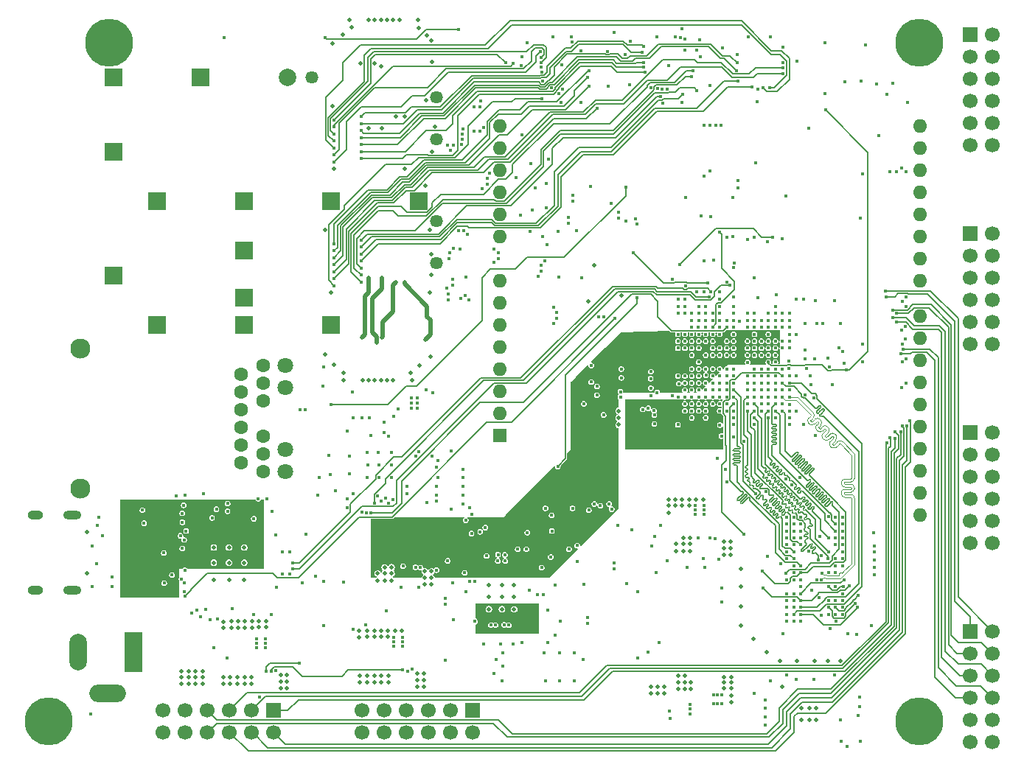
<source format=gbr>
%TF.GenerationSoftware,KiCad,Pcbnew,9.0.1*%
%TF.CreationDate,2025-05-15T18:24:46+02:00*%
%TF.ProjectId,Marble_Tiny,4d617262-6c65-45f5-9469-6e792e6b6963,rev?*%
%TF.SameCoordinates,Original*%
%TF.FileFunction,Copper,L3,Inr*%
%TF.FilePolarity,Positive*%
%FSLAX46Y46*%
G04 Gerber Fmt 4.6, Leading zero omitted, Abs format (unit mm)*
G04 Created by KiCad (PCBNEW 9.0.1) date 2025-05-15 18:24:46*
%MOMM*%
%LPD*%
G01*
G04 APERTURE LIST*
%TA.AperFunction,ComponentPad*%
%ADD10R,1.700000X1.700000*%
%TD*%
%TA.AperFunction,ComponentPad*%
%ADD11C,1.700000*%
%TD*%
%TA.AperFunction,ComponentPad*%
%ADD12C,0.400000*%
%TD*%
%TA.AperFunction,ComponentPad*%
%ADD13O,2.100000X1.000000*%
%TD*%
%TA.AperFunction,ComponentPad*%
%ADD14O,1.800000X1.000000*%
%TD*%
%TA.AperFunction,ComponentPad*%
%ADD15C,5.500000*%
%TD*%
%TA.AperFunction,ComponentPad*%
%ADD16R,2.000000X2.000000*%
%TD*%
%TA.AperFunction,ComponentPad*%
%ADD17C,2.000000*%
%TD*%
%TA.AperFunction,ComponentPad*%
%ADD18C,1.458000*%
%TD*%
%TA.AperFunction,ComponentPad*%
%ADD19C,1.600000*%
%TD*%
%TA.AperFunction,ComponentPad*%
%ADD20C,1.800000*%
%TD*%
%TA.AperFunction,ComponentPad*%
%ADD21C,2.300000*%
%TD*%
%TA.AperFunction,ComponentPad*%
%ADD22R,1.600000X1.600000*%
%TD*%
%TA.AperFunction,ComponentPad*%
%ADD23O,1.600000X1.600000*%
%TD*%
%TA.AperFunction,ComponentPad*%
%ADD24C,1.500000*%
%TD*%
%TA.AperFunction,ComponentPad*%
%ADD25R,2.000000X4.600000*%
%TD*%
%TA.AperFunction,ComponentPad*%
%ADD26O,2.000000X4.200000*%
%TD*%
%TA.AperFunction,ComponentPad*%
%ADD27O,4.200000X2.000000*%
%TD*%
%TA.AperFunction,ViaPad*%
%ADD28C,0.400000*%
%TD*%
%TA.AperFunction,ViaPad*%
%ADD29C,0.500000*%
%TD*%
%TA.AperFunction,Conductor*%
%ADD30C,0.127000*%
%TD*%
%TA.AperFunction,Conductor*%
%ADD31C,0.140000*%
%TD*%
%TA.AperFunction,Conductor*%
%ADD32C,0.500000*%
%TD*%
%TA.AperFunction,Conductor*%
%ADD33C,0.200000*%
%TD*%
%TA.AperFunction,Conductor*%
%ADD34C,0.130000*%
%TD*%
%TA.AperFunction,Conductor*%
%ADD35C,0.120000*%
%TD*%
G04 APERTURE END LIST*
D10*
%TO.N,PMOD3_0*%
%TO.C,J6*%
X212875000Y-79905000D03*
D11*
%TO.N,PMOD3_1*%
X212875000Y-82445000D03*
%TO.N,PMOD3_2*%
X212875000Y-84985000D03*
%TO.N,PMOD3_3*%
X212875000Y-87525000D03*
%TO.N,GND*%
X212875000Y-90065000D03*
%TO.N,+3V3_P*%
X212875000Y-92605000D03*
%TO.N,PMOD3_4*%
X215415000Y-79905000D03*
%TO.N,PMOD3_5*%
X215415000Y-82445000D03*
%TO.N,PMOD3_6*%
X215415000Y-84985000D03*
%TO.N,PMOD3_7*%
X215415000Y-87525000D03*
%TO.N,GND*%
X215415000Y-90065000D03*
%TO.N,+3V3_P*%
X215415000Y-92605000D03*
%TD*%
D12*
%TO.N,DDRVCC*%
%TO.C,U11*%
X183365000Y-133950000D03*
X183865000Y-133950000D03*
X184365000Y-133950000D03*
X183365000Y-132950000D03*
X183865000Y-132950000D03*
X184365000Y-132950000D03*
%TD*%
D13*
%TO.N,GND*%
%TO.C,J2*%
X109705000Y-112280000D03*
D14*
X105525000Y-112280000D03*
D13*
X109705000Y-120920000D03*
D14*
X105525000Y-120920000D03*
%TD*%
D15*
%TO.N,unconnected-(B3-Pad1)*%
%TO.C,B3*%
X207000000Y-58000000D03*
%TD*%
D10*
%TO.N,PMOD1_0*%
%TO.C,J4*%
X212875000Y-125625000D03*
D11*
%TO.N,PMOD1_1*%
X212875000Y-128165000D03*
%TO.N,PMOD1_2*%
X212875000Y-130705000D03*
%TO.N,PMOD1_3*%
X212875000Y-133245000D03*
%TO.N,GND*%
X212875000Y-135785000D03*
%TO.N,+3V3_P*%
X212875000Y-138325000D03*
%TO.N,PMOD1_4*%
X215415000Y-125625000D03*
%TO.N,PMOD1_5*%
X215415000Y-128165000D03*
%TO.N,PMOD1_6*%
X215415000Y-130705000D03*
%TO.N,PMOD1_7*%
X215415000Y-133245000D03*
%TO.N,GND*%
X215415000Y-135785000D03*
%TO.N,+3V3_P*%
X215415000Y-138325000D03*
%TD*%
D12*
%TO.N,+1V0*%
%TO.C,U4*%
X182300000Y-112200000D03*
X182300000Y-111700000D03*
X182300000Y-111200000D03*
X181300000Y-112200000D03*
X181300000Y-111700000D03*
X181300000Y-111200000D03*
%TD*%
D10*
%TO.N,PMOD2_0*%
%TO.C,J5*%
X212875000Y-102765000D03*
D11*
%TO.N,PMOD2_1*%
X212875000Y-105305000D03*
%TO.N,PMOD2_2*%
X212875000Y-107845000D03*
%TO.N,PMOD2_3*%
X212875000Y-110385000D03*
%TO.N,GND*%
X212875000Y-112925000D03*
%TO.N,+3V3_P*%
X212875000Y-115465000D03*
%TO.N,PMOD2_4*%
X215415000Y-102765000D03*
%TO.N,PMOD2_5*%
X215415000Y-105305000D03*
%TO.N,PMOD2_6*%
X215415000Y-107845000D03*
%TO.N,PMOD2_7*%
X215415000Y-110385000D03*
%TO.N,GND*%
X215415000Y-112925000D03*
%TO.N,+3V3_P*%
X215415000Y-115465000D03*
%TD*%
D15*
%TO.N,unconnected-(B1-Pad1)*%
%TO.C,B1*%
X114000000Y-58000000D03*
%TD*%
D10*
%TO.N,PMOD5_0*%
%TO.C,J14*%
X132875000Y-134710000D03*
D11*
%TO.N,PMOD5_1*%
X130335000Y-134710000D03*
%TO.N,PMOD5_2*%
X127795000Y-134710000D03*
%TO.N,PMOD5_3*%
X125255000Y-134710000D03*
%TO.N,GND*%
X122715000Y-134710000D03*
%TO.N,+3V3_P*%
X120175000Y-134710000D03*
%TO.N,PMOD5_4*%
X132875000Y-137250000D03*
%TO.N,PMOD5_5*%
X130335000Y-137250000D03*
%TO.N,PMOD5_6*%
X127795000Y-137250000D03*
%TO.N,PMOD5_7*%
X125255000Y-137250000D03*
%TO.N,GND*%
X122715000Y-137250000D03*
%TO.N,+3V3_P*%
X120175000Y-137250000D03*
%TD*%
D16*
%TO.N,GND*%
%TO.C,J8*%
X139500000Y-90450000D03*
D17*
X134500000Y-61950000D03*
D16*
X129500000Y-81880000D03*
X129500000Y-87280000D03*
X129500000Y-90450000D03*
X124500000Y-61950000D03*
X119500000Y-90450000D03*
X114500000Y-61950000D03*
X114500000Y-70530000D03*
X114500000Y-84780000D03*
D18*
X137300000Y-61950000D03*
X151600000Y-64280000D03*
X151600000Y-69080000D03*
D16*
X149500000Y-76200000D03*
D18*
X151600000Y-78530000D03*
X151600000Y-83330000D03*
D16*
X139500000Y-76200000D03*
X129500000Y-76200000D03*
X119500000Y-76200000D03*
%TD*%
D10*
%TO.N,PMOD6_0*%
%TO.C,J15*%
X155735000Y-134710000D03*
D11*
%TO.N,PMOD6_1*%
X153195000Y-134710000D03*
%TO.N,PMOD6_2*%
X150655000Y-134710000D03*
%TO.N,PMOD6_3*%
X148115000Y-134710000D03*
%TO.N,GND*%
X145575000Y-134710000D03*
%TO.N,+3V3_P*%
X143035000Y-134710000D03*
%TO.N,PMOD6_4*%
X155735000Y-137250000D03*
%TO.N,PMOD6_5*%
X153195000Y-137250000D03*
%TO.N,PMOD6_6*%
X150655000Y-137250000D03*
%TO.N,PMOD6_7*%
X148115000Y-137250000D03*
%TO.N,GND*%
X145575000Y-137250000D03*
%TO.N,+3V3_P*%
X143035000Y-137250000D03*
%TD*%
D12*
%TO.N,+3V3*%
%TO.C,U10*%
X147650000Y-127335000D03*
X147650000Y-126835000D03*
X147650000Y-126335000D03*
X146650000Y-127335000D03*
X146650000Y-126835000D03*
X146650000Y-126335000D03*
%TD*%
D15*
%TO.N,unconnected-(B4-Pad1)*%
%TO.C,B4*%
X207000000Y-136000000D03*
%TD*%
D12*
%TO.N,+1V8*%
%TO.C,U5*%
X148550000Y-115597500D03*
X148550000Y-115097500D03*
X148550000Y-114597500D03*
X147550000Y-115597500D03*
X147550000Y-115097500D03*
X147550000Y-114597500D03*
%TD*%
D19*
%TO.N,Net-(J3-TRCT1)*%
%TO.C,J3*%
X129130000Y-106280000D03*
%TO.N,/Ethernet/MDI2_N*%
X129130000Y-104248000D03*
%TO.N,/Ethernet/MDI2_P*%
X129130000Y-102216000D03*
%TO.N,/Ethernet/MDI1_P*%
X129130000Y-100184000D03*
%TO.N,/Ethernet/MDI1_N*%
X129130000Y-98152000D03*
%TO.N,Net-(J3-TRCT1)*%
X129130000Y-96120000D03*
X131670000Y-107296000D03*
%TO.N,/Ethernet/MDI3_P*%
X131670000Y-105264000D03*
%TO.N,/Ethernet/MDI3_N*%
X131670000Y-103232000D03*
%TO.N,/Ethernet/MDI0_N*%
X131670000Y-99168000D03*
%TO.N,/Ethernet/MDI0_P*%
X131670000Y-97136000D03*
%TO.N,Net-(J3-TRCT1)*%
X131670000Y-95104000D03*
D20*
%TO.N,GND*%
X134210000Y-107296000D03*
%TO.N,Net-(J3-LED1A)*%
X134210000Y-104756000D03*
%TO.N,GND*%
X134210000Y-97644000D03*
%TO.N,Net-(J3-LED2A)*%
X134210000Y-95104000D03*
D21*
%TO.N,GND*%
X110715000Y-109265000D03*
X110715000Y-93135000D03*
%TD*%
D22*
%TO.N,unconnected-(A1-NC-Pad1)*%
%TO.C,A1*%
X158870000Y-103175000D03*
D23*
%TO.N,unconnected-(A1-IOREF-Pad2)*%
X158870000Y-100635000D03*
%TO.N,unconnected-(A1-~{RESET}-Pad3)*%
X158870000Y-98095000D03*
%TO.N,+3V3_P*%
X158870000Y-95555000D03*
%TO.N,unconnected-(A1-+5V-Pad5)*%
X158870000Y-93015000D03*
%TO.N,GND*%
X158870000Y-90475000D03*
X158870000Y-87935000D03*
%TO.N,+12V*%
X158870000Y-85395000D03*
%TO.N,/Arduino/A0*%
X158870000Y-80315000D03*
%TO.N,/Arduino/A1*%
X158870000Y-77775000D03*
%TO.N,/Arduino/A2*%
X158870000Y-75235000D03*
%TO.N,/Arduino/A3*%
X158870000Y-72695000D03*
%TO.N,I2C_SDA_Ardu*%
X158870000Y-70155000D03*
%TO.N,I2C_SCL_Ardu*%
X158870000Y-67615000D03*
%TO.N,ARDUINO_D0*%
X207130000Y-67615000D03*
%TO.N,ARDUINO_D1*%
X207130000Y-70155000D03*
%TO.N,ARDUINO_D2*%
X207130000Y-72695000D03*
%TO.N,ARDUINO_D3*%
X207130000Y-75235000D03*
%TO.N,ARDUINO_D4*%
X207130000Y-77775000D03*
%TO.N,ARDUINO_D5*%
X207130000Y-80315000D03*
%TO.N,ARDUINO_D6*%
X207130000Y-82855000D03*
%TO.N,ARDUINO_D7*%
X207130000Y-85395000D03*
%TO.N,ARDUINO_D8*%
X207130000Y-89455000D03*
%TO.N,ARDUINO_D9*%
X207130000Y-91995000D03*
%TO.N,ARDUINO_D10*%
X207130000Y-94535000D03*
%TO.N,ARDUINO_D11*%
X207130000Y-97075000D03*
%TO.N,ARDUINO_D12*%
X207130000Y-99615000D03*
%TO.N,ARDUINO_D13*%
X207130000Y-102155000D03*
%TO.N,GND*%
X207130000Y-104695000D03*
%TO.N,unconnected-(A1-AREF-Pad30)*%
X207130000Y-107235000D03*
%TO.N,I2C_SDA_Ardu*%
X207130000Y-109775000D03*
%TO.N,I2C_SCL_Ardu*%
X207130000Y-112315000D03*
%TD*%
D12*
%TO.N,+3V3_P*%
%TO.C,U6*%
X131950000Y-127535000D03*
X131950000Y-127035000D03*
X131950000Y-126535000D03*
X130950000Y-127535000D03*
X130950000Y-127035000D03*
X130950000Y-126535000D03*
%TD*%
D15*
%TO.N,unconnected-(B2-Pad1)*%
%TO.C,B2*%
X107000000Y-136000000D03*
%TD*%
D24*
%TO.N,+3V3_USB*%
%TO.C,TP1*%
X117225000Y-119500000D03*
%TD*%
D10*
%TO.N,PMOD4_0*%
%TO.C,J7*%
X212875000Y-57045000D03*
D11*
%TO.N,PMOD4_1*%
X212875000Y-59585000D03*
%TO.N,PMOD4_2*%
X212875000Y-62125000D03*
%TO.N,PMOD4_3*%
X212875000Y-64665000D03*
%TO.N,GND*%
X212875000Y-67205000D03*
%TO.N,+3V3_P*%
X212875000Y-69745000D03*
%TO.N,PMOD4_4*%
X215415000Y-57045000D03*
%TO.N,PMOD4_5*%
X215415000Y-59585000D03*
%TO.N,PMOD4_6*%
X215415000Y-62125000D03*
%TO.N,PMOD4_7*%
X215415000Y-64665000D03*
%TO.N,GND*%
X215415000Y-67205000D03*
%TO.N,+3V3_P*%
X215415000Y-69745000D03*
%TD*%
D25*
%TO.N,Net-(Q4-D)*%
%TO.C,J10*%
X116750000Y-128000000D03*
D26*
%TO.N,GND*%
X110450000Y-128000000D03*
D27*
%TO.N,unconnected-(J10-Pad3)*%
X113850000Y-132800000D03*
%TD*%
D16*
%TO.N,GND*%
%TO.C,J9*%
X149500000Y-76200000D03*
%TD*%
D28*
%TO.N,I2C_SCL_Ardu*%
X185803000Y-83290500D03*
X185642442Y-80236854D03*
X189600000Y-80863500D03*
%TO.N,ARDUINO_D6*%
X184100000Y-89100000D03*
X203675000Y-72850000D03*
%TO.N,/Arduino/A0*%
X162300000Y-79700000D03*
%TO.N,ARDUINO_D1*%
X185700000Y-89900000D03*
%TO.N,I2C_SDA_Ardu*%
X190200000Y-80325000D03*
X179500000Y-83500000D03*
X180900000Y-92300000D03*
D29*
%TO.N,+3V3_P*%
X131992366Y-125162654D03*
X127076434Y-124516852D03*
X128000000Y-124500000D03*
X128800000Y-124500000D03*
X129600000Y-125200000D03*
X127076434Y-125216852D03*
X131192366Y-125162654D03*
X130400000Y-125200000D03*
X130400000Y-124500000D03*
X132000000Y-124500000D03*
X131200000Y-124500000D03*
D28*
X136600000Y-114500000D03*
D29*
X129600000Y-124500000D03*
X128800000Y-125200000D03*
X128000000Y-125200000D03*
D28*
%TO.N,/Arduino/A1*%
X161200000Y-77800000D03*
%TO.N,ARDUINO_D5*%
X184100000Y-88300000D03*
X204400000Y-72800000D03*
%TO.N,/Arduino/A2*%
X160700000Y-73500000D03*
%TO.N,ARDUINO_D4*%
X205000000Y-72400000D03*
X180900000Y-90700000D03*
%TO.N,ARDUINO_D3*%
X205500000Y-72800000D03*
X180100000Y-92300000D03*
%TO.N,ARDUINO_D0*%
X184100000Y-90700000D03*
%TO.N,ARDUINO_D2*%
X179300000Y-92300000D03*
D29*
%TO.N,+1V8*%
X146941097Y-114563921D03*
D28*
X184156879Y-94700000D03*
X174630722Y-94630722D03*
D29*
X144541097Y-113863921D03*
X144541097Y-115363921D03*
D28*
X172000000Y-97500000D03*
X171917136Y-96492366D03*
D29*
X170100000Y-100800000D03*
X145341097Y-114563921D03*
D28*
X188900000Y-91500000D03*
D29*
X146141097Y-113863921D03*
D28*
X171917136Y-95492366D03*
D29*
X144541097Y-114563921D03*
X148541097Y-113863921D03*
D28*
X182500000Y-93100000D03*
X172000000Y-98500000D03*
D29*
X169400000Y-102400000D03*
D28*
X190500000Y-91500000D03*
X184900000Y-91500000D03*
X187300000Y-91500000D03*
D29*
X170100000Y-101600000D03*
X169400000Y-100800000D03*
X147741097Y-113863921D03*
X146141097Y-114563921D03*
X170100000Y-102400000D03*
X170100000Y-100000000D03*
X169400000Y-100000000D03*
D28*
X184100000Y-92300000D03*
D29*
X146941097Y-113863921D03*
X169400000Y-101600000D03*
X145341097Y-113863921D03*
D28*
X152200000Y-117000000D03*
%TO.N,+1V2*%
X182500000Y-101950000D03*
X184100000Y-101100000D03*
X179300000Y-101100000D03*
X178600000Y-100800000D03*
D29*
X175900000Y-102175000D03*
X175050000Y-101500000D03*
D28*
X183300000Y-100300000D03*
X180900000Y-101900000D03*
D29*
X175050000Y-102250000D03*
D28*
X168500000Y-99500000D03*
X178600000Y-101800000D03*
D29*
X175050000Y-100775000D03*
D28*
%TO.N,Net-(U21-OSCO)*%
X122600000Y-115123000D03*
%TO.N,Net-(U21-OSCI)*%
X122400000Y-113100000D03*
%TO.N,I2C_SCL*%
X184900000Y-85500000D03*
X179800000Y-56400000D03*
X183000000Y-72750000D03*
X180100000Y-57600000D03*
X174400000Y-78200000D03*
X184964857Y-80359500D03*
%TO.N,I2C_SDA*%
X184072630Y-79769631D03*
X179600000Y-57400000D03*
X182312844Y-73304996D03*
X183300000Y-90700000D03*
X174600000Y-78800000D03*
X172000000Y-56800000D03*
X167122000Y-57888075D03*
D29*
%TO.N,Net-(J12-VCCR)*%
X146900000Y-66505000D03*
X145200000Y-60700000D03*
%TO.N,Net-(J12-VCCT)*%
X147900000Y-66505000D03*
X151100000Y-60200000D03*
%TO.N,Net-(J1-VCCR)*%
X147900000Y-85500000D03*
X150300000Y-92100000D03*
%TO.N,Net-(J1-VCCT)*%
X145327000Y-91872000D03*
X146900000Y-85500000D03*
%TO.N,Net-(J11-VCCR)*%
X145300000Y-67795000D03*
X144440500Y-60400000D03*
%TO.N,Net-(J11-VCCT)*%
X142852356Y-60400000D03*
X143800000Y-67795000D03*
%TO.N,Net-(J13-VCCR)*%
X143800000Y-85000000D03*
X143000000Y-91900000D03*
%TO.N,Net-(J13-VCCT)*%
X145300000Y-85000000D03*
X144700000Y-92500000D03*
D28*
%TO.N,DDRVCC*%
X188900000Y-100300000D03*
X196603967Y-118847689D03*
X192600000Y-118100000D03*
X195800000Y-116900000D03*
X191800000Y-123700000D03*
X198200000Y-115700000D03*
X198066262Y-138298116D03*
D29*
X185400000Y-130900000D03*
X185400000Y-133800000D03*
D28*
X188100000Y-97900000D03*
X195092000Y-103172814D03*
X192100000Y-101900000D03*
X198200000Y-123700000D03*
X198200000Y-122100000D03*
X198200000Y-114100000D03*
X197400000Y-112500000D03*
X191300000Y-99500000D03*
D29*
X184600000Y-130900000D03*
X184600000Y-132200000D03*
X185400000Y-133000000D03*
D28*
X191800000Y-114100000D03*
X198200000Y-118100000D03*
X192600000Y-114900000D03*
X191800000Y-116500000D03*
X197000000Y-97300000D03*
X198200000Y-114900000D03*
D29*
X185400000Y-131500000D03*
D28*
X192600000Y-119700000D03*
X193870469Y-98448547D03*
X190500000Y-97100000D03*
D29*
X185400000Y-132200000D03*
D28*
X191800000Y-112500000D03*
X198698116Y-138833738D03*
X191800000Y-122100000D03*
X192600000Y-113300000D03*
D29*
X184600000Y-131500000D03*
%TO.N,DDRVTT*%
X195000000Y-129000000D03*
X198000000Y-129000000D03*
X188000000Y-126500000D03*
X193000000Y-129000000D03*
X186500000Y-118500000D03*
X189500000Y-128000000D03*
X196500000Y-129000000D03*
X191000000Y-129000000D03*
X186500000Y-120500000D03*
X186500000Y-125000000D03*
X186500000Y-122750000D03*
D28*
%TO.N,+3V3_USB*%
X120200000Y-121100000D03*
X119700000Y-119700000D03*
D29*
X121800000Y-112000000D03*
X118225000Y-114650000D03*
X121800000Y-112700000D03*
D28*
X116600000Y-114000000D03*
X125800000Y-110900000D03*
D29*
X121100000Y-112000000D03*
D28*
X130562358Y-111846499D03*
%TO.N,1V8USB*%
X122302058Y-119607080D03*
X133840069Y-119031454D03*
X132707264Y-111838010D03*
X122372998Y-112075000D03*
%TO.N,DDRVREF*%
X195500000Y-121800000D03*
X191072998Y-117900000D03*
D29*
X191300000Y-132000000D03*
D28*
%TO.N,Net-(D3-K)*%
X170764174Y-100766043D03*
X142000000Y-125400000D03*
X137666043Y-119263668D03*
X111895497Y-135150000D03*
X131972653Y-130247998D03*
X135800000Y-129300000D03*
X180700000Y-134045994D03*
%TO.N,XADCGND*%
X188100000Y-95500000D03*
X185700000Y-95500000D03*
X187300000Y-93900000D03*
%TO.N,/FPGA_MISC/VREF*%
X186900000Y-103800000D03*
X188100000Y-93900000D03*
%TO.N,Net-(U1F-VCCADC_0)*%
X185700000Y-93900000D03*
%TO.N,Net-(U10-FB)*%
X148800000Y-130000000D03*
%TO.N,Net-(U6-FB)*%
X133100000Y-130100000D03*
%TO.N,+3V3_CLEAN*%
X154966181Y-121124818D03*
X155600000Y-112200000D03*
X163147893Y-121437002D03*
X156000000Y-119900000D03*
X156000000Y-124500000D03*
X167738897Y-117642287D03*
X165700000Y-128100000D03*
X154935000Y-112865000D03*
X163900000Y-128100000D03*
X175900000Y-128000000D03*
X180400000Y-118300000D03*
X159462876Y-117555622D03*
X158609724Y-117538643D03*
X171951694Y-117782768D03*
X165200000Y-126100000D03*
X164359882Y-126934796D03*
X167400000Y-128100000D03*
X168400000Y-128900000D03*
X168935000Y-124035000D03*
%TO.N,Net-(U12-VOUT)*%
X164100000Y-111500000D03*
%TO.N,/Clock-WR/WR_DAC_OUT2*%
X176800000Y-118900000D03*
X176300000Y-115800000D03*
%TO.N,/Clock-WR/WR_DAC_OUT1*%
X164827002Y-114100000D03*
X176600000Y-114700000D03*
%TO.N,Net-(Y1-OUT)*%
X164700000Y-117100000D03*
%TO.N,REF_CLK0_P*%
X180100000Y-97900000D03*
X170830000Y-89500000D03*
%TO.N,WR_CLK0_P*%
X152574737Y-122530000D03*
X181700000Y-97900000D03*
%TO.N,Net-(U16-VCCPLL1)*%
X156376939Y-125636680D03*
X162832879Y-125388375D03*
X162500000Y-122950000D03*
%TO.N,WR_CLK0_N*%
X152574737Y-121870000D03*
X181700000Y-98700000D03*
%TO.N,REF_CLK0_N*%
X180100000Y-98700000D03*
X170170000Y-89500000D03*
D29*
%TO.N,VUSB*%
X111400000Y-114200000D03*
X111400000Y-119000000D03*
D28*
%TO.N,Net-(U21-EEDATA)*%
X125800000Y-112600000D03*
%TO.N,Net-(U21-EECS)*%
X122700000Y-109993077D03*
%TO.N,RX*%
X183100000Y-86600000D03*
X135100000Y-117800000D03*
%TO.N,TX*%
X135100000Y-118500000D03*
X185300000Y-85900000D03*
%TO.N,Net-(U21-EECLK)*%
X126300000Y-111600000D03*
%TO.N,Net-(U7-INTB{slash}PMEB)*%
X146700000Y-100900000D03*
%TO.N,/FPGA_MISC/CCLK*%
X191700000Y-75600000D03*
X182521602Y-96216202D03*
%TO.N,CFG_FCS*%
X188100000Y-89900000D03*
X187303001Y-80598585D03*
%TO.N,CFG_MOSI*%
X187300000Y-89100000D03*
X191300000Y-80500000D03*
%TO.N,CFG_DIN*%
X188097000Y-85041558D03*
X188100000Y-80350000D03*
%TO.N,/SFP/I2C_SFP3_SCL*%
X191400000Y-60900000D03*
X139800000Y-83510000D03*
%TO.N,/SFP/I2C_SFP3_SDA*%
X191400000Y-61600000D03*
X139800000Y-84310000D03*
%TO.N,/SFP/I2C_SFP2_SCL*%
X189800000Y-63200000D03*
X139800000Y-69300000D03*
%TO.N,/SFP/I2C_SFP2_SDA*%
X139800000Y-70100000D03*
X189100000Y-63200000D03*
%TO.N,/SFP/I2C_SFP0_SDA*%
X142900000Y-68100000D03*
X186100000Y-60300000D03*
%TO.N,RST*%
X154800000Y-118900000D03*
X186100000Y-59400000D03*
X196250000Y-65750000D03*
X189700000Y-94700000D03*
X198687002Y-95600000D03*
X138600000Y-119900000D03*
%TO.N,/SFP/I2C_SFP1_SDA*%
X142900000Y-82300000D03*
X186200000Y-62400000D03*
%TO.N,/SFP/I2C_SFP0_SCL*%
X186000000Y-61200000D03*
X142900000Y-68900000D03*
%TO.N,/SFP/I2C_SFP1_SCL*%
X142900000Y-83100000D03*
X187800000Y-63100000D03*
%TO.N,MGT_TX1_P*%
X155133346Y-80033346D03*
X158700000Y-82170000D03*
%TO.N,/SFP/SFP1_TX_DIS*%
X179862436Y-63917105D03*
X142900000Y-81500000D03*
%TO.N,/SFP/SFP1_TX_FAULT*%
X142900000Y-80700000D03*
X177344225Y-64181000D03*
%TO.N,/SFP/RS1*%
X142900000Y-84700000D03*
X180900000Y-61900000D03*
%TO.N,MGT_RX1_P*%
X165400000Y-88970000D03*
X153400000Y-85175000D03*
%TO.N,/SFP/SFP1_DEF0*%
X142900000Y-83900000D03*
X181500000Y-63500000D03*
%TO.N,MGT_RX1_N*%
X165400000Y-89630000D03*
X153400000Y-85835000D03*
%TO.N,/SFP/SFP1_LOS*%
X142900000Y-85500000D03*
X181022342Y-61240500D03*
%TO.N,MGT_TX1_N*%
X158700000Y-82830000D03*
X154666654Y-79566654D03*
%TO.N,Net-(J2-CC1)*%
X112000000Y-120500000D03*
X112000000Y-115800000D03*
%TO.N,PMOD1_4*%
X203100000Y-86500000D03*
%TO.N,PMOD1_2*%
X204400000Y-90100000D03*
%TO.N,PMOD1_5*%
X204000000Y-88700000D03*
%TO.N,PMOD1_7*%
X205129340Y-93190783D03*
%TO.N,PMOD1_1*%
X204400000Y-89100000D03*
%TO.N,PMOD1_0*%
X203200000Y-87200000D03*
%TO.N,PMOD1_3*%
X204900000Y-93700000D03*
%TO.N,PMOD1_6*%
X204000000Y-89600000D03*
%TO.N,PMOD2_5*%
X205400000Y-92000000D03*
%TO.N,PMOD2_1*%
X205100000Y-92600000D03*
%TO.N,PMOD2_4*%
X205400000Y-90600000D03*
%TO.N,PMOD2_2*%
X205100000Y-94700000D03*
%TO.N,PMOD2_7*%
X205500000Y-97100000D03*
%TO.N,PMOD2_6*%
X205500000Y-94300000D03*
%TO.N,PMOD2_0*%
X205000000Y-91000000D03*
%TO.N,PMOD2_3*%
X205000000Y-97600000D03*
%TO.N,PMOD3_5*%
X190500000Y-89100000D03*
%TO.N,PMOD3_7*%
X205500000Y-88300000D03*
%TO.N,PMOD3_3*%
X205100000Y-87700000D03*
%TO.N,PMOD3_4*%
X189700000Y-90700000D03*
%TO.N,PMOD3_2*%
X190500000Y-89900000D03*
%TO.N,PMOD3_6*%
X205473874Y-87226126D03*
%TO.N,PMOD3_0*%
X188900000Y-89900000D03*
%TO.N,PMOD3_1*%
X189700000Y-89100000D03*
%TO.N,PMOD4_4*%
X186379379Y-90018688D03*
%TO.N,PMOD4_5*%
X188900000Y-90700000D03*
%TO.N,PMOD4_7*%
X188100000Y-90700000D03*
%TO.N,PMOD4_0*%
X185700000Y-89100000D03*
%TO.N,PMOD4_2*%
X183300000Y-89900000D03*
%TO.N,PMOD4_1*%
X187300000Y-89900000D03*
%TO.N,PMOD4_6*%
X184100000Y-89900000D03*
%TO.N,PMOD4_3*%
X185700000Y-90700000D03*
%TO.N,/SFP/SFP2_TX_FAULT*%
X139800000Y-71700000D03*
X163500000Y-59000000D03*
%TO.N,/SFP/SFP2_LOS*%
X139800000Y-66900000D03*
X159500000Y-60300000D03*
X163675532Y-61365000D03*
%TO.N,MGT_TX2_P*%
X157400000Y-73570000D03*
%TO.N,/SFP/SFP2_DEF0*%
X163600000Y-60300000D03*
X139800000Y-68500000D03*
%TO.N,/SFP/RS2*%
X139800000Y-67700000D03*
X163626464Y-60840287D03*
X160400000Y-60400000D03*
%TO.N,MGT_RX2_P*%
X152870000Y-69800000D03*
X154500000Y-68470000D03*
X180900000Y-99500000D03*
%TO.N,MGT_RX2_N*%
X153530000Y-69800000D03*
X180900000Y-100300000D03*
X154500000Y-69130000D03*
%TO.N,/SFP/SFP2_TX_DIS*%
X139800000Y-70900000D03*
X163600000Y-59700000D03*
%TO.N,MGT_TX2_N*%
X157400000Y-74230000D03*
%TO.N,/SFP/RS0*%
X142900000Y-70500000D03*
X175400000Y-60827003D03*
%TO.N,MGT_RX0_N*%
X182500000Y-100300000D03*
X154866654Y-87066654D03*
%TO.N,MGT_TX0_N*%
X155870000Y-68200000D03*
X155870000Y-65373000D03*
%TO.N,/SFP/SFP0_TX_DIS*%
X175200000Y-59100000D03*
X142900000Y-67300000D03*
%TO.N,/SFP/SFP0_TX_FAULT*%
X175400000Y-58400000D03*
X142900000Y-66500000D03*
%TO.N,/SFP/SFP0_LOS*%
X175500000Y-61400000D03*
X142900000Y-71300000D03*
%TO.N,/SFP/SFP0_DEF0*%
X175400000Y-60300000D03*
X142900000Y-69700000D03*
%TO.N,MGT_TX0_P*%
X156530000Y-68200000D03*
X156530000Y-65373000D03*
%TO.N,MGT_RX0_P*%
X182500000Y-99500000D03*
X155333346Y-87533346D03*
%TO.N,/SFP/SFP3_DEF0*%
X139800000Y-82710000D03*
X169100000Y-63000000D03*
%TO.N,MGT_TX3_P*%
X163612883Y-83570000D03*
%TO.N,/SFP/RS3*%
X139800000Y-81910000D03*
X168950000Y-61950000D03*
%TO.N,MGT_RX3_N*%
X152900000Y-87530000D03*
X153533346Y-81666654D03*
X184100000Y-100300000D03*
%TO.N,/SFP/SFP3_TX_FAULT*%
X163700000Y-64400000D03*
X139800000Y-85910000D03*
%TO.N,MGT_TX3_N*%
X163612883Y-84230000D03*
%TO.N,/SFP/SFP3_LOS*%
X169062612Y-61183521D03*
X139800000Y-81110000D03*
%TO.N,/SFP/SFP3_TX_DIS*%
X170000000Y-65500000D03*
X139800000Y-85110000D03*
%TO.N,MGT_RX3_P*%
X153066654Y-82133346D03*
X152900000Y-86870000D03*
X184100000Y-99500000D03*
%TO.N,PMOD5_5*%
X205600000Y-102000000D03*
%TO.N,PMOD5_2*%
X203300000Y-104000000D03*
%TO.N,PMOD5_6*%
X205900000Y-101400000D03*
%TO.N,PMOD5_7*%
X204900000Y-102700000D03*
%TO.N,PMOD5_4*%
X205050000Y-102050000D03*
%TO.N,PMOD5_3*%
X204250000Y-102750000D03*
%TO.N,PMOD5_0*%
X204227353Y-103472647D03*
%TO.N,PMOD5_1*%
X203626126Y-103373874D03*
%TO.N,PMOD6_2*%
X191300000Y-92300000D03*
%TO.N,PMOD6_3*%
X192100000Y-90700000D03*
%TO.N,PMOD6_1*%
X192100000Y-92300000D03*
%TO.N,PMOD6_6*%
X191300000Y-89100000D03*
%TO.N,PMOD6_4*%
X192100000Y-89900000D03*
%TO.N,PMOD6_7*%
X191300000Y-89900000D03*
%TO.N,PMOD6_0*%
X192100000Y-91500000D03*
%TO.N,PMOD6_5*%
X190500000Y-90700000D03*
%TO.N,RGMII_RXD0*%
X180100000Y-89100000D03*
X154600000Y-108000000D03*
%TO.N,RGMII_RXD1*%
X180900000Y-89100000D03*
X154600000Y-109000000D03*
%TO.N,RGMII_RXD2*%
X181643120Y-90699999D03*
X154600000Y-110000000D03*
%TO.N,RGMII_RXD3*%
X180900000Y-91500000D03*
X154600000Y-111000000D03*
%TO.N,RGMII_RX_CLK*%
X155400000Y-111400000D03*
X182500000Y-91500000D03*
%TO.N,RGMII_RX_DV*%
X181700000Y-89100000D03*
X154600000Y-107000000D03*
%TO.N,DDR3_A12*%
X196600000Y-122100000D03*
X201900000Y-116500000D03*
%TO.N,DDR3_A13*%
X201900000Y-115800000D03*
X193400000Y-124500000D03*
%TO.N,DDR3_BA0*%
X192600000Y-121300000D03*
X192100000Y-100300000D03*
%TO.N,DDR3_BA1*%
X197400000Y-122100000D03*
X201900000Y-117400000D03*
%TO.N,DDR3_BA2*%
X198400000Y-119700000D03*
X193400000Y-121300000D03*
%TO.N,DDR3_CKE0*%
X197399999Y-118843118D03*
%TO.N,DDR3_CE*%
X190500000Y-98700000D03*
X191748001Y-119695761D03*
%TO.N,DDR3_RAS*%
X189025000Y-118700000D03*
X193400000Y-118900000D03*
X191300000Y-100300000D03*
%TO.N,DDR3_A9*%
X193400000Y-123700000D03*
X199900000Y-122900000D03*
%TO.N,DDR3_A10*%
X198300000Y-120500000D03*
X196600000Y-120500000D03*
%TO.N,DDR3_A11*%
X201900000Y-118300000D03*
X196600000Y-123700000D03*
%TO.N,DDR3_A4*%
X197400000Y-122900000D03*
X198800000Y-125925000D03*
X200030722Y-121530722D03*
%TO.N,DDR3_A5*%
X192600000Y-122900000D03*
X201800000Y-114300000D03*
%TO.N,DDR3_A6*%
X197400000Y-123700000D03*
X196800000Y-125297000D03*
X201900000Y-119100000D03*
%TO.N,DDR3_A7*%
X191400000Y-125900000D03*
X192100000Y-97100000D03*
X192600000Y-123700000D03*
%TO.N,DDR3_A0*%
X193400000Y-122100000D03*
X189075000Y-120700000D03*
X199000000Y-120400000D03*
%TO.N,DDR3_A1*%
X199700000Y-122400000D03*
X196600000Y-122900000D03*
%TO.N,DDR3_A2*%
X193400000Y-122900000D03*
X191300000Y-97100000D03*
%TO.N,DDR3_A3*%
X190500000Y-97900000D03*
X192600000Y-122100000D03*
%TO.N,DDR3_CAS*%
X192100000Y-101100000D03*
X193400000Y-119700000D03*
%TO.N,DDR3_WE*%
X192099999Y-99556882D03*
X193400000Y-120500000D03*
%TO.N,DDR3_ODT*%
X191671554Y-118976465D03*
X190500000Y-100300000D03*
%TO.N,Net-(U2-ZQ)*%
X197400000Y-120500000D03*
%TO.N,DDR3_RST*%
X185700000Y-97900000D03*
X192600000Y-124500000D03*
X188200000Y-109800000D03*
%TO.N,Net-(U1E-CFGBVS_0)*%
X182500000Y-92300000D03*
%TO.N,Net-(U1E-INIT_B_0)*%
X192073527Y-94609000D03*
X198400000Y-94800000D03*
%TO.N,Net-(U1E-M0_0)*%
X197775000Y-93082000D03*
X191300000Y-93100000D03*
%TO.N,Net-(U1E-M1_0)*%
X198232000Y-93468000D03*
X190500000Y-93900000D03*
%TO.N,Net-(U1E-M2_0)*%
X183300000Y-91500000D03*
%TO.N,Net-(U5-FB)*%
X149726990Y-118303651D03*
%TO.N,Net-(U11-FB)*%
X180700000Y-135100000D03*
%TO.N,Net-(U16-OD0)*%
X159353505Y-124885955D03*
%TO.N,Net-(U16-OD1)*%
X159878270Y-124934463D03*
%TO.N,Net-(U16-OS1)*%
X157827641Y-124908666D03*
%TO.N,Net-(U16-OS0)*%
X158354482Y-124921729D03*
%TO.N,Net-(U1D-MGTRREF_216)*%
X179409654Y-97174510D03*
X175900000Y-100000000D03*
%TO.N,CLK20_VCXO*%
X174600000Y-87300000D03*
X165500000Y-106697000D03*
X181700000Y-91500000D03*
X178050000Y-117550000D03*
%TO.N,CLK2*%
X174200000Y-82100000D03*
X182720216Y-85569676D03*
X182500000Y-89900000D03*
%TO.N,AD0_P*%
X166700000Y-78070000D03*
X181700000Y-96300000D03*
%TO.N,AD0_N*%
X180900000Y-96300000D03*
X166700000Y-78730000D03*
%TO.N,AD8_P*%
X181700000Y-95500000D03*
X167200000Y-75570000D03*
%TO.N,AD8_N*%
X167200000Y-76230000D03*
X180900000Y-95500000D03*
%TO.N,Net-(U4-EN)*%
X182952533Y-114912861D03*
%TO.N,Net-(U10-EN)*%
X180700000Y-134572997D03*
X147744315Y-118144315D03*
X148300000Y-130250000D03*
%TO.N,Net-(U4-PG)*%
X181626924Y-114900000D03*
X157330722Y-116969278D03*
X149161479Y-118270385D03*
X152869278Y-117530722D03*
%TO.N,Net-(U10-PG)*%
X132583231Y-130203354D03*
X147700000Y-130050000D03*
%TO.N,DDR3_D12*%
X196591999Y-112446371D03*
X189700000Y-97900000D03*
%TO.N,DDR3_D9*%
X193400000Y-114100000D03*
X191695544Y-108149917D03*
%TO.N,JTAG_TDI*%
X124082053Y-123156987D03*
X192069367Y-95403000D03*
%TO.N,DDR3_D13*%
X192372814Y-108827186D03*
X192600000Y-112500000D03*
%TO.N,JTAG_TMS*%
X125097836Y-123095518D03*
X186897000Y-114450000D03*
X191300000Y-96300000D03*
%TO.N,WR_DAC1_SYNC*%
X171400000Y-111000000D03*
X181700000Y-93100000D03*
%TO.N,DDR3_D6*%
X192600000Y-117300000D03*
X185700000Y-98700000D03*
%TO.N,DDR3_D15*%
X193400000Y-112500000D03*
X189700000Y-99500000D03*
%TO.N,DDR3_D11*%
X188900000Y-99500000D03*
X192600000Y-114100000D03*
%TO.N,RGMII_TXD0*%
X180100000Y-88300000D03*
X146100000Y-110900000D03*
%TO.N,WR_DAC2_SYNC*%
X181700000Y-94700000D03*
X171700000Y-111600000D03*
%TO.N,WR_DAC_SCLK*%
X180900000Y-93100000D03*
X170400000Y-111200000D03*
%TO.N,RGMII_TXD3*%
X182294000Y-86643123D03*
X144827000Y-110100000D03*
%TO.N,DDR3_D1*%
X188100000Y-99500000D03*
X196600000Y-116500000D03*
%TO.N,RGMII_TXD2*%
X182500000Y-88300000D03*
X145200000Y-110700000D03*
%TO.N,WR_DAC_DIN*%
X180100000Y-93100000D03*
X169700000Y-111000000D03*
%TO.N,DDR3_D4*%
X193400000Y-118100000D03*
X185700000Y-99500000D03*
%TO.N,DDR3_D5*%
X188100000Y-101100000D03*
X196543121Y-117300000D03*
%TO.N,DDR3_DM1*%
X188900000Y-97900000D03*
X193400000Y-114893856D03*
%TO.N,DDR3_CLK_N*%
X195800000Y-119700000D03*
X192100000Y-98700000D03*
%TO.N,DDR3_D10*%
X189700000Y-101100000D03*
X197400000Y-114100000D03*
%TO.N,DDR3_D8*%
X189700000Y-100300000D03*
X196600000Y-114900000D03*
%TO.N,DDR3_D2*%
X192600000Y-116500000D03*
X187300000Y-98700000D03*
%TO.N,DDR3_CLK_P*%
X191300000Y-98700000D03*
X195827353Y-118927353D03*
%TO.N,RGMII_TX_CLK*%
X150500000Y-110800000D03*
X181700000Y-89900000D03*
%TO.N,DDR3_D0*%
X193377856Y-115677856D03*
X187300000Y-100300000D03*
%TO.N,MDC_PHY*%
X184900000Y-90700000D03*
X144043735Y-111997114D03*
%TO.N,JTAG_TDO*%
X192100000Y-96300000D03*
X123500000Y-123500000D03*
%TO.N,DDR3_D3*%
X187300000Y-97900000D03*
X194307275Y-116437013D03*
%TO.N,RGMII_TXD1*%
X182500000Y-89100000D03*
X145727000Y-110361771D03*
%TO.N,DDR3_D14*%
X190500000Y-99500000D03*
X197400000Y-113300000D03*
%TO.N,RGMII_TX_EN*%
X179300000Y-88300000D03*
X146600000Y-110500000D03*
%TO.N,PHY_RSTn*%
X143516769Y-112003354D03*
X179300000Y-91500000D03*
%TO.N,DDR3_D7*%
X195400000Y-117400000D03*
X188100000Y-100300000D03*
%TO.N,MDIO_PHY*%
X144427000Y-110900000D03*
X182900000Y-87200000D03*
%TO.N,DDR3_DM0*%
X188100000Y-98700000D03*
X195600000Y-114700000D03*
%TO.N,JTAG_TCK*%
X122708132Y-121615790D03*
X183300000Y-96300000D03*
X172100000Y-89700000D03*
%TO.N,Net-(U17-P05)*%
X176200000Y-63200000D03*
%TO.N,Net-(U17-P06)*%
X176981000Y-63277806D03*
%TO.N,Net-(U17-P07)*%
X177507533Y-63300041D03*
%TO.N,Net-(U19-P05)*%
X163762500Y-62400000D03*
%TO.N,Net-(U19-P06)*%
X164800000Y-63200000D03*
%TO.N,Net-(U19-P07)*%
X165631856Y-63831857D03*
%TO.N,+3V3*%
X189916440Y-57359930D03*
D29*
X144423566Y-125583148D03*
X146023566Y-126283148D03*
D28*
X191300000Y-90700000D03*
X164300000Y-81200000D03*
D29*
X143100000Y-96800000D03*
D28*
X158400000Y-128900000D03*
D29*
X146823566Y-125583148D03*
X144423566Y-126283148D03*
X144500000Y-55400000D03*
D28*
X179300000Y-89100000D03*
X190500000Y-88300000D03*
X180149261Y-85945054D03*
X149500000Y-105000000D03*
X192951575Y-60097230D03*
X182000000Y-77900000D03*
X167102918Y-57361418D03*
X162000000Y-58000000D03*
X182500000Y-90700000D03*
X188100000Y-89100000D03*
X184100000Y-87500000D03*
X177605345Y-64949146D03*
X188400000Y-64745000D03*
D29*
X144500000Y-96800000D03*
D28*
X171300000Y-63000000D03*
X183000000Y-62900000D03*
D29*
X145900000Y-96800000D03*
D28*
X145600000Y-101600000D03*
X165885999Y-64859455D03*
X142000000Y-109800000D03*
D29*
X147623566Y-125583148D03*
X145200000Y-96800000D03*
D28*
X190500000Y-94700000D03*
D29*
X146023566Y-125583148D03*
D28*
X153250000Y-111637002D03*
X195900000Y-90300000D03*
D29*
X143800000Y-55400000D03*
D28*
X192900000Y-87500000D03*
X173800000Y-57800000D03*
D29*
X146600000Y-96800000D03*
D28*
X191350000Y-58490500D03*
X127578376Y-111834167D03*
X189366262Y-134498116D03*
X192900000Y-96300000D03*
X180200000Y-75800000D03*
X186200000Y-74700000D03*
X125569590Y-124265410D03*
X183100000Y-77948464D03*
X159200000Y-128100000D03*
X141300000Y-102600000D03*
X178965536Y-57340829D03*
X195100000Y-87600000D03*
X184923372Y-108425543D03*
X189366262Y-135498116D03*
X188260136Y-71844916D03*
X192100000Y-93100000D03*
X200500000Y-73100000D03*
D29*
X142700000Y-126300000D03*
D28*
X173792499Y-62837792D03*
X161300000Y-60600000D03*
D29*
X143623566Y-126283148D03*
D28*
X182326126Y-83026126D03*
X168200000Y-58900000D03*
D29*
X145223566Y-125583148D03*
D28*
X152600000Y-128950000D03*
X184447355Y-58588723D03*
X133852803Y-116497466D03*
X130600000Y-123700000D03*
D29*
X143623566Y-125583148D03*
D28*
X180900000Y-93900000D03*
X180100000Y-91500000D03*
X182500000Y-93900000D03*
X184900000Y-89900000D03*
D29*
X145223566Y-126283148D03*
D28*
X200525000Y-94625000D03*
X181700000Y-88300000D03*
X167692847Y-79600000D03*
D29*
X145200000Y-55400000D03*
X146600000Y-55400000D03*
D28*
X140900000Y-120000000D03*
D29*
X142700000Y-125600000D03*
D28*
X185700000Y-87200000D03*
X141340000Y-110440000D03*
X193900000Y-90300000D03*
X196200000Y-58000000D03*
D29*
X145900000Y-55400000D03*
D28*
X185600000Y-75800000D03*
X200850000Y-58250000D03*
X172525403Y-78155432D03*
X159200000Y-129600000D03*
X136200000Y-120100000D03*
D29*
X143800000Y-96800000D03*
X147300000Y-55400000D03*
D28*
X149200000Y-105500000D03*
%TO.N,REG_1V0*%
X149400000Y-98800000D03*
X148700000Y-98800000D03*
X148200000Y-109000000D03*
X148700000Y-99400000D03*
X149400000Y-100000000D03*
X149410104Y-99386695D03*
X144020609Y-103096393D03*
X148700000Y-100000000D03*
X141600000Y-107500000D03*
X141600000Y-105500000D03*
%TO.N,/Ethernet/MDI1_P*%
X136530000Y-100200000D03*
%TO.N,/Ethernet/MDI1_N*%
X135870000Y-100200000D03*
D29*
%TO.N,+1V0*%
X182200000Y-110500000D03*
D28*
X176200000Y-95800000D03*
X184900000Y-97100000D03*
X184100000Y-96300000D03*
D29*
X179800000Y-111200000D03*
D28*
X187300000Y-93100000D03*
X189700000Y-93900000D03*
X194085413Y-95397615D03*
D29*
X181400000Y-110500000D03*
D28*
X176213426Y-98563900D03*
X180100000Y-99500000D03*
X189700000Y-92300000D03*
D29*
X180600000Y-111200000D03*
D28*
X188900000Y-97100000D03*
D29*
X179000000Y-110500000D03*
D28*
X188100000Y-96300000D03*
X190500000Y-95500000D03*
X182500000Y-98700000D03*
D29*
X178200000Y-110500000D03*
D28*
X185700000Y-103300000D03*
X184900000Y-93100000D03*
X194511662Y-96236367D03*
D29*
X178200000Y-112000000D03*
D28*
X175258061Y-100137187D03*
D29*
X180600000Y-110500000D03*
D28*
X183300000Y-98700000D03*
X184300000Y-103200000D03*
X188100000Y-92300000D03*
X185700000Y-92300000D03*
X184100000Y-93900000D03*
X185700000Y-96300000D03*
D29*
X179800000Y-110500000D03*
D28*
X183300000Y-97100000D03*
X183300000Y-95500000D03*
D29*
X179000000Y-111200000D03*
X178200000Y-111200000D03*
D28*
X190500000Y-93100000D03*
X176175075Y-96594000D03*
X176200000Y-97700000D03*
X195000000Y-94300000D03*
X189700000Y-96300000D03*
X178700000Y-98600000D03*
X184900000Y-95500000D03*
X183300000Y-93100000D03*
X180900000Y-98700000D03*
X187300000Y-97100000D03*
X188900000Y-93100000D03*
X187327353Y-94727353D03*
%TO.N,GND*%
X176927156Y-98184911D03*
X155000000Y-84900000D03*
X112562416Y-117860136D03*
D29*
X195200000Y-135800000D03*
D28*
X176864491Y-57340829D03*
X169300000Y-74500000D03*
X162200000Y-120900000D03*
D29*
X139800000Y-72500000D03*
X172500000Y-101900000D03*
D28*
X146400000Y-108000000D03*
D29*
X172500000Y-101100000D03*
X159100000Y-123100000D03*
X179300000Y-131500000D03*
X149600000Y-95100000D03*
X145250000Y-131500000D03*
D28*
X156650000Y-64700000D03*
D29*
X127100000Y-131700000D03*
D28*
X194600000Y-97300000D03*
X195300000Y-90300000D03*
X200524964Y-92610753D03*
D29*
X138800000Y-93800000D03*
D28*
X151100000Y-105500000D03*
X189700000Y-97100000D03*
X154100000Y-79600000D03*
X193400000Y-113300000D03*
X153400000Y-120100000D03*
X168171681Y-64853088D03*
X158200000Y-83250000D03*
X143600000Y-105100000D03*
X157000000Y-127100000D03*
D29*
X180100000Y-130700000D03*
X146422774Y-118980313D03*
D28*
X184285334Y-67452106D03*
X156600000Y-114200000D03*
D29*
X149500000Y-56300000D03*
D28*
X194900000Y-131200000D03*
X134752644Y-119052676D03*
X184300000Y-122300000D03*
X185700000Y-93100000D03*
X126441843Y-124239943D03*
X130600000Y-112700000D03*
X187300000Y-90700000D03*
X191300000Y-95500000D03*
X158200000Y-81700000D03*
X122372998Y-116100000D03*
D29*
X138759500Y-79500000D03*
D28*
X160412971Y-127116384D03*
X181700000Y-99500000D03*
X196500000Y-94265000D03*
X180100000Y-97100000D03*
X156961016Y-67765880D03*
X181700000Y-92300000D03*
X167732530Y-115783180D03*
X113193041Y-114625227D03*
X182500000Y-101100000D03*
X143000000Y-111900000D03*
X192900000Y-100300000D03*
D29*
X126000000Y-116000000D03*
D28*
X163800000Y-80300000D03*
D29*
X146422774Y-118280313D03*
D28*
X204001045Y-62669174D03*
D29*
X139650000Y-58100000D03*
D28*
X168935000Y-124735000D03*
X192900000Y-131200000D03*
X183300000Y-99500000D03*
X191800000Y-115700000D03*
D29*
X139600000Y-65300000D03*
D28*
X169350000Y-96993206D03*
X122172854Y-114650633D03*
X177338011Y-113453341D03*
X188900000Y-93900000D03*
X198200000Y-113300000D03*
X126000000Y-127500000D03*
X187363351Y-57340829D03*
X117800000Y-111700000D03*
X180124916Y-58816610D03*
X124800000Y-109800000D03*
D29*
X157600000Y-121700000D03*
D28*
X189400000Y-109600000D03*
X189700000Y-95500000D03*
X182500000Y-97900000D03*
D29*
X140900000Y-95900000D03*
D28*
X179300000Y-93100000D03*
X153294278Y-104894278D03*
D29*
X129500000Y-116000000D03*
D28*
X188900000Y-92300000D03*
X180100000Y-100300000D03*
X154650000Y-67900000D03*
X191400000Y-60300000D03*
X138644328Y-124976069D03*
X141939562Y-98125467D03*
X190500000Y-96300000D03*
X192100000Y-89100000D03*
X191800000Y-122900000D03*
X149506778Y-120614502D03*
X133200000Y-120600000D03*
X193886123Y-94362615D03*
X139177856Y-105422144D03*
X184100000Y-91500000D03*
X165200000Y-120300000D03*
X180100000Y-96300000D03*
X127500000Y-128700000D03*
X173972480Y-114012080D03*
X157189198Y-113711688D03*
D29*
X142800000Y-130700000D03*
D28*
X177100000Y-126900000D03*
X127581205Y-110948474D03*
X184900000Y-99500000D03*
X191800000Y-117300000D03*
X124501133Y-123935646D03*
D29*
X194400000Y-134500000D03*
X179300000Y-132300000D03*
D28*
X189700000Y-91500000D03*
X120271206Y-116637002D03*
X184100000Y-98700000D03*
X182500000Y-97100000D03*
D29*
X180100000Y-131500000D03*
X148600000Y-95900000D03*
D28*
X161900000Y-116200000D03*
X165973874Y-60573874D03*
X184100000Y-97900000D03*
X193300000Y-108000000D03*
X183300000Y-93900000D03*
D29*
X151020557Y-82286981D03*
X193500000Y-135800000D03*
D28*
X164100000Y-131300000D03*
X171200000Y-59000000D03*
X134752644Y-116518688D03*
X160900000Y-116200000D03*
X198200000Y-117300000D03*
D29*
X172500000Y-100300000D03*
D28*
X127200000Y-57400000D03*
X185700000Y-91500000D03*
X184900000Y-92300000D03*
X161400000Y-59600000D03*
X185700000Y-100300000D03*
X197933738Y-135801884D03*
X170000000Y-98500000D03*
X197416427Y-118116427D03*
D29*
X151000000Y-57750000D03*
X151421666Y-67617928D03*
D28*
X154485610Y-69729762D03*
X189700000Y-98700000D03*
X164400000Y-71400000D03*
D29*
X179900000Y-114900000D03*
D28*
X171996262Y-118483116D03*
X154368867Y-87401254D03*
X191800000Y-124500000D03*
X158200000Y-130500000D03*
X191800000Y-121300000D03*
X122700000Y-118600000D03*
X155400000Y-119900000D03*
X151600000Y-118600000D03*
X186200000Y-73800000D03*
D29*
X179300000Y-130700000D03*
D28*
X146400000Y-105100000D03*
X184100000Y-86600000D03*
X188100000Y-91500000D03*
X195272997Y-119700000D03*
X164989139Y-57369907D03*
X112800000Y-112537002D03*
X143898065Y-101101935D03*
X192600000Y-115700000D03*
X188900000Y-96300000D03*
X163250000Y-84850000D03*
X184900000Y-98700000D03*
X153161131Y-70332629D03*
D29*
X180100000Y-132300000D03*
D28*
X172700000Y-98700000D03*
X161400000Y-68600000D03*
X166800000Y-116200000D03*
X174710864Y-121079030D03*
D29*
X146050000Y-131500000D03*
D28*
X146400000Y-106500000D03*
X200133738Y-134301884D03*
D29*
X129500000Y-119750000D03*
D28*
X197300000Y-87600000D03*
X200233738Y-138301884D03*
X184100000Y-95500000D03*
X114300000Y-120500000D03*
X128109945Y-123030250D03*
X191800000Y-113300000D03*
X188100000Y-101900000D03*
X184100000Y-93100000D03*
X144900000Y-105100000D03*
X190500000Y-92300000D03*
D29*
X144822774Y-119780313D03*
D28*
X165603000Y-84900000D03*
X143439453Y-124892238D03*
D29*
X141800000Y-56200000D03*
D28*
X197400000Y-114900000D03*
X184122087Y-101936304D03*
D29*
X127100000Y-130900000D03*
D28*
X122825974Y-114100000D03*
X171600000Y-76500000D03*
X180100000Y-87500000D03*
D29*
X193500000Y-134500000D03*
X129550000Y-131700000D03*
X150800000Y-86700000D03*
D28*
X167200000Y-111500000D03*
X184900000Y-97900000D03*
X182317991Y-67452106D03*
X188500000Y-63300000D03*
D29*
X127750000Y-119750000D03*
X129500000Y-117750000D03*
D28*
X184900000Y-93900000D03*
X167400000Y-131300000D03*
X165700000Y-131300000D03*
D29*
X126000000Y-117750000D03*
D28*
X157650000Y-73000000D03*
X187300000Y-96300000D03*
X172800000Y-96500000D03*
X164200000Y-77000000D03*
X192100000Y-97900000D03*
D29*
X195200000Y-134500000D03*
D28*
X182400000Y-118300000D03*
X185673874Y-83826126D03*
X145000000Y-108000000D03*
X185700000Y-97100000D03*
X162900000Y-74700000D03*
X183300000Y-97900000D03*
X200277478Y-78175177D03*
X154300000Y-81700000D03*
D29*
X128750000Y-130900000D03*
D28*
X179300000Y-96300000D03*
X176554898Y-100289014D03*
X179300000Y-98700000D03*
X173300000Y-78525000D03*
X179300000Y-101900000D03*
X164050000Y-83100000D03*
D29*
X157600000Y-120300000D03*
D28*
X178200000Y-60600000D03*
X185700000Y-88300000D03*
D29*
X169705252Y-83562999D03*
D28*
X199800000Y-126000000D03*
D29*
X145250000Y-130700000D03*
D28*
X189900000Y-131300000D03*
D29*
X144450000Y-130700000D03*
D28*
X180900000Y-97100000D03*
X155600000Y-114400000D03*
X197400000Y-117300000D03*
D29*
X127900000Y-131700000D03*
D28*
X165050000Y-90250000D03*
X158900000Y-127100000D03*
X156850000Y-74800000D03*
X168285049Y-85056382D03*
X121700000Y-110100000D03*
X143000000Y-101100000D03*
X173396959Y-120183053D03*
D29*
X143600000Y-131500000D03*
D28*
X178450000Y-135650000D03*
X179300000Y-87500000D03*
X184100000Y-97100000D03*
X132100000Y-110400000D03*
D29*
X130350000Y-131700000D03*
X127750000Y-117750000D03*
D28*
X165500000Y-79700000D03*
X152750000Y-86200000D03*
X147134875Y-100116154D03*
X169083680Y-111715120D03*
D29*
X149450000Y-55400000D03*
X180700000Y-116400000D03*
X146422774Y-119780313D03*
X128750000Y-131700000D03*
D28*
X170000000Y-97500000D03*
X188100000Y-97100000D03*
X163839753Y-121437002D03*
X180900000Y-89900000D03*
X189366262Y-136398116D03*
X165800000Y-124500000D03*
D29*
X146050000Y-130700000D03*
D28*
X165050000Y-88400000D03*
X183300000Y-89100000D03*
X200133738Y-133201884D03*
D29*
X179100000Y-115600000D03*
D28*
X196700000Y-95300000D03*
X172800000Y-95500000D03*
X145000000Y-106500000D03*
D29*
X150848653Y-79523788D03*
D28*
X153500000Y-124300000D03*
X198200000Y-112500000D03*
X159100000Y-131300000D03*
X184900000Y-96300000D03*
D29*
X140900000Y-96800000D03*
D28*
X142000000Y-101100000D03*
X189603000Y-117051167D03*
X166009500Y-63301959D03*
X198200000Y-121300000D03*
X197400000Y-115700000D03*
X193889835Y-93301000D03*
X164800000Y-112300000D03*
X178108781Y-63313471D03*
X138600000Y-95300000D03*
X150400000Y-97900000D03*
D29*
X126000000Y-119750000D03*
D28*
X131100000Y-110400000D03*
X184900000Y-100300000D03*
X162600000Y-77200000D03*
X143700000Y-106500000D03*
X162400000Y-71900000D03*
X187300000Y-99500000D03*
D29*
X129550000Y-130900000D03*
D28*
X193700000Y-101900000D03*
D29*
X169000000Y-87700000D03*
D28*
X114300000Y-119400000D03*
X139400000Y-107600000D03*
X188100000Y-93100000D03*
D29*
X157600000Y-123100000D03*
D28*
X192600000Y-118900000D03*
X164327874Y-123214792D03*
X183800000Y-105800000D03*
D29*
X150400000Y-64600000D03*
X179100000Y-116400000D03*
D28*
X141300000Y-111400000D03*
X140000000Y-109500000D03*
X185700000Y-101100000D03*
D29*
X160500000Y-121700000D03*
D28*
X194900000Y-98800000D03*
X158643680Y-116825561D03*
X193700000Y-87500000D03*
X181700000Y-100300000D03*
X180900000Y-101100000D03*
X161400000Y-126900000D03*
X132600000Y-123700000D03*
D29*
X172847000Y-87070000D03*
D28*
X172506303Y-77448717D03*
X151150000Y-98250000D03*
D29*
X148800000Y-96800000D03*
D28*
X189700000Y-89900000D03*
X184300000Y-120700000D03*
X169350000Y-95082272D03*
X159428920Y-116851029D03*
D29*
X160500000Y-123100000D03*
D28*
X182961038Y-67452106D03*
D29*
X180700000Y-114900000D03*
X127750000Y-116000000D03*
X180700000Y-115600000D03*
D28*
X176600000Y-101800000D03*
X163651409Y-118304434D03*
X133100000Y-114600000D03*
D29*
X143600000Y-130700000D03*
D28*
X162000000Y-114300000D03*
X173204750Y-59381941D03*
X200324540Y-62403911D03*
D29*
X127900000Y-130900000D03*
X144822774Y-118980313D03*
X159100000Y-121700000D03*
D28*
X172429204Y-113440607D03*
X184800000Y-107000000D03*
X183400000Y-83000000D03*
D29*
X180800000Y-132300000D03*
D28*
X198000000Y-90300000D03*
D29*
X179900000Y-116400000D03*
D28*
X187300000Y-92300000D03*
X178640983Y-85147982D03*
X188472887Y-87261670D03*
X189366262Y-133498116D03*
X120300000Y-120100000D03*
X182500000Y-95500000D03*
X121200000Y-119150000D03*
X172700000Y-98100000D03*
X183642287Y-67458473D03*
X145800000Y-123300000D03*
X168466262Y-120198116D03*
D29*
X151000000Y-84700000D03*
X145622774Y-118980313D03*
D28*
X176600000Y-100800000D03*
X188900000Y-95500000D03*
D29*
X159100000Y-120340500D03*
D28*
X192900000Y-91500000D03*
D29*
X145622774Y-119780313D03*
D28*
X153000000Y-82800000D03*
D29*
X179900000Y-115600000D03*
X150900190Y-94050000D03*
D28*
X196150000Y-63870000D03*
X203300000Y-63900000D03*
X179788026Y-64859518D03*
X164200000Y-74200000D03*
D29*
X160500000Y-120340500D03*
X150300000Y-74400000D03*
D28*
X112632372Y-113463604D03*
D29*
X130350000Y-130900000D03*
D28*
X190500000Y-101100000D03*
X198200000Y-116500000D03*
X184000000Y-117350000D03*
D29*
X139800000Y-95000000D03*
D28*
X191800000Y-114900000D03*
X185700000Y-101900000D03*
X143600000Y-108000000D03*
X189700000Y-93100000D03*
D29*
X139500000Y-86695000D03*
D28*
X122600000Y-121100000D03*
D29*
X144450000Y-131500000D03*
D28*
X197279030Y-130690500D03*
X148200000Y-109800000D03*
D29*
X150500000Y-57200000D03*
X180800000Y-131500000D03*
D28*
X181500000Y-86600000D03*
X118000000Y-113200000D03*
X200033738Y-135301884D03*
X122550079Y-111148685D03*
D29*
X194400000Y-135800000D03*
D28*
X197500000Y-124500000D03*
X122600000Y-120100000D03*
X180900000Y-97900000D03*
X181700000Y-97100000D03*
D29*
X151100000Y-70500000D03*
D28*
X174704497Y-128719195D03*
D29*
X141550000Y-55400000D03*
D28*
X198200000Y-122900000D03*
X190600000Y-87000000D03*
X191823629Y-130690500D03*
X131250000Y-133200000D03*
D29*
X140800000Y-57100000D03*
X147900000Y-72475000D03*
X145622774Y-118280313D03*
X142800000Y-131500000D03*
%TO.N,+12V*%
X133672489Y-131417056D03*
X177000000Y-132750000D03*
X149366297Y-131221143D03*
X124700000Y-130900000D03*
D28*
X182247196Y-117312765D03*
D29*
X185321239Y-115341383D03*
X151000000Y-120250000D03*
X184571239Y-115341383D03*
X124700000Y-130200000D03*
X149366297Y-130471143D03*
X176250000Y-132750000D03*
X123900000Y-130900000D03*
X184571239Y-116091383D03*
X134422489Y-132167056D03*
X134422489Y-131417056D03*
X134422489Y-130667056D03*
X176250000Y-132000000D03*
X124700000Y-131700000D03*
X184571239Y-116841383D03*
X123100000Y-131700000D03*
X185321239Y-116091383D03*
X177750000Y-132750000D03*
X151000000Y-118750000D03*
X150250000Y-118750000D03*
X150116297Y-130471143D03*
X123900000Y-130200000D03*
X133672489Y-130667056D03*
X123100000Y-130200000D03*
X150250000Y-120250000D03*
D28*
X147500000Y-120614502D03*
D29*
X177000000Y-132000000D03*
X133672489Y-132167056D03*
X122300000Y-130200000D03*
X185321239Y-116841383D03*
X123900000Y-131700000D03*
X150250000Y-119500000D03*
X123100000Y-130900000D03*
X122300000Y-131700000D03*
X122300000Y-130900000D03*
X177750000Y-132000000D03*
X150116297Y-131971143D03*
X149366297Y-131971143D03*
D28*
X178360690Y-134757301D03*
D29*
X150116297Y-131221143D03*
X151000000Y-119500000D03*
D28*
%TO.N,Net-(U4-FB)*%
X183600000Y-115000000D03*
%TO.N,/Ethernet/RX0_T*%
X151700000Y-108000000D03*
%TO.N,/Ethernet/RX1_T*%
X151600000Y-109000000D03*
%TO.N,/Ethernet/RX2_T*%
X151600000Y-110000000D03*
%TO.N,/Ethernet/RX3_T*%
X151600000Y-110700000D03*
%TO.N,/Ethernet/RXC_T*%
X151700000Y-106000000D03*
%TO.N,/Ethernet/RXCTL_T*%
X151600000Y-106800000D03*
%TO.N,/Ethernet/LED2*%
X138100000Y-108000000D03*
X145600000Y-102800000D03*
%TO.N,/Ethernet/LED1*%
X146027000Y-103203436D03*
X138500000Y-97500000D03*
%TO.N,CLK_25MHZ*%
X139500000Y-99600000D03*
X137900000Y-110000000D03*
X173300000Y-74575000D03*
%TO.N,Net-(Q3-G)*%
X194300000Y-67800000D03*
X183300000Y-92300000D03*
%TO.N,Net-(U27-~{WP{slash}}IO2)*%
X154100000Y-56500000D03*
X138800000Y-57400000D03*
X202400000Y-68700000D03*
%TO.N,VCXO_EN*%
X188100000Y-132800000D03*
X201500000Y-125000000D03*
X181900000Y-59600000D03*
X205700000Y-64900000D03*
%TO.N,DDR3_A14*%
X195800000Y-123750000D03*
X191300000Y-97900000D03*
%TO.N,DDR3_A15*%
X194627758Y-120926614D03*
X188900000Y-98700000D03*
%TO.N,LED0*%
X181500000Y-58850000D03*
X198500000Y-62500000D03*
%TO.N,LED1*%
X181800000Y-57650000D03*
X202100000Y-62750000D03*
%TD*%
D30*
%TO.N,I2C_SDA_Ardu*%
X179500000Y-83500000D02*
X183621869Y-79378131D01*
X183621869Y-79378131D02*
X188003131Y-79378131D01*
X188003131Y-79378131D02*
X188950000Y-80325000D01*
X188950000Y-80325000D02*
X190200000Y-80325000D01*
D31*
%TO.N,I2C_SDA*%
X183698000Y-90302000D02*
X183698000Y-88100000D01*
X185800000Y-85400000D02*
X184300000Y-83900000D01*
X183698000Y-88100000D02*
X183898000Y-87900000D01*
X184300000Y-83900000D02*
X184300000Y-79997000D01*
X185800000Y-86362857D02*
X185800000Y-85400000D01*
X183898000Y-87900000D02*
X184262857Y-87900000D01*
X184262857Y-87900000D02*
X185800000Y-86362857D01*
X183300000Y-90700000D02*
X183698000Y-90302000D01*
X184300000Y-79997000D02*
X184072630Y-79769631D01*
D32*
%TO.N,Net-(J1-VCCR)*%
X150500000Y-89501213D02*
X150878000Y-89879213D01*
X147900000Y-85500000D02*
X147900000Y-85700000D01*
X147900000Y-85700000D02*
X150500000Y-88300000D01*
X150878000Y-91522000D02*
X150300000Y-92100000D01*
X150500000Y-88300000D02*
X150500000Y-89501213D01*
X150878000Y-89879213D02*
X150878000Y-91522000D01*
%TO.N,Net-(J1-VCCT)*%
X145400000Y-91799000D02*
X145327000Y-91872000D01*
X146578000Y-88923213D02*
X145400000Y-90101213D01*
X146578000Y-85822000D02*
X146578000Y-88923213D01*
X146900000Y-85500000D02*
X146578000Y-85822000D01*
X145400000Y-90101213D02*
X145400000Y-91799000D01*
%TO.N,Net-(J13-VCCR)*%
X143400000Y-91500000D02*
X143000000Y-91900000D01*
X143400000Y-87100000D02*
X143400000Y-91500000D01*
X143800000Y-85000000D02*
X143800000Y-86700000D01*
X143800000Y-86700000D02*
X143400000Y-87100000D01*
%TO.N,Net-(J13-VCCT)*%
X144700000Y-91800000D02*
X144222000Y-91322000D01*
X144222000Y-87378000D02*
X145300000Y-86300000D01*
X145300000Y-86300000D02*
X145300000Y-85000000D01*
X144700000Y-92500000D02*
X144700000Y-91800000D01*
X144222000Y-91322000D02*
X144222000Y-87378000D01*
D33*
%TO.N,Net-(D3-K)*%
X131972653Y-129727347D02*
X131972653Y-130247998D01*
X132400000Y-129300000D02*
X131972653Y-129727347D01*
X135800000Y-129300000D02*
X132400000Y-129300000D01*
D30*
%TO.N,RX*%
X179987510Y-86335554D02*
X180311012Y-86335554D01*
X156655000Y-96545000D02*
X161255000Y-96545000D01*
X182700000Y-86200000D02*
X183100000Y-86600000D01*
X141691500Y-111008500D02*
X144600000Y-108100000D01*
X180446566Y-86200000D02*
X182700000Y-86200000D01*
X146700000Y-105600000D02*
X147600000Y-105600000D01*
X135800000Y-117800000D02*
X141691500Y-111908500D01*
X179851956Y-86200000D02*
X179987510Y-86335554D01*
X171800000Y-86000000D02*
X176800000Y-86000000D01*
X180311012Y-86335554D02*
X180446566Y-86200000D01*
X176800000Y-86000000D02*
X177000000Y-86200000D01*
X144600000Y-107700000D02*
X146700000Y-105600000D01*
X177000000Y-86200000D02*
X179851956Y-86200000D01*
X161255000Y-96545000D02*
X171800000Y-86000000D01*
X144600000Y-108100000D02*
X144600000Y-107700000D01*
X147600000Y-105600000D02*
X156655000Y-96545000D01*
X135100000Y-117800000D02*
X135800000Y-117800000D01*
X141691500Y-111908500D02*
X141691500Y-111008500D01*
%TO.N,TX*%
X135100000Y-118500000D02*
X135800000Y-118500000D01*
X176900000Y-87000000D02*
X180700000Y-87000000D01*
X158181136Y-97103500D02*
X161896500Y-97103500D01*
X172400000Y-86600000D02*
X176500000Y-86600000D01*
X161896500Y-97103500D02*
X172400000Y-86600000D01*
X135800000Y-118500000D02*
X143000000Y-111300000D01*
X180700000Y-87000000D02*
X181291500Y-87591500D01*
X146991500Y-108293137D02*
X158181136Y-97103500D01*
X146991500Y-110908500D02*
X146991500Y-108293137D01*
X184246335Y-85900000D02*
X185300000Y-85900000D01*
X146600000Y-111300000D02*
X146991500Y-110908500D01*
X181291500Y-87591500D02*
X183062165Y-87591500D01*
X183500000Y-87153665D02*
X183500000Y-86646335D01*
X176500000Y-86600000D02*
X176900000Y-87000000D01*
X143000000Y-111300000D02*
X146600000Y-111300000D01*
X183062165Y-87591500D02*
X183500000Y-87153665D01*
X183500000Y-86646335D02*
X184246335Y-85900000D01*
%TO.N,/SFP/I2C_SFP3_SCL*%
X157053500Y-71146500D02*
X159280694Y-71146499D01*
X150560343Y-72339657D02*
X155860343Y-72339657D01*
X155860343Y-72339657D02*
X157053500Y-71146500D01*
X159280694Y-71146499D02*
X159282193Y-71145000D01*
X183261751Y-60290500D02*
X183299294Y-60252957D01*
X159282193Y-71145000D02*
X159454999Y-71145001D01*
X144200000Y-75800000D02*
X146425000Y-75800000D01*
X168436665Y-66000000D02*
X169836665Y-64600000D01*
X182938249Y-60290500D02*
X183261751Y-60290500D01*
X185600000Y-61600000D02*
X187500000Y-61600000D01*
X159454999Y-71145001D02*
X164600000Y-66000000D01*
X140855000Y-82455000D02*
X140855000Y-79145000D01*
X169836665Y-64600000D02*
X172900000Y-64600000D01*
X187500000Y-61600000D02*
X188200000Y-60900000D01*
X146425000Y-75800000D02*
X147900000Y-74325000D01*
X140855000Y-79145000D02*
X144200000Y-75800000D01*
X181188094Y-59924003D02*
X181517048Y-60252957D01*
X181517048Y-60252957D02*
X182900706Y-60252957D01*
X164600000Y-66000000D02*
X168436665Y-66000000D01*
X183299294Y-60252957D02*
X184252957Y-60252957D01*
X147900000Y-74325000D02*
X148575000Y-74325000D01*
X177575997Y-59924003D02*
X181188094Y-59924003D01*
X188200000Y-60900000D02*
X191400000Y-60900000D01*
X182900706Y-60252957D02*
X182938249Y-60290500D01*
X139800000Y-83510000D02*
X140855000Y-82455000D01*
X184252957Y-60252957D02*
X185600000Y-61600000D01*
X148575000Y-74325000D02*
X150560343Y-72339657D01*
X172900000Y-64600000D02*
X177575997Y-59924003D01*
%TO.N,/SFP/I2C_SFP3_SDA*%
X150994376Y-72645000D02*
X150994375Y-72645001D01*
X173100000Y-65000000D02*
X175800000Y-62300000D01*
X146525000Y-76100000D02*
X147987500Y-74637500D01*
X164945000Y-66255000D02*
X168645000Y-66255000D01*
X188000000Y-62000000D02*
X188400000Y-61600000D01*
X184850000Y-61350000D02*
X185500000Y-62000000D01*
X169900000Y-65000000D02*
X173100000Y-65000000D01*
X178099999Y-62300000D02*
X179599999Y-60800000D01*
X159387817Y-71400000D02*
X159800000Y-71400000D01*
X168645000Y-66255000D02*
X169900000Y-65000000D01*
X159800000Y-71400000D02*
X164945000Y-66255000D01*
X185500000Y-62000000D02*
X188000000Y-62000000D01*
X157598500Y-71401500D02*
X159386317Y-71401500D01*
X179599999Y-60800000D02*
X184300000Y-60800000D01*
X139800000Y-84310000D02*
X141200000Y-82910000D01*
X175800000Y-62300000D02*
X178099999Y-62300000D01*
X144500000Y-76100000D02*
X146525000Y-76100000D01*
X141200000Y-82910000D02*
X141200000Y-79400000D01*
X188400000Y-61600000D02*
X191400000Y-61600000D01*
X184325500Y-60825500D02*
X184850000Y-61350000D01*
X148762500Y-74637500D02*
X150748369Y-72651631D01*
X150748369Y-72651631D02*
X150987745Y-72651631D01*
X147987500Y-74637500D02*
X148762500Y-74637500D01*
X159386317Y-71401500D02*
X159387817Y-71400000D01*
X150987745Y-72651631D02*
X150994376Y-72645000D01*
X150994376Y-72645000D02*
X156355000Y-72645000D01*
X156355000Y-72645000D02*
X157598500Y-71401500D01*
X141200000Y-79400000D02*
X144500000Y-76100000D01*
%TO.N,/SFP/I2C_SFP2_SCL*%
X160200000Y-56000000D02*
X186600000Y-56000000D01*
X190000000Y-59400000D02*
X191053665Y-59400000D01*
X191791500Y-61762165D02*
X190353665Y-63200000D01*
X191053665Y-59400000D02*
X191791500Y-60137835D01*
X139800000Y-69300000D02*
X139153501Y-68653501D01*
X144050000Y-58725000D02*
X157475000Y-58725000D01*
X190353665Y-63200000D02*
X189800000Y-63200000D01*
X143292856Y-62492856D02*
X143292856Y-59482144D01*
X143292856Y-59482144D02*
X144050000Y-58725000D01*
X186600000Y-56000000D02*
X190000000Y-59400000D01*
X157475000Y-58725000D02*
X160200000Y-56000000D01*
X139153501Y-68653501D02*
X139153501Y-66632210D01*
X139153501Y-66632210D02*
X143292856Y-62492856D01*
X191791500Y-60137835D02*
X191791500Y-61762165D01*
%TO.N,/SFP/I2C_SFP2_SDA*%
X139800000Y-70100000D02*
X138898502Y-69198502D01*
X138898502Y-64236534D02*
X140808500Y-62326536D01*
X189500000Y-63600000D02*
X189100000Y-63200000D01*
X191200000Y-58900000D02*
X192100000Y-59800000D01*
X192100000Y-62200000D02*
X190700000Y-63600000D01*
X140808500Y-62326536D02*
X140808500Y-60316500D01*
X160000000Y-55500000D02*
X186600000Y-55500000D01*
X190700000Y-63600000D02*
X189500000Y-63600000D01*
X192100000Y-59800000D02*
X192100000Y-62200000D01*
X157200000Y-58300000D02*
X160000000Y-55500000D01*
X140808500Y-60316500D02*
X142825000Y-58300000D01*
X190000000Y-58900000D02*
X191200000Y-58900000D01*
X138898502Y-69198502D02*
X138898502Y-64236534D01*
X186600000Y-55500000D02*
X190000000Y-58900000D01*
X142825000Y-58300000D02*
X157200000Y-58300000D01*
%TO.N,/SFP/I2C_SFP0_SDA*%
X163310249Y-62500000D02*
X163600749Y-62790500D01*
X171038249Y-59390500D02*
X171361751Y-59390500D01*
X165100000Y-61700000D02*
X165100000Y-60760624D01*
X166560624Y-59300000D02*
X170947749Y-59300000D01*
X171452251Y-59300000D02*
X172426559Y-59300000D01*
X143200000Y-68400000D02*
X147300000Y-68400000D01*
X155900000Y-62500000D02*
X163310249Y-62500000D01*
X184400000Y-59500000D02*
X185300000Y-59500000D01*
X177054000Y-58146000D02*
X183046000Y-58146000D01*
X152300000Y-66100000D02*
X155900000Y-62500000D01*
X185300000Y-59500000D02*
X186100000Y-60300000D01*
X165100000Y-60760624D02*
X166560624Y-59300000D01*
X173526559Y-59773441D02*
X173800000Y-59500000D01*
X175700000Y-59500000D02*
X177054000Y-58146000D01*
X173800000Y-59500000D02*
X175700000Y-59500000D01*
X183046000Y-58146000D02*
X184400000Y-59500000D01*
X172900000Y-59773441D02*
X173526559Y-59773441D01*
X147300000Y-68400000D02*
X149600000Y-66100000D01*
X142900000Y-68100000D02*
X143200000Y-68400000D01*
X170947749Y-59300000D02*
X171038249Y-59390500D01*
X149600000Y-66100000D02*
X152300000Y-66100000D01*
X163938829Y-62790500D02*
X164427829Y-62301500D01*
X172426559Y-59300000D02*
X172900000Y-59773441D01*
X171361751Y-59390500D02*
X171452251Y-59300000D01*
X164498500Y-62301500D02*
X165100000Y-61700000D01*
X163600749Y-62790500D02*
X163938829Y-62790500D01*
X164427829Y-62301500D02*
X164498500Y-62301500D01*
D31*
%TO.N,RST*%
X190000000Y-95100000D02*
X191810924Y-95100000D01*
X195813786Y-94975229D02*
X196535557Y-95697000D01*
X198988557Y-95600000D02*
X201100000Y-93488557D01*
X196961443Y-95600000D02*
X198687002Y-95600000D01*
X201100000Y-70600000D02*
X196250000Y-65750000D01*
X189700000Y-94700000D02*
X189700000Y-94800000D01*
X191904924Y-95006000D02*
X192233810Y-95006000D01*
X201100000Y-93488557D02*
X201100000Y-70600000D01*
X196535557Y-95697000D02*
X196864443Y-95697000D01*
X192233810Y-95006000D02*
X192327810Y-95100000D01*
X191810924Y-95100000D02*
X191904924Y-95006000D01*
X196864443Y-95697000D02*
X196961443Y-95600000D01*
X192327810Y-95100000D02*
X193799626Y-95100000D01*
X193799626Y-95100000D02*
X193924397Y-94975229D01*
X193924397Y-94975229D02*
X195813786Y-94975229D01*
X189700000Y-94800000D02*
X190000000Y-95100000D01*
X198687002Y-95600000D02*
X198988557Y-95600000D01*
D30*
%TO.N,/SFP/I2C_SFP1_SDA*%
X158260876Y-79021500D02*
X163278500Y-79021500D01*
X165500000Y-76800000D02*
X165500000Y-73200000D01*
X165500000Y-73200000D02*
X168200000Y-70500000D01*
X142900000Y-82300000D02*
X144600000Y-80600000D01*
X157939376Y-78700000D02*
X158260876Y-79021500D01*
X181500000Y-65500000D02*
X184600000Y-62400000D01*
X184600000Y-62400000D02*
X186200000Y-62400000D01*
X168200000Y-70500000D02*
X171600000Y-70500000D01*
X163278500Y-79021500D02*
X165500000Y-76800000D01*
X153967697Y-78700000D02*
X157939376Y-78700000D01*
X171600000Y-70500000D02*
X176600000Y-65500000D01*
X144600000Y-80600000D02*
X152067697Y-80600000D01*
X152067697Y-80600000D02*
X153967697Y-78700000D01*
X176600000Y-65500000D02*
X181500000Y-65500000D01*
%TO.N,/SFP/I2C_SFP0_SCL*%
X164533039Y-62555500D02*
X164844500Y-62555500D01*
X149900000Y-66400000D02*
X152432253Y-66400000D01*
X184200000Y-59800000D02*
X184600000Y-59800000D01*
X167771999Y-59628001D02*
X170916540Y-59628001D01*
X174100000Y-60100000D02*
X174400000Y-59800000D01*
X163495539Y-63044500D02*
X164044039Y-63044500D01*
X164044039Y-63044500D02*
X164533039Y-62555500D01*
X152432253Y-66400000D02*
X155932253Y-62900000D01*
X163351039Y-62900000D02*
X163495539Y-63044500D01*
X174400000Y-59800000D02*
X176000000Y-59800000D01*
X164844500Y-62555500D02*
X167771999Y-59628001D01*
X172700000Y-60100000D02*
X174100000Y-60100000D01*
X171483460Y-59628001D02*
X172228001Y-59628001D01*
X177400000Y-58400000D02*
X182800000Y-58400000D01*
X170916540Y-59628001D02*
X170933039Y-59644500D01*
X171466961Y-59644500D02*
X171483460Y-59628001D01*
X172228001Y-59628001D02*
X172700000Y-60100000D01*
X182800000Y-58400000D02*
X184200000Y-59800000D01*
X184600000Y-59800000D02*
X186000000Y-61200000D01*
X142900000Y-68900000D02*
X147400000Y-68900000D01*
X155932253Y-62900000D02*
X163351039Y-62900000D01*
X147400000Y-68900000D02*
X149900000Y-66400000D01*
X176000000Y-59800000D02*
X177400000Y-58400000D01*
X170933039Y-59644500D02*
X171466961Y-59644500D01*
%TO.N,/SFP/I2C_SFP1_SCL*%
X182200000Y-65900000D02*
X185000000Y-63100000D01*
X142900000Y-83100000D02*
X144900000Y-81100000D01*
X144900000Y-81100000D02*
X151981787Y-81100000D01*
X165900000Y-76900000D02*
X165900000Y-73400000D01*
X151981787Y-81100000D02*
X153981787Y-79100000D01*
X185000000Y-63100000D02*
X187800000Y-63100000D01*
X155276499Y-79276499D02*
X163523501Y-79276499D01*
X153981787Y-79100000D02*
X155100000Y-79100000D01*
X176900000Y-65900000D02*
X182200000Y-65900000D01*
X171900000Y-70900000D02*
X176900000Y-65900000D01*
X163523501Y-79276499D02*
X165900000Y-76900000D01*
X155100000Y-79100000D02*
X155276499Y-79276499D01*
X165900000Y-73400000D02*
X168400000Y-70900000D01*
X168400000Y-70900000D02*
X171900000Y-70900000D01*
%TO.N,/SFP/SFP1_TX_DIS*%
X167900000Y-70000000D02*
X171645486Y-70000000D01*
X157900000Y-78300000D02*
X158366500Y-78766500D01*
X158366500Y-78766500D02*
X163033500Y-78766500D01*
X163033500Y-78766500D02*
X165100000Y-76700000D01*
X165100000Y-76700000D02*
X165100000Y-72800000D01*
X144100000Y-80300000D02*
X151941428Y-80300000D01*
X165100000Y-72800000D02*
X167900000Y-70000000D01*
X142900000Y-81500000D02*
X144100000Y-80300000D01*
X177677476Y-64400000D02*
X179379541Y-64400000D01*
X151941428Y-80300000D02*
X153941428Y-78300000D01*
X171645486Y-70000000D02*
X177073986Y-64571500D01*
X177505976Y-64571500D02*
X177677476Y-64400000D01*
X153941428Y-78300000D02*
X157900000Y-78300000D01*
X177073986Y-64571500D02*
X177505976Y-64571500D01*
X179379541Y-64400000D02*
X179862436Y-63917105D01*
%TO.N,/SFP/SFP1_TX_FAULT*%
X166100000Y-68900000D02*
X172154166Y-68900000D01*
X164900000Y-70100000D02*
X166100000Y-68900000D01*
X151800000Y-80000000D02*
X155045000Y-76755000D01*
X172154166Y-68900000D02*
X176873166Y-64181000D01*
X160145000Y-76755000D02*
X164900000Y-72000000D01*
X155045000Y-76755000D02*
X160145000Y-76755000D01*
X142900000Y-80700000D02*
X143600000Y-80000000D01*
X164900000Y-72000000D02*
X164900000Y-70100000D01*
X143600000Y-80000000D02*
X151800000Y-80000000D01*
X176873166Y-64181000D02*
X177344225Y-64181000D01*
%TO.N,/SFP/RS1*%
X179198443Y-62857249D02*
X180155692Y-61900000D01*
X144900000Y-77300000D02*
X146550000Y-77300000D01*
X158200000Y-76000000D02*
X158426500Y-76226500D01*
X176476126Y-63476126D02*
X176361751Y-63590500D01*
X142900000Y-84700000D02*
X142100000Y-83900000D01*
X159373500Y-76226500D02*
X163600000Y-72000000D01*
X142100000Y-83900000D02*
X142100000Y-80100000D01*
X176590500Y-63066749D02*
X176800000Y-62857249D01*
X152350000Y-76000000D02*
X158200000Y-76000000D01*
X150425000Y-77925000D02*
X152350000Y-76000000D01*
X163600000Y-70300000D02*
X165800000Y-68100000D01*
X171852252Y-68100000D02*
X176476126Y-63476126D01*
X146550000Y-77300000D02*
X147175000Y-77925000D01*
X176590500Y-63361751D02*
X176590500Y-63066749D01*
X142100000Y-80100000D02*
X144900000Y-77300000D01*
X147175000Y-77925000D02*
X150425000Y-77925000D01*
X163600000Y-72000000D02*
X163600000Y-70300000D01*
X180155692Y-61900000D02*
X180900000Y-61900000D01*
X158426500Y-76226500D02*
X159373500Y-76226500D01*
X176476126Y-63476126D02*
X176590500Y-63361751D01*
X176800000Y-62857249D02*
X179198443Y-62857249D01*
X165800000Y-68100000D02*
X171852252Y-68100000D01*
%TO.N,/SFP/SFP1_DEF0*%
X179008500Y-63691500D02*
X178283003Y-63691500D01*
X165800000Y-68500000D02*
X163869081Y-70430919D01*
X149150000Y-79600000D02*
X143300000Y-79600000D01*
X163869081Y-70430919D02*
X163869081Y-72269081D01*
X178283003Y-63691500D02*
X178184003Y-63790500D01*
X163869081Y-72269081D02*
X159638161Y-76500000D01*
X159638161Y-76500000D02*
X152250000Y-76500000D01*
X178184003Y-63790500D02*
X176635958Y-63790500D01*
X152250000Y-76500000D02*
X149150000Y-79600000D01*
X176635958Y-63790500D02*
X171926458Y-68500000D01*
X171926458Y-68500000D02*
X165800000Y-68500000D01*
X142400000Y-83400000D02*
X142900000Y-83900000D01*
X181200000Y-63200000D02*
X179500000Y-63200000D01*
X181500000Y-63500000D02*
X181200000Y-63200000D01*
X143300000Y-79600000D02*
X142400000Y-80500000D01*
X179500000Y-63200000D02*
X179008500Y-63691500D01*
X142400000Y-80500000D02*
X142400000Y-83400000D01*
%TO.N,/SFP/SFP1_LOS*%
X141755000Y-79945000D02*
X144900000Y-76800000D01*
X160300000Y-72900000D02*
X160300000Y-72000000D01*
X171500000Y-67300000D02*
X175747749Y-63052251D01*
X180269359Y-61240500D02*
X181022342Y-61240500D01*
X148225000Y-77500000D02*
X150489376Y-77500000D01*
X175747749Y-63052251D02*
X175747749Y-62900000D01*
X151100000Y-76400000D02*
X152050000Y-75450000D01*
X159500000Y-73700000D02*
X160300000Y-72900000D01*
X165000000Y-67300000D02*
X171500000Y-67300000D01*
X176092249Y-62555500D02*
X178954359Y-62555500D01*
X158700000Y-73700000D02*
X159500000Y-73700000D01*
X144900000Y-76800000D02*
X147525000Y-76800000D01*
X175747749Y-62900000D02*
X176092249Y-62555500D01*
X150489376Y-77500000D02*
X151100000Y-76889376D01*
X147525000Y-76800000D02*
X148225000Y-77500000D01*
X152050000Y-75450000D02*
X156950000Y-75450000D01*
X160300000Y-72000000D02*
X165000000Y-67300000D01*
X151100000Y-76889376D02*
X151100000Y-76400000D01*
X178954359Y-62555500D02*
X180269359Y-61240500D01*
X156950000Y-75450000D02*
X158700000Y-73700000D01*
X142900000Y-85500000D02*
X141755000Y-84355000D01*
X141755000Y-84355000D02*
X141755000Y-79945000D01*
D31*
%TO.N,PMOD1_4*%
X211500000Y-121710000D02*
X215415000Y-125625000D01*
X203100000Y-86500000D02*
X208300000Y-86500000D01*
X208300000Y-86500000D02*
X211500000Y-89700000D01*
X211500000Y-89700000D02*
X211500000Y-121710000D01*
%TO.N,PMOD1_2*%
X212875000Y-130705000D02*
X211672919Y-130705000D01*
X209200000Y-90900000D02*
X206300000Y-90900000D01*
X211672919Y-130705000D02*
X209600000Y-128632081D01*
X209600000Y-128632081D02*
X209600000Y-91300000D01*
X205500000Y-90100000D02*
X204400000Y-90100000D01*
X206300000Y-90900000D02*
X205500000Y-90100000D01*
X209600000Y-91300000D02*
X209200000Y-90900000D01*
%TO.N,PMOD1_5*%
X204000000Y-88700000D02*
X205700000Y-88700000D01*
X210700000Y-126100000D02*
X211500000Y-126900000D01*
X211500000Y-126900000D02*
X214150000Y-126900000D01*
X214150000Y-126900000D02*
X215415000Y-128165000D01*
X206300000Y-88100000D02*
X208400000Y-88100000D01*
X210700000Y-90400000D02*
X210700000Y-126100000D01*
X205700000Y-88700000D02*
X206300000Y-88100000D01*
X208400000Y-88100000D02*
X210700000Y-90400000D01*
%TO.N,PMOD1_7*%
X205129340Y-93190783D02*
X208190783Y-93190783D01*
X214070000Y-131900000D02*
X215415000Y-133245000D01*
X211300000Y-131900000D02*
X214070000Y-131900000D01*
X209200000Y-129800000D02*
X211300000Y-131900000D01*
X209200000Y-94200000D02*
X209200000Y-129800000D01*
X208190783Y-93190783D02*
X209200000Y-94200000D01*
%TO.N,PMOD1_1*%
X210400000Y-127200000D02*
X211365000Y-128165000D01*
X205800000Y-89100000D02*
X206443000Y-88457000D01*
X208157000Y-88457000D02*
X210400000Y-90700000D01*
X204400000Y-89100000D02*
X205800000Y-89100000D01*
X210400000Y-90700000D02*
X210400000Y-127200000D01*
X211365000Y-128165000D02*
X212875000Y-128165000D01*
X206443000Y-88457000D02*
X208157000Y-88457000D01*
%TO.N,PMOD1_0*%
X204200000Y-87200000D02*
X204571874Y-86828126D01*
X205800000Y-86900000D02*
X208000000Y-86900000D01*
X211100000Y-90000000D02*
X211100000Y-122200000D01*
X211100000Y-122200000D02*
X212875000Y-123975000D01*
X204571874Y-86828126D02*
X205728126Y-86828126D01*
X208000000Y-86900000D02*
X211100000Y-90000000D01*
X203200000Y-87200000D02*
X204200000Y-87200000D01*
X205728126Y-86828126D02*
X205800000Y-86900000D01*
X212875000Y-123975000D02*
X212875000Y-125625000D01*
%TO.N,PMOD1_3*%
X208800000Y-130900000D02*
X211145000Y-133245000D01*
X206160000Y-93537000D02*
X207837000Y-93537000D01*
X211145000Y-133245000D02*
X212875000Y-133245000D01*
X205997000Y-93700000D02*
X206160000Y-93537000D01*
X207837000Y-93537000D02*
X208800000Y-94500000D01*
X204900000Y-93700000D02*
X205997000Y-93700000D01*
X208800000Y-94500000D02*
X208800000Y-130900000D01*
%TO.N,PMOD1_6*%
X214110000Y-129400000D02*
X215415000Y-130705000D01*
X209300000Y-90500000D02*
X210000000Y-91200000D01*
X205500000Y-89600000D02*
X206400000Y-90500000D01*
X206400000Y-90500000D02*
X209300000Y-90500000D01*
X210000000Y-127900000D02*
X211500000Y-129400000D01*
X211500000Y-129400000D02*
X214110000Y-129400000D01*
X210000000Y-91200000D02*
X210000000Y-127900000D01*
X204000000Y-89600000D02*
X205500000Y-89600000D01*
D30*
%TO.N,/SFP/SFP2_TX_FAULT*%
X163000000Y-60200000D02*
X163000000Y-59500000D01*
X150200000Y-64100000D02*
X152900000Y-61400000D01*
X139800000Y-71700000D02*
X141200000Y-70300000D01*
X147500000Y-65400000D02*
X148800000Y-64100000D01*
X141200000Y-67100000D02*
X142900000Y-65400000D01*
X148800000Y-64100000D02*
X150200000Y-64100000D01*
X161800000Y-61400000D02*
X163000000Y-60200000D01*
X152900000Y-61400000D02*
X161800000Y-61400000D01*
X142900000Y-65400000D02*
X147500000Y-65400000D01*
X141200000Y-70300000D02*
X141200000Y-67100000D01*
X163000000Y-59500000D02*
X163500000Y-59000000D01*
%TO.N,/SFP/SFP2_LOS*%
X144000000Y-59875000D02*
X144550000Y-59325000D01*
X144000000Y-62700000D02*
X144000000Y-59875000D01*
X139800000Y-66900000D02*
X144000000Y-62700000D01*
X158525000Y-59325000D02*
X159500000Y-60300000D01*
X144550000Y-59325000D02*
X158525000Y-59325000D01*
%TO.N,/SFP/SFP2_DEF0*%
X143700000Y-62446334D02*
X143700000Y-59700000D01*
X139408500Y-68108500D02*
X139408500Y-66737835D01*
X161900000Y-59050000D02*
X162725000Y-58225000D01*
X143700000Y-59700000D02*
X144350000Y-59050000D01*
X163850000Y-58225000D02*
X164175000Y-58550000D01*
X164175000Y-58550000D02*
X164175000Y-59725000D01*
X139800000Y-68500000D02*
X139408500Y-68108500D01*
X162725000Y-58225000D02*
X163850000Y-58225000D01*
X144350000Y-59050000D02*
X161900000Y-59050000D01*
X164175000Y-59725000D02*
X163600000Y-60300000D01*
X139408500Y-66737835D02*
X143700000Y-62446334D01*
%TO.N,/SFP/RS2*%
X160100000Y-60700000D02*
X160400000Y-60400000D01*
X146564964Y-60700000D02*
X160100000Y-60700000D01*
X139800000Y-67700000D02*
X139800000Y-67464964D01*
X139800000Y-67464964D02*
X146564964Y-60700000D01*
%TO.N,/SFP/SFP2_TX_DIS*%
X163653665Y-58600000D02*
X163900000Y-58846335D01*
X140400000Y-67225588D02*
X144484088Y-63141500D01*
X140400000Y-70300000D02*
X140400000Y-67225588D01*
X144484088Y-63141500D02*
X150558500Y-63141500D01*
X162500000Y-60100000D02*
X162500000Y-59000000D01*
X163900000Y-58846335D02*
X163900000Y-59400000D01*
X150558500Y-63141500D02*
X152700000Y-61000000D01*
X162900000Y-58600000D02*
X163653665Y-58600000D01*
X152700000Y-61000000D02*
X161600000Y-61000000D01*
X161600000Y-61000000D02*
X162500000Y-60100000D01*
X162500000Y-59000000D02*
X162900000Y-58600000D01*
X163900000Y-59400000D02*
X163600000Y-59700000D01*
X139800000Y-70900000D02*
X140400000Y-70300000D01*
%TO.N,/SFP/RS0*%
X142900000Y-70500000D02*
X148000000Y-70500000D01*
X153450000Y-66350000D02*
X156200000Y-63600000D01*
X164952251Y-63600000D02*
X165190500Y-63361751D01*
X152700000Y-68100000D02*
X153450000Y-67350000D01*
X153450000Y-67350000D02*
X153450000Y-66350000D01*
X172227003Y-60827003D02*
X175400000Y-60827003D01*
X165190500Y-63361751D02*
X165190500Y-63134500D01*
X156200000Y-63600000D02*
X164952251Y-63600000D01*
X171690148Y-60290148D02*
X172227003Y-60827003D01*
X150400000Y-68100000D02*
X152700000Y-68100000D01*
X148000000Y-70500000D02*
X150400000Y-68100000D01*
X168034852Y-60290148D02*
X171690148Y-60290148D01*
X165190500Y-63134500D02*
X168034852Y-60290148D01*
%TO.N,/SFP/SFP0_TX_DIS*%
X142900000Y-67300000D02*
X147800000Y-67300000D01*
X152200000Y-65700000D02*
X155800000Y-62100000D01*
X164600000Y-60900000D02*
X166500000Y-59000000D01*
X163510249Y-62100000D02*
X163600749Y-62009500D01*
X163600749Y-62009500D02*
X164190500Y-62009500D01*
X164600000Y-61600000D02*
X164600000Y-60900000D01*
X155800000Y-62100000D02*
X163510249Y-62100000D01*
X147800000Y-67300000D02*
X149400000Y-65700000D01*
X167900000Y-58200000D02*
X173000000Y-58200000D01*
X164190500Y-62009500D02*
X164600000Y-61600000D01*
X173000000Y-58200000D02*
X173900000Y-59100000D01*
X173900000Y-59100000D02*
X175200000Y-59100000D01*
X166500000Y-59000000D02*
X167100000Y-59000000D01*
X167100000Y-59000000D02*
X167900000Y-58200000D01*
X149400000Y-65700000D02*
X152200000Y-65700000D01*
%TO.N,/SFP/SFP0_TX_FAULT*%
X173008500Y-57808500D02*
X173500000Y-58300000D01*
X152000000Y-65400000D02*
X155600000Y-61800000D01*
X155600000Y-61800000D02*
X163451039Y-61800000D01*
X175300000Y-58300000D02*
X175400000Y-58400000D01*
X163495539Y-61755500D02*
X163944500Y-61755500D01*
X166400000Y-58600000D02*
X167000000Y-58600000D01*
X167000000Y-58600000D02*
X167791500Y-57808500D01*
X163451039Y-61800000D02*
X163495539Y-61755500D01*
X143336500Y-66063500D02*
X148036500Y-66063500D01*
X173500000Y-58300000D02*
X175300000Y-58300000D01*
X148700000Y-65400000D02*
X152000000Y-65400000D01*
X164300000Y-60700000D02*
X166400000Y-58600000D01*
X163944500Y-61755500D02*
X164300000Y-61400000D01*
X148036500Y-66063500D02*
X148700000Y-65400000D01*
X167791500Y-57808500D02*
X173008500Y-57808500D01*
X142900000Y-66500000D02*
X143336500Y-66063500D01*
X164300000Y-61400000D02*
X164300000Y-60700000D01*
%TO.N,/SFP/SFP0_LOS*%
X150641500Y-70941500D02*
X153458500Y-70941500D01*
X165619000Y-63292461D02*
X165619000Y-63140208D01*
X165847749Y-62911459D02*
X165863541Y-62911459D01*
X153458500Y-70941500D02*
X154000000Y-70400000D01*
X156500000Y-63900000D02*
X165011461Y-63900000D01*
X168075000Y-60700000D02*
X171600000Y-60700000D01*
X142900000Y-71300000D02*
X147700000Y-71300000D01*
X171600000Y-60700000D02*
X172300000Y-61400000D01*
X165619000Y-63140208D02*
X165847749Y-62911459D01*
X150600000Y-70900000D02*
X150641500Y-70941500D01*
X147700000Y-71300000D02*
X148100000Y-70900000D01*
X154000000Y-66400000D02*
X156500000Y-63900000D01*
X172300000Y-61400000D02*
X175500000Y-61400000D01*
X148100000Y-70900000D02*
X150600000Y-70900000D01*
X165011461Y-63900000D02*
X165619000Y-63292461D01*
X154000000Y-70400000D02*
X154000000Y-66400000D01*
X165863541Y-62911459D02*
X168075000Y-60700000D01*
%TO.N,/SFP/SFP0_DEF0*%
X163390329Y-63298500D02*
X164149249Y-63298500D01*
X171854830Y-59954830D02*
X172254999Y-60354999D01*
X172254999Y-60354999D02*
X174445001Y-60354999D01*
X142900000Y-69700000D02*
X147100000Y-69700000D01*
X174445001Y-60354999D02*
X174500000Y-60300000D01*
X156100000Y-63200000D02*
X163291829Y-63200000D01*
X165090500Y-62809500D02*
X167945170Y-59954830D01*
X152600000Y-66700000D02*
X156100000Y-63200000D01*
X164149249Y-63298500D02*
X164638249Y-62809500D01*
X164638249Y-62809500D02*
X165090500Y-62809500D01*
X167945170Y-59954830D02*
X171854830Y-59954830D01*
X174500000Y-60300000D02*
X175400000Y-60300000D01*
X163291829Y-63200000D02*
X163390329Y-63298500D01*
X150100000Y-66700000D02*
X152600000Y-66700000D01*
X147100000Y-69700000D02*
X150100000Y-66700000D01*
%TO.N,/SFP/SFP3_DEF0*%
X146200000Y-75500000D02*
X147700000Y-74000000D01*
X147700000Y-74000000D02*
X148460624Y-74000000D01*
X139800000Y-82710000D02*
X140600000Y-81910000D01*
X148460624Y-74000000D02*
X150369272Y-72091352D01*
X155315343Y-72084657D02*
X158793500Y-68606500D01*
X150665968Y-72084658D02*
X155315343Y-72084657D01*
X140600000Y-79000000D02*
X144100000Y-75500000D01*
X150369272Y-72091352D02*
X150448024Y-72091352D01*
X162600000Y-65700000D02*
X166400000Y-65700000D01*
X150448024Y-72091352D02*
X150454719Y-72084657D01*
X159693500Y-68606500D02*
X162600000Y-65700000D01*
X158793500Y-68606500D02*
X159693500Y-68606500D01*
X150454719Y-72084657D02*
X150665968Y-72084658D01*
X166400000Y-65700000D02*
X169100000Y-63000000D01*
X140600000Y-81910000D02*
X140600000Y-79000000D01*
X144100000Y-75500000D02*
X146200000Y-75500000D01*
X150454719Y-72084657D02*
X150454718Y-72084658D01*
%TO.N,/SFP/RS3*%
X162249045Y-65250955D02*
X166249045Y-65250955D01*
X146000000Y-75200000D02*
X147500000Y-73700000D01*
X158680312Y-66180312D02*
X161319688Y-66180312D01*
X150300000Y-71800000D02*
X154900000Y-71800000D01*
X144000000Y-75200000D02*
X146000000Y-75200000D01*
X167400000Y-64100000D02*
X167400000Y-63500000D01*
X139800000Y-81910000D02*
X140200000Y-81510000D01*
X161319688Y-66180312D02*
X162249045Y-65250955D01*
X140200000Y-81510000D02*
X140200000Y-79000000D01*
X154900000Y-71800000D02*
X157700000Y-69000000D01*
X166249045Y-65250955D02*
X167400000Y-64100000D01*
X148400000Y-73700000D02*
X150300000Y-71800000D01*
X147500000Y-73700000D02*
X148400000Y-73700000D01*
X157700000Y-67160624D02*
X158680312Y-66180312D01*
X140200000Y-79000000D02*
X144000000Y-75200000D01*
X167400000Y-63500000D02*
X168950000Y-61950000D01*
X157700000Y-69000000D02*
X157700000Y-67160624D01*
%TO.N,/SFP/SFP3_TX_FAULT*%
X153700000Y-71200000D02*
X155200000Y-69700000D01*
X139200000Y-78925000D02*
X140950000Y-77175000D01*
X139800000Y-85910000D02*
X139200000Y-85310000D01*
X160600000Y-64400000D02*
X163700000Y-64400000D01*
X140950000Y-76750000D02*
X145700000Y-72000000D01*
X155200000Y-67600000D02*
X158000000Y-64800000D01*
X145700000Y-72000000D02*
X148700000Y-72000000D01*
X155200000Y-69700000D02*
X155200000Y-67600000D01*
X148700000Y-72000000D02*
X149500000Y-71200000D01*
X160200000Y-64800000D02*
X160600000Y-64400000D01*
X139200000Y-85310000D02*
X139200000Y-78925000D01*
X149500000Y-71200000D02*
X153700000Y-71200000D01*
X140950000Y-77175000D02*
X140950000Y-76750000D01*
X158000000Y-64800000D02*
X160200000Y-64800000D01*
%TO.N,/SFP/SFP3_LOS*%
X154500000Y-71500000D02*
X150100000Y-71500000D01*
X147375000Y-73400000D02*
X145875000Y-74900000D01*
X157400000Y-68600000D02*
X154500000Y-71500000D01*
X157400000Y-67100000D02*
X157400000Y-68600000D01*
X148200000Y-73400000D02*
X147375000Y-73400000D01*
X158750000Y-65750000D02*
X157400000Y-67100000D01*
X169062612Y-61183521D02*
X168991479Y-61183521D01*
X162100000Y-64800000D02*
X161150000Y-65750000D01*
X161150000Y-65750000D02*
X158750000Y-65750000D01*
X150100000Y-71500000D02*
X148200000Y-73400000D01*
X168991479Y-61183521D02*
X165375000Y-64800000D01*
X145875000Y-74900000D02*
X143700000Y-74900000D01*
X165375000Y-64800000D02*
X162100000Y-64800000D01*
X139800000Y-78800000D02*
X139800000Y-81110000D01*
X143700000Y-74900000D02*
X139800000Y-78800000D01*
%TO.N,/SFP/SFP3_TX_DIS*%
X149000000Y-75000000D02*
X151100000Y-72900000D01*
X144800000Y-76400000D02*
X146675000Y-76400000D01*
X139800000Y-85110000D02*
X141500000Y-83410000D01*
X141500000Y-79700000D02*
X144800000Y-76400000D01*
X151100000Y-72900000D02*
X156955000Y-72900000D01*
X159996500Y-71703500D02*
X165000000Y-66700000D01*
X141500000Y-83410000D02*
X141500000Y-79700000D01*
X165000000Y-66700000D02*
X168800000Y-66700000D01*
X146675000Y-76400000D02*
X148075000Y-75000000D01*
X168800000Y-66700000D02*
X170000000Y-65500000D01*
X148075000Y-75000000D02*
X149000000Y-75000000D01*
X158151500Y-71703500D02*
X159996500Y-71703500D01*
X156955000Y-72900000D02*
X158151500Y-71703500D01*
%TO.N,PMOD5_5*%
X190075000Y-139000000D02*
X192250000Y-136825000D01*
X205080139Y-106519861D02*
X205600000Y-106000000D01*
X205600000Y-106000000D02*
X205600000Y-102000000D01*
X192250000Y-135125624D02*
X193575624Y-133800000D01*
X133100000Y-139000000D02*
X190075000Y-139000000D01*
X133100000Y-139000000D02*
X132200000Y-139000000D01*
X192250000Y-136825000D02*
X192250000Y-135125624D01*
X193575624Y-133800000D02*
X197000000Y-133800000D01*
X205080139Y-125719861D02*
X205080139Y-106519861D01*
X132200000Y-139000000D02*
X130450000Y-137250000D01*
X130450000Y-137250000D02*
X130335000Y-137250000D01*
X197000000Y-133800000D02*
X205080139Y-125719861D01*
%TO.N,PMOD5_2*%
X198158793Y-129566207D02*
X203189198Y-124535802D01*
X168000000Y-132700000D02*
X171133793Y-129566207D01*
X171133793Y-129566207D02*
X198158793Y-129566207D01*
X127795000Y-134710000D02*
X129805000Y-132700000D01*
X203189198Y-124535802D02*
X203189198Y-104110802D01*
X129805000Y-132700000D02*
X168000000Y-132700000D01*
X203189198Y-104110802D02*
X203300000Y-104000000D01*
%TO.N,PMOD5_6*%
X205991500Y-101491500D02*
X205900000Y-101400000D01*
X129945000Y-139400000D02*
X127795000Y-137250000D01*
X130400000Y-139400000D02*
X190525000Y-139400000D01*
X190525000Y-139400000D02*
X192675000Y-137250000D01*
X130400000Y-139400000D02*
X129945000Y-139400000D01*
X205400000Y-106800000D02*
X205991500Y-106208500D01*
X205991500Y-106208500D02*
X205991500Y-101491500D01*
X196250000Y-135050000D02*
X205400000Y-125900000D01*
X205400000Y-125900000D02*
X205400000Y-106800000D01*
X192675000Y-137250000D02*
X192675000Y-135425000D01*
X192675000Y-135425000D02*
X193050000Y-135050000D01*
X193050000Y-135050000D02*
X196250000Y-135050000D01*
%TO.N,PMOD5_7*%
X196900000Y-132800000D02*
X204430725Y-125269275D01*
X193200000Y-132800000D02*
X196900000Y-132800000D01*
X204430725Y-125269275D02*
X204430725Y-105769275D01*
X191362500Y-136212500D02*
X191362500Y-134637500D01*
X126305000Y-136200000D02*
X158100000Y-136200000D01*
X159700000Y-137800000D02*
X189775000Y-137800000D01*
X191362500Y-134637500D02*
X193200000Y-132800000D01*
X158100000Y-136200000D02*
X159700000Y-137800000D01*
X204900000Y-105300000D02*
X204900000Y-102700000D01*
X189775000Y-137800000D02*
X191362500Y-136212500D01*
X125255000Y-137250000D02*
X126305000Y-136200000D01*
X204430725Y-105769275D02*
X204900000Y-105300000D01*
%TO.N,PMOD5_4*%
X134400000Y-138600000D02*
X189650000Y-138600000D01*
X191787500Y-136462500D02*
X191787500Y-134912500D01*
X134400000Y-138600000D02*
X134225000Y-138600000D01*
X193400000Y-133300000D02*
X196950000Y-133300000D01*
X205291500Y-102291500D02*
X205050000Y-102050000D01*
X205291500Y-105508500D02*
X205291500Y-102291500D01*
X191787500Y-134912500D02*
X193400000Y-133300000D01*
X204755432Y-125494568D02*
X204755432Y-106044568D01*
X204755432Y-106044568D02*
X205291500Y-105508500D01*
X134225000Y-138600000D02*
X132875000Y-137250000D01*
X189650000Y-138600000D02*
X191787500Y-136462500D01*
X196950000Y-133300000D02*
X204755432Y-125494568D01*
%TO.N,PMOD5_3*%
X204150585Y-105149415D02*
X204618853Y-104681147D01*
X190900000Y-134500000D02*
X193100000Y-132300000D01*
X204618853Y-103118853D02*
X204250000Y-102750000D01*
X204150585Y-125049415D02*
X204150585Y-105149415D01*
X196900000Y-132300000D02*
X204150585Y-125049415D01*
X158700000Y-135800000D02*
X160300000Y-137400000D01*
X160300000Y-137400000D02*
X189475000Y-137400000D01*
X193100000Y-132300000D02*
X196900000Y-132300000D01*
X126345000Y-135800000D02*
X158700000Y-135800000D01*
X190900000Y-135975000D02*
X190900000Y-134500000D01*
X125255000Y-134710000D02*
X126345000Y-135800000D01*
X189475000Y-137400000D02*
X190900000Y-135975000D01*
X204618853Y-104681147D02*
X204618853Y-103118853D01*
%TO.N,PMOD5_0*%
X203819512Y-124880488D02*
X203819512Y-104980488D01*
X134490000Y-134710000D02*
X135700000Y-133500000D01*
X168500000Y-133500000D02*
X171800000Y-130200000D01*
X132875000Y-134710000D02*
X134490000Y-134710000D01*
X171800000Y-130200000D02*
X198500000Y-130200000D01*
X198500000Y-130200000D02*
X203819512Y-124880488D01*
X204227353Y-104572647D02*
X204227353Y-103472647D01*
X203819512Y-104980488D02*
X204227353Y-104572647D01*
X135700000Y-133500000D02*
X168500000Y-133500000D01*
%TO.N,PMOD5_1*%
X130335000Y-134710000D02*
X131945000Y-133100000D01*
X203700000Y-103447748D02*
X203626126Y-103373874D01*
X198246642Y-129900000D02*
X203501171Y-124645471D01*
X168275000Y-133100000D02*
X171475000Y-129900000D01*
X203501171Y-124645471D02*
X203501171Y-104598829D01*
X203501171Y-104598829D02*
X203700000Y-104400000D01*
X171475000Y-129900000D02*
X198246642Y-129900000D01*
X131945000Y-133100000D02*
X168275000Y-133100000D01*
X203700000Y-104400000D02*
X203700000Y-103447748D01*
D31*
%TO.N,DDR3_BA2*%
X198000000Y-120100000D02*
X194600000Y-120100000D01*
X198400000Y-119700000D02*
X198000000Y-120100000D01*
X194600000Y-120100000D02*
X193400000Y-121300000D01*
D34*
%TO.N,DDR3_RAS*%
X194925086Y-107068899D02*
X194419681Y-107574301D01*
X194200000Y-118900000D02*
X193400000Y-118900000D01*
X194198167Y-106342018D02*
X193620091Y-106920091D01*
X192446677Y-106058185D02*
X192483022Y-106094530D01*
X196755643Y-118222838D02*
X194877162Y-118222838D01*
D31*
X190450000Y-120125000D02*
X191941857Y-120125000D01*
X192202000Y-119864857D02*
X192202000Y-119535143D01*
D34*
X198600000Y-111900000D02*
X198600000Y-117455786D01*
D31*
X192439143Y-119298000D02*
X193002000Y-119298000D01*
D34*
X191600000Y-100600000D02*
X191600000Y-104900000D01*
X193798334Y-105796878D02*
X193834679Y-105833223D01*
X193071433Y-105069978D02*
X193107778Y-105106323D01*
D31*
X193002000Y-119298000D02*
X193400000Y-118900000D01*
D34*
X193107777Y-105251703D02*
X192602431Y-105757050D01*
X193537023Y-107148539D02*
X193573368Y-107184884D01*
X191300000Y-100300000D02*
X191600000Y-100600000D01*
X192991853Y-106457980D02*
X193074916Y-106374916D01*
X194561580Y-106705505D02*
X193983541Y-107283541D01*
X193256641Y-106556641D02*
X193173577Y-106639704D01*
X192711466Y-106011466D02*
X193289539Y-105433390D01*
X192893191Y-106193191D02*
X192810127Y-106276254D01*
X193983541Y-107283541D02*
X193900462Y-107366619D01*
X194161821Y-106160291D02*
X194198166Y-106196636D01*
X197271481Y-117707000D02*
X196755643Y-118222838D01*
X197024165Y-110324165D02*
X198600000Y-111900000D01*
X194082188Y-107548345D02*
X194165266Y-107465266D01*
X198348786Y-117707000D02*
X197271481Y-117707000D01*
X191600000Y-104900000D02*
X192275324Y-105575324D01*
D31*
X191941857Y-120125000D02*
X192202000Y-119864857D01*
D34*
X193834680Y-105978605D02*
X193256641Y-106556641D01*
X194419682Y-107719683D02*
X194456028Y-107756028D01*
X193471267Y-105615118D02*
X192893191Y-106193191D01*
X192602431Y-105757050D02*
X192529740Y-105829741D01*
X193074916Y-106374916D02*
X193652952Y-105796877D01*
X192628403Y-106094530D02*
X192711466Y-106011466D01*
X194165266Y-107465266D02*
X194237955Y-107392574D01*
X192529741Y-105829741D02*
X192446677Y-105912804D01*
X192420706Y-105575325D02*
X192926051Y-105069977D01*
X193801816Y-107101816D02*
X194379852Y-106523777D01*
X193438366Y-106738366D02*
X194016439Y-106160290D01*
X193173577Y-106785085D02*
X193209922Y-106821430D01*
X194456028Y-107756028D02*
X197024165Y-110324165D01*
X193434921Y-105433391D02*
X193471266Y-105469736D01*
D31*
X192202000Y-119535143D02*
X192439143Y-119298000D01*
D34*
X192529740Y-105829741D02*
X192529741Y-105829741D01*
D31*
X189025000Y-118700000D02*
X190450000Y-120125000D01*
D34*
X192810127Y-106421635D02*
X192846472Y-106457980D01*
X198600000Y-117455786D02*
X198348786Y-117707000D01*
X194877162Y-118222838D02*
X194200000Y-118900000D01*
X194525234Y-106523778D02*
X194561579Y-106560123D01*
X193355303Y-106821430D02*
X193438366Y-106738366D01*
X193718749Y-107184884D02*
X193801816Y-107101816D01*
X194888740Y-106887172D02*
X194925085Y-106923517D01*
X193900462Y-107512000D02*
X193936807Y-107548345D01*
X194237955Y-107392574D02*
X194743358Y-106887171D01*
X193620091Y-106920091D02*
X193537023Y-107003158D01*
X193173577Y-106639704D02*
G75*
G03*
X193173571Y-106785090I72723J-72696D01*
G01*
X194561579Y-106560123D02*
G75*
G02*
X194561566Y-106705490I-72679J-72677D01*
G01*
X193936807Y-107548345D02*
G75*
G03*
X194082188Y-107548346I72691J72692D01*
G01*
X194925085Y-106923517D02*
G75*
G02*
X194925078Y-107068890I-72685J-72683D01*
G01*
X193652952Y-105796877D02*
G75*
G02*
X193798292Y-105796920I72648J-72723D01*
G01*
X193209922Y-106821430D02*
G75*
G03*
X193355303Y-106821431I72691J72692D01*
G01*
X192275324Y-105575324D02*
G75*
G03*
X192420691Y-105575310I72676J72724D01*
G01*
X193107778Y-105106323D02*
G75*
G02*
X193107765Y-105251690I-72678J-72677D01*
G01*
X193537023Y-107003158D02*
G75*
G03*
X193537071Y-107148490I72677J-72642D01*
G01*
X192810127Y-106276254D02*
G75*
G03*
X192810171Y-106421590I72673J-72646D01*
G01*
X193471266Y-105469736D02*
G75*
G02*
X193471240Y-105615090I-72666J-72664D01*
G01*
X193834679Y-105833223D02*
G75*
G02*
X193834666Y-105978590I-72679J-72677D01*
G01*
X194198166Y-106196636D02*
G75*
G02*
X194198140Y-106341990I-72666J-72664D01*
G01*
X193900462Y-107366619D02*
G75*
G03*
X193900471Y-107511991I72738J-72681D01*
G01*
X192846472Y-106457980D02*
G75*
G03*
X192991853Y-106457981I72691J72692D01*
G01*
X192926051Y-105069977D02*
G75*
G02*
X193071392Y-105070019I72649J-72723D01*
G01*
X192446677Y-105912804D02*
G75*
G03*
X192446671Y-106058190I72723J-72696D01*
G01*
X194379852Y-106523777D02*
G75*
G02*
X194525192Y-106523820I72648J-72723D01*
G01*
X192483022Y-106094530D02*
G75*
G03*
X192628403Y-106094531I72691J72692D01*
G01*
X194016439Y-106160290D02*
G75*
G02*
X194161792Y-106160320I72661J-72710D01*
G01*
X194743358Y-106887171D02*
G75*
G02*
X194888692Y-106887220I72642J-72729D01*
G01*
X194419681Y-107574301D02*
G75*
G03*
X194419673Y-107719691I72719J-72699D01*
G01*
X193289539Y-105433390D02*
G75*
G02*
X193434892Y-105433420I72661J-72710D01*
G01*
X193573368Y-107184884D02*
G75*
G03*
X193718749Y-107184884I72690J72692D01*
G01*
D31*
%TO.N,DDR3_A9*%
X196000000Y-124900000D02*
X194800000Y-123700000D01*
X199900000Y-122900000D02*
X199900000Y-122941866D01*
X199900000Y-122941866D02*
X197941866Y-124900000D01*
X194800000Y-123700000D02*
X193400000Y-123700000D01*
X197941866Y-124900000D02*
X196000000Y-124900000D01*
%TO.N,DDR3_A10*%
X198300000Y-120500000D02*
X197962857Y-120500000D01*
X197564857Y-120898000D02*
X196998000Y-120898000D01*
X197962857Y-120500000D02*
X197564857Y-120898000D01*
X196998000Y-120898000D02*
X196600000Y-120500000D01*
%TO.N,DDR3_A4*%
X199535143Y-122002000D02*
X199302000Y-122235143D01*
X199302000Y-122259444D02*
X198598000Y-122963444D01*
X197798000Y-123298000D02*
X197400000Y-122900000D01*
X199302000Y-122235143D02*
X199302000Y-122259444D01*
X198598000Y-122963444D02*
X198598000Y-123064857D01*
X199559444Y-122002000D02*
X199535143Y-122002000D01*
X200030722Y-121530722D02*
X199559444Y-122002000D01*
X198598000Y-123064857D02*
X198364857Y-123298000D01*
X198364857Y-123298000D02*
X197798000Y-123298000D01*
D34*
%TO.N,DDR3_A7*%
X200425000Y-104025000D02*
X200425000Y-120450000D01*
X198375000Y-122500000D02*
X196400000Y-122500000D01*
X195600000Y-123300000D02*
X193000000Y-123300000D01*
X195297000Y-98897000D02*
X200425000Y-104025000D01*
X193000000Y-123300000D02*
X192600000Y-123700000D01*
X192100000Y-97100000D02*
X193500000Y-97100000D01*
X196400000Y-122500000D02*
X195600000Y-123300000D01*
X200425000Y-120450000D02*
X198375000Y-122500000D01*
X194703000Y-98303000D02*
X195064443Y-98303000D01*
X193500000Y-97100000D02*
X194703000Y-98303000D01*
X195297000Y-98535557D02*
X195297000Y-98897000D01*
X195064443Y-98303000D02*
X195297000Y-98535557D01*
D31*
%TO.N,DDR3_A0*%
X195348000Y-121402000D02*
X195335143Y-121402000D01*
X192998000Y-121698000D02*
X193400000Y-122100000D01*
X199000000Y-120400000D02*
X198498000Y-120902000D01*
X198498000Y-120902000D02*
X197939867Y-120902000D01*
X195550000Y-121200000D02*
X195348000Y-121402000D01*
X197939867Y-120902000D02*
X197641867Y-121200000D01*
X190073000Y-121698000D02*
X192998000Y-121698000D01*
X195335143Y-121402000D02*
X195102000Y-121635143D01*
X197641867Y-121200000D02*
X195550000Y-121200000D01*
X195102000Y-121635143D02*
X195102000Y-121648000D01*
X195102000Y-121648000D02*
X194650000Y-122100000D01*
X194650000Y-122100000D02*
X193400000Y-122100000D01*
X189075000Y-120700000D02*
X190073000Y-121698000D01*
%TO.N,DDR3_A1*%
X198364857Y-124098000D02*
X197231143Y-124098000D01*
X196998000Y-123298000D02*
X196600000Y-122900000D01*
X197231143Y-124098000D02*
X196998000Y-123864857D01*
X196998000Y-123864857D02*
X196998000Y-123298000D01*
X198598000Y-123864857D02*
X198364857Y-124098000D01*
X199700000Y-122400000D02*
X198598000Y-123502000D01*
X198598000Y-123502000D02*
X198598000Y-123864857D01*
D34*
%TO.N,DDR3_A2*%
X195680560Y-99745885D02*
X195716905Y-99782230D01*
X196207000Y-121993000D02*
X195300000Y-122900000D01*
X195300000Y-122900000D02*
X193400000Y-122900000D01*
X196043999Y-100109347D02*
X196080344Y-100145692D01*
X195444948Y-100199567D02*
X195372258Y-100272258D01*
X195263223Y-100017842D02*
X195535178Y-99745884D01*
X196500000Y-121700000D02*
X196493000Y-121707000D01*
X191300000Y-97100000D02*
X191702000Y-97502000D01*
X192602000Y-97502000D02*
X193473469Y-98373469D01*
X193473469Y-98612990D02*
X193706026Y-98845547D01*
X191702000Y-97502000D02*
X192602000Y-97502000D01*
X195553983Y-100453983D02*
X195898617Y-100109346D01*
X196026470Y-100926470D02*
X198255084Y-103155084D01*
X198600000Y-121700000D02*
X196500000Y-121700000D01*
X200125000Y-105025000D02*
X200125000Y-120175000D01*
X195372258Y-100272258D02*
X195275107Y-100369408D01*
X198255084Y-103155084D02*
X200125000Y-105025000D01*
X195735708Y-100635708D02*
X195663017Y-100708398D01*
X196207000Y-121937214D02*
X196207000Y-121993000D01*
X196437214Y-121707000D02*
X196207000Y-121937214D01*
X193945547Y-98845547D02*
X195117841Y-100017841D01*
X200125000Y-120175000D02*
X198600000Y-121700000D01*
X195456833Y-100551134D02*
X195553983Y-100453983D01*
X193706026Y-98845547D02*
X193945547Y-98845547D01*
X195275107Y-100514789D02*
X195311452Y-100551134D01*
X195716904Y-99927610D02*
X195444948Y-100199567D01*
X195638557Y-100878239D02*
X195674902Y-100914584D01*
X196493000Y-121707000D02*
X196437214Y-121707000D01*
X195820283Y-100914584D02*
X195844743Y-100890123D01*
X195663017Y-100708398D02*
X195638557Y-100732858D01*
X195990124Y-100890123D02*
X196026470Y-100926470D01*
X196080345Y-100291074D02*
X195735708Y-100635708D01*
X193473469Y-98373469D02*
X193473469Y-98612990D01*
X195638557Y-100732858D02*
G75*
G03*
X195638605Y-100878190I72643J-72642D01*
G01*
X195275107Y-100369408D02*
G75*
G03*
X195275105Y-100514790I72693J-72692D01*
G01*
X195117841Y-100017841D02*
G75*
G03*
X195263191Y-100017810I72659J72741D01*
G01*
X195844743Y-100890123D02*
G75*
G02*
X195990124Y-100890122I72691J-72692D01*
G01*
X196080344Y-100145692D02*
G75*
G02*
X196080362Y-100291090I-72744J-72708D01*
G01*
X195674902Y-100914584D02*
G75*
G03*
X195820283Y-100914585I72691J72692D01*
G01*
X195716905Y-99782230D02*
G75*
G02*
X195716885Y-99927591I-72705J-72670D01*
G01*
X195311452Y-100551134D02*
G75*
G03*
X195456833Y-100551135I72691J72692D01*
G01*
X195535178Y-99745884D02*
G75*
G02*
X195680591Y-99745853I72722J-72716D01*
G01*
X195898617Y-100109346D02*
G75*
G02*
X196043991Y-100109354I72683J-72654D01*
G01*
%TO.N,DDR3_ODT*%
X197008448Y-111147004D02*
X197044793Y-111183350D01*
X195859656Y-110841993D02*
X195896001Y-110878338D01*
X194282572Y-108275748D02*
X194346943Y-108211374D01*
X195255571Y-109120001D02*
X195118506Y-109257063D01*
X197802000Y-112377676D02*
X197802000Y-116200000D01*
X194892165Y-108756507D02*
X194755056Y-108893613D01*
X197072880Y-110937192D02*
X197008447Y-111001622D01*
X194492325Y-108211375D02*
X194528670Y-108247720D01*
X194587582Y-109424538D02*
X194936781Y-109075338D01*
X191000000Y-100800000D02*
X191000000Y-105138557D01*
X194600000Y-117800000D02*
X193898000Y-118502000D01*
X194528669Y-108393100D02*
X194464297Y-108457473D01*
X195619065Y-109483407D02*
X195481956Y-109620513D01*
X196223109Y-111205441D02*
X196259454Y-111241786D01*
X197002000Y-117464857D02*
X196666857Y-117800000D01*
X195300231Y-109438788D02*
X195437337Y-109301679D01*
X195219225Y-108938274D02*
X195255570Y-108974619D01*
X196345965Y-110210307D02*
X196208856Y-110347413D01*
X194405856Y-109388193D02*
X194442201Y-109424538D01*
X197002000Y-117000000D02*
X197002000Y-117464857D01*
X195314482Y-110151438D02*
X195663681Y-109802238D01*
X197802000Y-111940557D02*
X197802000Y-112377676D01*
X197802000Y-116200000D02*
X197002000Y-117000000D01*
X195946125Y-109665174D02*
X195982470Y-109701519D01*
X194391606Y-108530163D02*
X194042409Y-108879359D01*
X195481956Y-109620513D02*
X195132756Y-109969712D01*
X191000000Y-105138557D02*
X194137190Y-108275747D01*
X196390581Y-110529138D02*
X196527643Y-110392073D01*
X195663681Y-109802238D02*
X195800743Y-109665173D01*
X194936781Y-109075338D02*
X195073843Y-108938273D01*
X196709371Y-110573801D02*
X196572306Y-110710863D01*
X194855819Y-108574780D02*
X194892164Y-108611125D01*
X194755056Y-108893613D02*
X194405856Y-109242812D01*
X194464297Y-108457473D02*
X194391606Y-108530163D01*
X196041382Y-110878338D02*
X196390581Y-110529138D01*
X195118506Y-109257063D02*
X194769309Y-109606259D01*
X190500000Y-100300000D02*
X191000000Y-100800000D01*
X196754031Y-110892589D02*
X196826720Y-110819896D01*
X196208856Y-110347413D02*
X195859656Y-110696612D01*
X195982471Y-109846901D02*
X195845406Y-109983963D01*
X194224135Y-109061086D02*
X194573331Y-108711889D01*
X196027131Y-110165688D02*
X196164237Y-110028579D01*
X194573331Y-108711888D02*
X194710437Y-108574779D01*
X194042409Y-109024741D02*
X194078754Y-109061086D01*
X196404835Y-111241786D02*
X196754031Y-110892589D01*
X196666857Y-117800000D02*
X194600000Y-117800000D01*
X195677935Y-110514885D02*
X196027131Y-110165688D01*
X194769309Y-109751640D02*
X194805654Y-109787985D01*
X195845406Y-109983963D02*
X195496209Y-110333159D01*
X192146019Y-118502000D02*
X191671554Y-118976465D01*
X194573331Y-108711889D02*
X194573331Y-108711888D01*
X196309619Y-110028580D02*
X196345964Y-110064925D01*
X196826720Y-110819896D02*
X196891152Y-110755464D01*
X197044793Y-111183350D02*
X197802000Y-111940557D01*
X193898000Y-118502000D02*
X192146019Y-118502000D01*
X197036534Y-110755465D02*
X197072879Y-110791810D01*
X196572306Y-110710863D02*
X196223109Y-111060059D01*
X194951035Y-109787985D02*
X195300231Y-109438788D01*
X195582719Y-109301680D02*
X195619064Y-109338025D01*
X195496209Y-110478540D02*
X195532554Y-110514885D01*
X195132756Y-110115093D02*
X195169101Y-110151438D01*
X196673025Y-110392074D02*
X196709370Y-110428419D01*
X194405856Y-109242812D02*
G75*
G03*
X194405858Y-109388190I72644J-72688D01*
G01*
X195132756Y-109969712D02*
G75*
G03*
X195132758Y-110115090I72644J-72688D01*
G01*
X194769309Y-109606259D02*
G75*
G03*
X194769358Y-109751590I72691J-72641D01*
G01*
X195859656Y-110696612D02*
G75*
G03*
X195859658Y-110841990I72644J-72688D01*
G01*
X194528670Y-108247720D02*
G75*
G02*
X194528660Y-108393090I-72670J-72680D01*
G01*
X195255570Y-108974619D02*
G75*
G02*
X195255561Y-109119990I-72670J-72681D01*
G01*
X196259454Y-111241786D02*
G75*
G03*
X196404835Y-111241787I72691J72692D01*
G01*
X195896001Y-110878338D02*
G75*
G03*
X196041382Y-110878338I72690J72692D01*
G01*
X197072879Y-110791810D02*
G75*
G02*
X197072879Y-110937190I-72679J-72690D01*
G01*
X194346943Y-108211374D02*
G75*
G02*
X194492292Y-108211408I72657J-72726D01*
G01*
X196345964Y-110064925D02*
G75*
G02*
X196345949Y-110210290I-72664J-72675D01*
G01*
X197008447Y-111001622D02*
G75*
G03*
X197008460Y-111146991I72653J-72678D01*
G01*
X196223109Y-111060059D02*
G75*
G03*
X196223159Y-111205391I72691J-72641D01*
G01*
X195073843Y-108938273D02*
G75*
G02*
X195219192Y-108938307I72657J-72727D01*
G01*
X195437337Y-109301679D02*
G75*
G02*
X195582692Y-109301707I72663J-72721D01*
G01*
X195619064Y-109338025D02*
G75*
G02*
X195619049Y-109483390I-72664J-72675D01*
G01*
X196164237Y-110028579D02*
G75*
G02*
X196309592Y-110028607I72663J-72721D01*
G01*
X194805654Y-109787985D02*
G75*
G03*
X194951035Y-109787985I72690J72692D01*
G01*
X194442201Y-109424538D02*
G75*
G03*
X194587582Y-109424538I72690J72692D01*
G01*
X195169101Y-110151438D02*
G75*
G03*
X195314482Y-110151438I72690J72692D01*
G01*
X194892164Y-108611125D02*
G75*
G02*
X194892149Y-108756490I-72664J-72675D01*
G01*
X195496209Y-110333159D02*
G75*
G03*
X195496258Y-110478490I72691J-72641D01*
G01*
X194042409Y-108879359D02*
G75*
G03*
X194042459Y-109024691I72691J-72641D01*
G01*
X196527643Y-110392073D02*
G75*
G02*
X196672992Y-110392107I72657J-72727D01*
G01*
X195532554Y-110514885D02*
G75*
G03*
X195677935Y-110514885I72690J72692D01*
G01*
X194137190Y-108275747D02*
G75*
G03*
X194282591Y-108275767I72710J72647D01*
G01*
X195982470Y-109701519D02*
G75*
G02*
X195982461Y-109846890I-72670J-72681D01*
G01*
X194710437Y-108574779D02*
G75*
G02*
X194855792Y-108574807I72663J-72721D01*
G01*
X196891152Y-110755464D02*
G75*
G02*
X197036492Y-110755507I72648J-72736D01*
G01*
X194078754Y-109061086D02*
G75*
G03*
X194224135Y-109061087I72691J72692D01*
G01*
X196709370Y-110428419D02*
G75*
G02*
X196709361Y-110573790I-72670J-72681D01*
G01*
X195800743Y-109665173D02*
G75*
G02*
X195946092Y-109665207I72657J-72727D01*
G01*
%TO.N,DDR3_RST*%
X186508000Y-103637628D02*
X186508000Y-103962372D01*
X186519100Y-103626528D02*
X186508000Y-103637628D01*
X186792000Y-108392000D02*
X188200000Y-109800000D01*
X186508000Y-103962372D02*
X186792000Y-104246372D01*
X186792000Y-104246372D02*
X186792000Y-108392000D01*
X186519100Y-98719100D02*
X186519100Y-103626528D01*
X185700000Y-97900000D02*
X186519100Y-98719100D01*
D30*
%TO.N,CLK20_VCXO*%
X166400000Y-105797000D02*
X166400000Y-96200000D01*
X174600000Y-88000000D02*
X174600000Y-87300000D01*
X166400000Y-96200000D02*
X174600000Y-88000000D01*
X165500000Y-106697000D02*
X166400000Y-105797000D01*
D31*
%TO.N,CLK2*%
X178408233Y-85569676D02*
X177669676Y-85569676D01*
X180264443Y-85503000D02*
X178958443Y-85503000D01*
X178958443Y-85503000D02*
X178864443Y-85597000D01*
X180331119Y-85569676D02*
X180264443Y-85503000D01*
X182720216Y-85569676D02*
X180331119Y-85569676D01*
X178864443Y-85597000D02*
X178435557Y-85597000D01*
X178435557Y-85597000D02*
X178408233Y-85569676D01*
X177669676Y-85569676D02*
X174200000Y-82100000D01*
D30*
%TO.N,Net-(U10-PG)*%
X135100000Y-129700000D02*
X132946335Y-129700000D01*
X132946335Y-129700000D02*
X132583231Y-130063104D01*
X140700000Y-130800000D02*
X141450000Y-130050000D01*
X141450000Y-130050000D02*
X147700000Y-130050000D01*
X136200000Y-130800000D02*
X135100000Y-129700000D01*
X140700000Y-130800000D02*
X136200000Y-130800000D01*
X132583231Y-130063104D02*
X132583231Y-130203354D01*
D31*
%TO.N,JTAG_TMS*%
X184350000Y-106550000D02*
X184350000Y-111903000D01*
X184850000Y-104300000D02*
X184800000Y-104250000D01*
X185860857Y-96702000D02*
X186664857Y-95898000D01*
X184735143Y-99102000D02*
X185060857Y-99102000D01*
X186664857Y-95898000D02*
X190300000Y-95898000D01*
X184350000Y-106550000D02*
X184850000Y-106050000D01*
X185448000Y-96702000D02*
X185860857Y-96702000D01*
X185060857Y-99102000D02*
X185298000Y-98864857D01*
X190300000Y-95898000D02*
X190898000Y-95898000D01*
X184350000Y-111903000D02*
X186897000Y-114450000D01*
X184502000Y-100602000D02*
X184502000Y-99335143D01*
X185298000Y-96852000D02*
X185448000Y-96702000D01*
X184850000Y-106050000D02*
X184850000Y-104300000D01*
X185298000Y-98864857D02*
X185298000Y-96852000D01*
X184800000Y-100900000D02*
X184502000Y-100602000D01*
X184502000Y-99335143D02*
X184735143Y-99102000D01*
X190898000Y-95898000D02*
X191300000Y-96300000D01*
X184800000Y-104250000D02*
X184800000Y-100900000D01*
D34*
%TO.N,DDR3_D6*%
X186347842Y-104694832D02*
X186202800Y-104694832D01*
X191637214Y-116893000D02*
X192193000Y-116893000D01*
X185752157Y-104951832D02*
X186100000Y-104951832D01*
X186100000Y-108500000D02*
X186877565Y-109277565D01*
X186100000Y-106648032D02*
X186100000Y-108500000D01*
X185700000Y-98700000D02*
X186100000Y-99100000D01*
X185649354Y-105311632D02*
X185649354Y-105363032D01*
X186347846Y-105208832D02*
X186100000Y-105208832D01*
X185649352Y-106339632D02*
X185649352Y-106391032D01*
X186347850Y-106236832D02*
X186100000Y-106236832D01*
X186100000Y-106596632D02*
X186100000Y-106648032D01*
X186100000Y-105465832D02*
X186347848Y-105465832D01*
X186100000Y-104694832D02*
X185752157Y-104694832D01*
X185649352Y-105825632D02*
X185649352Y-105877032D01*
X186100000Y-105208832D02*
X185752154Y-105208832D01*
X192193000Y-116893000D02*
X192600000Y-117300000D01*
X185752152Y-106493832D02*
X185997200Y-106493832D01*
X190900000Y-113300000D02*
X190900000Y-116155786D01*
X186100000Y-106236832D02*
X185997200Y-106236832D01*
X185997200Y-106236832D02*
X185752152Y-106236832D01*
X190900000Y-116155786D02*
X191637214Y-116893000D01*
X186450646Y-105054632D02*
X186450646Y-105106032D01*
X185752152Y-105979832D02*
X186100000Y-105979832D01*
X186100000Y-104951832D02*
X186347846Y-104951832D01*
X186450648Y-105568632D02*
X186450648Y-105620032D01*
X186450642Y-104540632D02*
X186450642Y-104592032D01*
X185752154Y-105465832D02*
X186100000Y-105465832D01*
X186202800Y-104437832D02*
X186347842Y-104437832D01*
X186202800Y-104694832D02*
X186100000Y-104694832D01*
X186100000Y-105722832D02*
X185752152Y-105722832D01*
X186450650Y-106082632D02*
X186450650Y-106134032D01*
X185649357Y-104797632D02*
X185649357Y-104849032D01*
X186100000Y-99100000D02*
X186100000Y-104335032D01*
X186347848Y-105722832D02*
X186100000Y-105722832D01*
X186100000Y-105979832D02*
X186347850Y-105979832D01*
X186877565Y-109277565D02*
X190900000Y-113300000D01*
X185752157Y-104694832D02*
G75*
G03*
X185649432Y-104797632I43J-102768D01*
G01*
X185752152Y-106236832D02*
G75*
G03*
X185649432Y-106339632I48J-102768D01*
G01*
X186450646Y-105106032D02*
G75*
G02*
X186347846Y-105208846I-102846J32D01*
G01*
X185649354Y-105363032D02*
G75*
G03*
X185752154Y-105465846I102846J32D01*
G01*
X185649357Y-104849032D02*
G75*
G03*
X185752157Y-104951843I102843J32D01*
G01*
X186450642Y-104592032D02*
G75*
G02*
X186347842Y-104694842I-102842J32D01*
G01*
X185997200Y-106493832D02*
G75*
G02*
X186099968Y-106596632I0J-102768D01*
G01*
X186100000Y-104335032D02*
G75*
G03*
X186202800Y-104437800I102800J32D01*
G01*
X186450648Y-105620032D02*
G75*
G02*
X186347848Y-105722848I-102848J32D01*
G01*
X186347846Y-104951832D02*
G75*
G02*
X186450568Y-105054632I-46J-102768D01*
G01*
X185752152Y-105722832D02*
G75*
G03*
X185649432Y-105825632I48J-102768D01*
G01*
X185649352Y-105877032D02*
G75*
G03*
X185752152Y-105979848I102848J32D01*
G01*
X186347850Y-105979832D02*
G75*
G02*
X186450668Y-106082632I50J-102768D01*
G01*
X186347842Y-104437832D02*
G75*
G02*
X186450568Y-104540632I-42J-102768D01*
G01*
X185649352Y-106391032D02*
G75*
G03*
X185752152Y-106493848I102848J32D01*
G01*
X186450650Y-106134032D02*
G75*
G02*
X186347850Y-106236750I-102750J32D01*
G01*
X185752154Y-105208832D02*
G75*
G03*
X185649432Y-105311632I46J-102768D01*
G01*
X186347848Y-105465832D02*
G75*
G02*
X186450568Y-105568632I-48J-102768D01*
G01*
%TO.N,DDR3_D1*%
X191038082Y-108738083D02*
X191038083Y-108738083D01*
X192786313Y-110624362D02*
X192855337Y-110555337D01*
X192282521Y-109777074D02*
X192361524Y-109856077D01*
X191401533Y-109101533D02*
X191401534Y-109101534D01*
X190856357Y-108556358D02*
X190856357Y-108556357D01*
X193372874Y-110867427D02*
X193451877Y-110946430D01*
X193037063Y-110737063D02*
X192968019Y-110806106D01*
X192241116Y-110217293D02*
X192284754Y-110260931D01*
X190242133Y-108080228D02*
X190311180Y-108011180D01*
X191192095Y-108686745D02*
X191271146Y-108765796D01*
X193815327Y-111412603D02*
X193763965Y-111463966D01*
X189515230Y-107353327D02*
X189584278Y-107284278D01*
X190674631Y-108374631D02*
X190674632Y-108374632D01*
X191271147Y-108868472D02*
X191219808Y-108919808D01*
X190969036Y-108807130D02*
X191038082Y-108738083D01*
X191555619Y-109050172D02*
X191634622Y-109129175D01*
X193149745Y-110987831D02*
X193218788Y-110918787D01*
X189817343Y-107414668D02*
X189766004Y-107466004D01*
X192673612Y-110373613D02*
X192673612Y-110373612D01*
X193088425Y-110685701D02*
X193037063Y-110737064D01*
X189696980Y-107673074D02*
X189740659Y-107716753D01*
X190787310Y-108763496D02*
X190830944Y-108807130D01*
X193009423Y-110503976D02*
X193088426Y-110582979D01*
X191583259Y-109283259D02*
X191514213Y-109352304D01*
X190311180Y-108011180D02*
X190311181Y-108011181D01*
X190129455Y-107829455D02*
X190060407Y-107898502D01*
X192422842Y-110260931D02*
X192491886Y-110191886D01*
X191764984Y-109464984D02*
X191764985Y-109464985D01*
X190492906Y-108192906D02*
X190423883Y-108261928D01*
X188500000Y-100800000D02*
X188900000Y-101200000D01*
X192310161Y-110010162D02*
X192310161Y-110010161D01*
X193695172Y-111670341D02*
X193739313Y-111714482D01*
X189402552Y-107102552D02*
X189402553Y-107102553D01*
X189766004Y-107466004D02*
X189696980Y-107535027D01*
X193582240Y-111282240D02*
X193633601Y-111230876D01*
X193763965Y-111463965D02*
X193695172Y-111532757D01*
X191634621Y-109231897D02*
X191583259Y-109283260D01*
X190674632Y-108374632D02*
X190725993Y-108323268D01*
X190129455Y-107829456D02*
X190129455Y-107829455D01*
X189584278Y-107284278D02*
X189584279Y-107284279D01*
X191401534Y-109101534D02*
X191452895Y-109050170D01*
X190101815Y-107596368D02*
X190180818Y-107675371D01*
X189738291Y-107232941D02*
X189817342Y-107311992D01*
X193400514Y-111100515D02*
X193400514Y-111100514D01*
X193400514Y-111100514D02*
X193331495Y-111169532D01*
X195084732Y-114984732D02*
X196600000Y-116500000D01*
X193513221Y-111351258D02*
X193582239Y-111282239D01*
X189878706Y-107716753D02*
X189947729Y-107647729D01*
X190423883Y-108399974D02*
X190467563Y-108443654D01*
X192128435Y-109828435D02*
X192128436Y-109828436D01*
X193763965Y-111463966D02*
X193763965Y-111463965D01*
X193736325Y-111230878D02*
X193815328Y-111309881D01*
X192604587Y-110580685D02*
X192648264Y-110624362D01*
X192491886Y-110191886D02*
X192491887Y-110191887D01*
X193218788Y-110918787D02*
X193218789Y-110918789D01*
X192059411Y-109897460D02*
X192128435Y-109828435D01*
X190828717Y-108323270D02*
X190907720Y-108402273D01*
X189947730Y-107647730D02*
X189999091Y-107596366D01*
X193451876Y-111049152D02*
X193400514Y-111100515D01*
X191918988Y-109413651D02*
X191998046Y-109492709D01*
X188500000Y-99900000D02*
X188500000Y-100800000D01*
X195084732Y-112784732D02*
X195084732Y-113959423D01*
X190856357Y-108556357D02*
X190787310Y-108625403D01*
X190907719Y-108504995D02*
X190856357Y-108556358D01*
X191695939Y-109534030D02*
X191764984Y-109464984D01*
X190465193Y-107959843D02*
X190544244Y-108038894D01*
X190311181Y-108011181D02*
X190362517Y-107959842D01*
X190180817Y-107778093D02*
X190129455Y-107829456D01*
X194056707Y-111756707D02*
X195084732Y-112784732D01*
X192673612Y-110373612D02*
X192604587Y-110442636D01*
X188100000Y-99500000D02*
X188500000Y-99900000D01*
X189372135Y-106867793D02*
X189453638Y-106949296D01*
X193582239Y-111282239D02*
X193582240Y-111282240D01*
X191332509Y-109170558D02*
X191401533Y-109101533D01*
X190060407Y-108036597D02*
X190104038Y-108080228D01*
X192645972Y-110140525D02*
X192724975Y-110219528D01*
X191764985Y-109464985D02*
X191816318Y-109413649D01*
X191877685Y-109853783D02*
X191921362Y-109897460D01*
X191514213Y-109490395D02*
X191557848Y-109534030D01*
X191946710Y-109646710D02*
X191877685Y-109715734D01*
X192128436Y-109828436D02*
X192179797Y-109777072D01*
X191150783Y-109126881D02*
X191194460Y-109170558D01*
X194014482Y-111714482D02*
X194056707Y-111756707D01*
X193037063Y-110737064D02*
X193037063Y-110737063D01*
X189947729Y-107647729D02*
X189947730Y-107647730D01*
X192968019Y-110944192D02*
X193011658Y-110987831D01*
X189402553Y-107102553D02*
X189333504Y-107171601D01*
X192855338Y-110555338D02*
X192906699Y-110503974D01*
X190605609Y-108443654D02*
X190674631Y-108374631D01*
X192855337Y-110555337D02*
X192855338Y-110555338D01*
X190544245Y-108141570D02*
X190492906Y-108192906D01*
X191038083Y-108738083D02*
X191089419Y-108686744D01*
X192310161Y-110010161D02*
X192241116Y-110079205D01*
X192724974Y-110322250D02*
X192673612Y-110373613D01*
X193331495Y-111307569D02*
X193375184Y-111351258D01*
X193218789Y-110918789D02*
X193270150Y-110867425D01*
X188900000Y-101200000D02*
X188900000Y-106600000D01*
X189584279Y-107284279D02*
X189635615Y-107232940D01*
X195084732Y-113959423D02*
X195084732Y-114984732D01*
X191583259Y-109283260D02*
X191583259Y-109283259D01*
X188900000Y-106600000D02*
X189167793Y-106867793D01*
X191998046Y-109595377D02*
X191946710Y-109646710D01*
X192361523Y-109958799D02*
X192310161Y-110010162D01*
X189333504Y-107309698D02*
X189377133Y-107353327D01*
X191219808Y-108919808D02*
X191150783Y-108988832D01*
X192491887Y-110191887D02*
X192543248Y-110140523D01*
X189453639Y-107051468D02*
X189402552Y-107102552D01*
X191150783Y-108988832D02*
G75*
G03*
X191150739Y-109126924I69017J-69068D01*
G01*
X192179797Y-109777072D02*
G75*
G02*
X192282563Y-109777032I51403J-51328D01*
G01*
X192968019Y-110806106D02*
G75*
G03*
X192968068Y-110944143I69081J-68994D01*
G01*
X193331495Y-111169532D02*
G75*
G03*
X193331445Y-111307618I69005J-69068D01*
G01*
X193088426Y-110582979D02*
G75*
G02*
X193088386Y-110685661I-51326J-51321D01*
G01*
X191921362Y-109897460D02*
G75*
G03*
X192059411Y-109897461I69025J69028D01*
G01*
X193695172Y-111532757D02*
G75*
G03*
X193695221Y-111670292I68828J-68743D01*
G01*
X189740659Y-107716753D02*
G75*
G03*
X189878706Y-107716754I69024J69025D01*
G01*
X190104038Y-108080228D02*
G75*
G03*
X190242133Y-108080229I69048J69049D01*
G01*
X191452895Y-109050170D02*
G75*
G02*
X191555663Y-109050128I51405J-51330D01*
G01*
X190787310Y-108625403D02*
G75*
G03*
X190787359Y-108763447I69090J-68997D01*
G01*
X193739313Y-111714482D02*
G75*
G03*
X193876898Y-111714483I68793J68795D01*
G01*
X191998046Y-109492709D02*
G75*
G02*
X191998003Y-109595334I-51346J-51291D01*
G01*
X191089419Y-108686744D02*
G75*
G02*
X191192138Y-108686701I51381J-51356D01*
G01*
X191514213Y-109352304D02*
G75*
G03*
X191514262Y-109490346I69087J-68996D01*
G01*
X189635615Y-107232940D02*
G75*
G02*
X189738338Y-107232893I51385J-51360D01*
G01*
X193876898Y-111714482D02*
G75*
G02*
X194014482Y-111714482I68792J-68791D01*
G01*
X190725993Y-108323268D02*
G75*
G02*
X190828763Y-108323224I51407J-51332D01*
G01*
X190423883Y-108261928D02*
G75*
G03*
X190423834Y-108400023I69017J-69072D01*
G01*
X192543248Y-110140523D02*
G75*
G02*
X192645963Y-110140534I51352J-51377D01*
G01*
X190830944Y-108807130D02*
G75*
G03*
X190969036Y-108807130I69046J69045D01*
G01*
X189269965Y-106867794D02*
G75*
G02*
X189372184Y-106867743I51135J-51106D01*
G01*
X192648264Y-110624362D02*
G75*
G03*
X192786313Y-110624363I69025J69028D01*
G01*
X189377133Y-107353327D02*
G75*
G03*
X189515230Y-107353328I69049J69051D01*
G01*
X192241116Y-110079205D02*
G75*
G03*
X192241165Y-110217244I69084J-68995D01*
G01*
X190362517Y-107959842D02*
G75*
G02*
X190465238Y-107959797I51383J-51358D01*
G01*
X189453638Y-106949296D02*
G75*
G02*
X189453657Y-107051485I-51138J-51104D01*
G01*
X193815328Y-111309881D02*
G75*
G02*
X193815286Y-111412561I-51328J-51319D01*
G01*
X193270150Y-110867425D02*
G75*
G02*
X193372863Y-110867438I51350J-51375D01*
G01*
X191271146Y-108765796D02*
G75*
G02*
X191271113Y-108868437I-51346J-51304D01*
G01*
X189999091Y-107596366D02*
G75*
G02*
X190101863Y-107596320I51409J-51334D01*
G01*
X190467563Y-108443654D02*
G75*
G03*
X190605609Y-108443654I69023J69024D01*
G01*
X189817342Y-107311992D02*
G75*
G02*
X189817313Y-107414637I-51342J-51308D01*
G01*
X189696980Y-107535027D02*
G75*
G03*
X189696930Y-107673123I69020J-69073D01*
G01*
X189333504Y-107171601D02*
G75*
G03*
X189333553Y-107309649I69096J-68999D01*
G01*
X191634622Y-109129175D02*
G75*
G02*
X191634586Y-109231861I-51322J-51325D01*
G01*
X191557848Y-109534030D02*
G75*
G03*
X191695939Y-109534031I69046J69047D01*
G01*
X190907720Y-108402273D02*
G75*
G02*
X190907686Y-108504961I-51320J-51327D01*
G01*
X190060407Y-107898502D02*
G75*
G03*
X190060456Y-108036548I69093J-68998D01*
G01*
X192906699Y-110503974D02*
G75*
G02*
X193009463Y-110503936I51401J-51326D01*
G01*
X192724975Y-110219528D02*
G75*
G02*
X192724986Y-110322261I-51375J-51372D01*
G01*
X193633601Y-111230876D02*
G75*
G02*
X193736363Y-111230840I51399J-51324D01*
G01*
X190180818Y-107675371D02*
G75*
G02*
X190180786Y-107778061I-51318J-51329D01*
G01*
X191877685Y-109715734D02*
G75*
G03*
X191877643Y-109853824I69015J-69066D01*
G01*
X191194460Y-109170558D02*
G75*
G03*
X191332509Y-109170559I69025J69028D01*
G01*
X191816318Y-109413649D02*
G75*
G02*
X191919036Y-109413603I51382J-51351D01*
G01*
X190544244Y-108038894D02*
G75*
G02*
X190544213Y-108141537I-51344J-51306D01*
G01*
X189167793Y-106867793D02*
G75*
G03*
X189269985Y-106867815I51107J51093D01*
G01*
X192361524Y-109856077D02*
G75*
G02*
X192361486Y-109958761I-51324J-51323D01*
G01*
X192284754Y-110260931D02*
G75*
G03*
X192422842Y-110260931I69044J69044D01*
G01*
X193011658Y-110987831D02*
G75*
G03*
X193149745Y-110987832I69044J69046D01*
G01*
X193451877Y-110946430D02*
G75*
G02*
X193451886Y-111049161I-51377J-51370D01*
G01*
X192604587Y-110442636D02*
G75*
G03*
X192604547Y-110580724I69013J-69064D01*
G01*
X193375184Y-111351258D02*
G75*
G03*
X193513221Y-111351259I69019J69020D01*
G01*
%TO.N,DDR3_D4*%
X187485318Y-110274872D02*
X187561821Y-110351375D01*
X186758023Y-109547549D02*
X186834927Y-109624453D01*
X189942647Y-112942647D02*
X190500000Y-113500000D01*
X187327484Y-110327484D02*
X187380094Y-110274871D01*
X187145759Y-110145760D02*
X187145759Y-110145759D01*
X186148456Y-110561542D02*
X186184801Y-110597887D01*
X190500000Y-113500000D02*
X190500000Y-116600000D01*
X187198453Y-110093065D02*
X187145759Y-110145760D01*
X186330182Y-110597887D02*
X186964034Y-109964034D01*
X187122117Y-109911340D02*
X187198454Y-109987677D01*
X186782308Y-109782308D02*
X186782309Y-109782309D01*
X185300000Y-99900000D02*
X185300000Y-108300000D01*
X193000000Y-117700000D02*
X193400000Y-118100000D01*
X185700000Y-99500000D02*
X185300000Y-99900000D01*
X187637903Y-110637903D02*
X189942647Y-112942647D01*
X186834928Y-109729691D02*
X186782308Y-109782308D01*
X187145759Y-110145759D02*
X186511858Y-110779659D01*
X186782309Y-109782309D02*
X186148456Y-110416161D01*
X191600000Y-117700000D02*
X193000000Y-117700000D01*
X186693584Y-110961385D02*
X187327484Y-110327484D01*
X186964034Y-109964034D02*
X187016727Y-109911338D01*
X185300000Y-108300000D02*
X186547549Y-109547549D01*
X186511858Y-110925040D02*
X186548203Y-110961385D01*
X187561821Y-110561821D02*
X187637903Y-110637903D01*
X190500000Y-116600000D02*
X191600000Y-117700000D01*
X186834927Y-109624453D02*
G75*
G02*
X186834956Y-109729718I-52627J-52647D01*
G01*
X186148456Y-110416161D02*
G75*
G03*
X186148407Y-110561591I72644J-72739D01*
G01*
X186548203Y-110961385D02*
G75*
G03*
X186693584Y-110961386I72691J72692D01*
G01*
X186652787Y-109547550D02*
G75*
G02*
X186758018Y-109547555I52613J-52650D01*
G01*
X187561822Y-110456599D02*
G75*
G03*
X187561831Y-110561810I52578J-52601D01*
G01*
X186547549Y-109547549D02*
G75*
G03*
X186652818Y-109547582I52651J52649D01*
G01*
X187561821Y-110351375D02*
G75*
G02*
X187561835Y-110456611I-52621J-52625D01*
G01*
X186511858Y-110779659D02*
G75*
G03*
X186511907Y-110924990I72642J-72641D01*
G01*
X187198454Y-109987677D02*
G75*
G02*
X187198483Y-110093095I-52654J-52723D01*
G01*
X187380094Y-110274871D02*
G75*
G02*
X187485313Y-110274877I52606J-52629D01*
G01*
X187016727Y-109911338D02*
G75*
G02*
X187122096Y-109911361I52673J-52662D01*
G01*
X186184801Y-110597887D02*
G75*
G03*
X186330182Y-110597887I72690J72692D01*
G01*
%TO.N,DDR3_D5*%
X191385288Y-109930669D02*
X191294196Y-110021760D01*
X193202548Y-111747929D02*
X193111466Y-111839010D01*
X193962826Y-112508207D02*
X193836374Y-112634659D01*
X190749015Y-109476585D02*
X190840109Y-109385490D01*
X196543121Y-117012907D02*
X196543121Y-117300000D01*
X194500000Y-114050000D02*
X194500000Y-114969786D01*
X194215555Y-113669600D02*
X194215555Y-113721000D01*
X193836374Y-112780040D02*
X193872719Y-112816385D01*
X189531682Y-107931682D02*
X189568028Y-107968028D01*
X190294932Y-108840313D02*
X190203850Y-108931394D01*
X191748740Y-110294121D02*
X191657658Y-110385202D01*
X194602800Y-113309800D02*
X194681645Y-113309800D01*
X194602800Y-113566800D02*
X194397200Y-113566800D01*
X190385576Y-109113120D02*
X190476657Y-109022038D01*
X188521000Y-101521000D02*
X188521000Y-106921000D01*
X194318355Y-113823800D02*
X194397200Y-113823800D01*
X190203850Y-109076775D02*
X190240195Y-109113120D01*
X192021104Y-110894041D02*
X192057449Y-110930386D01*
X189568028Y-108113409D02*
X189476955Y-108204481D01*
X192384562Y-111257487D02*
X192420907Y-111293832D01*
X191112470Y-109840034D02*
X191203561Y-109748942D01*
X194289933Y-112689933D02*
X194326279Y-112726279D01*
X194500000Y-113926600D02*
X194500000Y-113978000D01*
X192075846Y-110475846D02*
X192112192Y-110512192D01*
X191839384Y-110566928D02*
X191930465Y-110475846D01*
X192439298Y-110839298D02*
X192475644Y-110875644D01*
X194397200Y-113566800D02*
X194318355Y-113566800D01*
X194681645Y-113566800D02*
X194602800Y-113566800D01*
X193529654Y-111929654D02*
X193566000Y-111966000D01*
X191294196Y-110167141D02*
X191330541Y-110203486D01*
X193566000Y-111966000D02*
X193783081Y-112183081D01*
X189658681Y-108386207D02*
X189749753Y-108295134D01*
X194098095Y-112372940D02*
X194035516Y-112435516D01*
X194784445Y-113412600D02*
X194784445Y-113464000D01*
X190985490Y-109385490D02*
X191021836Y-109421836D01*
X192748009Y-111620944D02*
X192784354Y-111657289D01*
X193166202Y-111566202D02*
X193202548Y-111602548D01*
X190622038Y-109022038D02*
X190658384Y-109058384D01*
X189840381Y-108713340D02*
X189876726Y-108749685D01*
X188521000Y-106921000D02*
X189204576Y-107604576D01*
X190658384Y-109203765D02*
X190567289Y-109294859D01*
X189295199Y-108022785D02*
X189386301Y-107931682D01*
X191475922Y-110203486D02*
X191567013Y-110112394D01*
X189931480Y-108476861D02*
X189840381Y-108567959D01*
X189476955Y-108349862D02*
X189513300Y-108386207D01*
X192802750Y-111202750D02*
X192839096Y-111239096D01*
X191021836Y-109567217D02*
X190930744Y-109658308D01*
X191657658Y-110530583D02*
X191694003Y-110566928D01*
X194326279Y-112726279D02*
X194500000Y-112900000D01*
X191348942Y-109748942D02*
X191385288Y-109785288D01*
X188100000Y-101100000D02*
X188521000Y-101521000D01*
X194018100Y-112816385D02*
X194144551Y-112689933D01*
X194500000Y-114969786D02*
X196543121Y-117012907D01*
X194035516Y-112435516D02*
X194035517Y-112435517D01*
X192112192Y-110657573D02*
X192021104Y-110748660D01*
X192475644Y-111021025D02*
X192384562Y-111112106D01*
X194033391Y-112183081D02*
X194098094Y-112247784D01*
X190022107Y-108749685D02*
X190113205Y-108658586D01*
X194500000Y-113978000D02*
X194500000Y-114050000D01*
X192929735Y-111657289D02*
X193020821Y-111566202D01*
X189113473Y-107986440D02*
X189149818Y-108022785D01*
X192566288Y-111293832D02*
X192657369Y-111202750D01*
X190258586Y-108658586D02*
X190294932Y-108694932D01*
X190930744Y-109803689D02*
X190967089Y-109840034D01*
X193111466Y-111984391D02*
X193147811Y-112020736D01*
X193293192Y-112020736D02*
X193384273Y-111929654D01*
X189204576Y-107749957D02*
X189113473Y-107841059D01*
X191712394Y-110112394D02*
X191748740Y-110148740D01*
X194035517Y-112435517D02*
X193962826Y-112508207D01*
X190567289Y-109440240D02*
X190603634Y-109476585D01*
X192202830Y-110930386D02*
X192293917Y-110839298D01*
X192839096Y-111384477D02*
X192748009Y-111475563D01*
X194500000Y-112900000D02*
X194500000Y-113207000D01*
X189895134Y-108295134D02*
X189931480Y-108331480D01*
X193020821Y-111566202D02*
G75*
G02*
X193166202Y-111566201I72691J-72692D01*
G01*
X193872719Y-112816385D02*
G75*
G03*
X194018100Y-112816386I72691J72692D01*
G01*
X194500000Y-113207000D02*
G75*
G03*
X194602800Y-113309800I102800J0D01*
G01*
X193384273Y-111929654D02*
G75*
G02*
X193529654Y-111929654I72690J-72692D01*
G01*
X190113205Y-108658586D02*
G75*
G02*
X190258586Y-108658585I72691J-72692D01*
G01*
X193111466Y-111839010D02*
G75*
G03*
X193111466Y-111984391I72734J-72690D01*
G01*
X190476657Y-109022038D02*
G75*
G02*
X190622038Y-109022038I72690J-72692D01*
G01*
X194098094Y-112247784D02*
G75*
G02*
X194098133Y-112372977I-62594J-62616D01*
G01*
X190658384Y-109058384D02*
G75*
G02*
X190658410Y-109203790I-72684J-72716D01*
G01*
X191203561Y-109748942D02*
G75*
G02*
X191348942Y-109748942I72690J-72692D01*
G01*
X192748009Y-111475563D02*
G75*
G03*
X192747962Y-111620990I72691J-72737D01*
G01*
X190203850Y-108931394D02*
G75*
G03*
X190203834Y-109076791I72650J-72706D01*
G01*
X192021104Y-110748660D02*
G75*
G03*
X192021054Y-110894090I72696J-72740D01*
G01*
X190840109Y-109385490D02*
G75*
G02*
X190985490Y-109385490I72690J-72692D01*
G01*
X189568028Y-107968028D02*
G75*
G02*
X189568010Y-108113391I-72728J-72672D01*
G01*
X194144551Y-112689933D02*
G75*
G02*
X194289933Y-112689933I72691J-72690D01*
G01*
X189386301Y-107931682D02*
G75*
G02*
X189531682Y-107931682I72690J-72692D01*
G01*
X190603634Y-109476585D02*
G75*
G03*
X190749015Y-109476586I72691J72692D01*
G01*
X190967089Y-109840034D02*
G75*
G03*
X191112470Y-109840034I72690J72692D01*
G01*
X194784445Y-113464000D02*
G75*
G02*
X194681645Y-113566845I-102845J0D01*
G01*
X189876726Y-108749685D02*
G75*
G03*
X190022107Y-108749685I72690J72692D01*
G01*
X191694003Y-110566928D02*
G75*
G03*
X191839384Y-110566928I72690J72692D01*
G01*
X193836374Y-112634659D02*
G75*
G03*
X193836423Y-112779991I72726J-72641D01*
G01*
X191930465Y-110475846D02*
G75*
G02*
X192075846Y-110475845I72691J-72692D01*
G01*
X194397200Y-113823800D02*
G75*
G02*
X194500000Y-113926600I0J-102800D01*
G01*
X190294932Y-108694932D02*
G75*
G02*
X190294910Y-108840291I-72732J-72668D01*
G01*
X189149818Y-108022785D02*
G75*
G03*
X189295199Y-108022785I72690J72692D01*
G01*
X192420907Y-111293832D02*
G75*
G03*
X192566288Y-111293832I72690J72692D01*
G01*
X193147811Y-112020736D02*
G75*
G03*
X193293192Y-112020737I72691J72692D01*
G01*
X189204576Y-107604576D02*
G75*
G02*
X189204610Y-107749990I-72676J-72724D01*
G01*
X189476955Y-108204481D02*
G75*
G03*
X189476926Y-108349891I72645J-72719D01*
G01*
X193202548Y-111602548D02*
G75*
G02*
X193202510Y-111747890I-72648J-72652D01*
G01*
X191330541Y-110203486D02*
G75*
G03*
X191475922Y-110203486I72690J72692D01*
G01*
X194215555Y-113721000D02*
G75*
G03*
X194318355Y-113823845I102845J0D01*
G01*
X192657369Y-111202750D02*
G75*
G02*
X192802750Y-111202750I72690J-72692D01*
G01*
X192475644Y-110875644D02*
G75*
G02*
X192475610Y-111020990I-72644J-72656D01*
G01*
X189931480Y-108331480D02*
G75*
G02*
X189931510Y-108476890I-72680J-72720D01*
G01*
X189113473Y-107841059D02*
G75*
G03*
X189113522Y-107986391I72727J-72641D01*
G01*
X190930744Y-109658308D02*
G75*
G03*
X190930742Y-109803691I72656J-72692D01*
G01*
X190567289Y-109294859D02*
G75*
G03*
X190567338Y-109440190I72711J-72641D01*
G01*
X191294196Y-110021760D02*
G75*
G03*
X191294146Y-110167190I72704J-72740D01*
G01*
X191657658Y-110385202D02*
G75*
G03*
X191657650Y-110530591I72642J-72698D01*
G01*
X189840381Y-108567959D02*
G75*
G03*
X189840430Y-108713291I72719J-72641D01*
G01*
X191567013Y-110112394D02*
G75*
G02*
X191712394Y-110112394I72690J-72692D01*
G01*
X194318355Y-113566800D02*
G75*
G03*
X194215600Y-113669600I45J-102800D01*
G01*
X189749753Y-108295134D02*
G75*
G02*
X189895134Y-108295133I72691J-72692D01*
G01*
X193908237Y-112183082D02*
G75*
G02*
X194033377Y-112183095I62563J-62618D01*
G01*
X191021836Y-109421836D02*
G75*
G02*
X191021810Y-109567191I-72736J-72664D01*
G01*
X192112192Y-110512192D02*
G75*
G02*
X192112210Y-110657590I-72692J-72708D01*
G01*
X192293917Y-110839298D02*
G75*
G02*
X192439298Y-110839298I72690J-72692D01*
G01*
X191385288Y-109785288D02*
G75*
G02*
X191385310Y-109930690I-72688J-72712D01*
G01*
X190240195Y-109113120D02*
G75*
G03*
X190385576Y-109113120I72690J72692D01*
G01*
X191748740Y-110148740D02*
G75*
G02*
X191748710Y-110294091I-72740J-72660D01*
G01*
X192839096Y-111239096D02*
G75*
G02*
X192839110Y-111384490I-72696J-72704D01*
G01*
X192384562Y-111112106D02*
G75*
G03*
X192384558Y-111257490I72738J-72694D01*
G01*
X192784354Y-111657289D02*
G75*
G03*
X192929735Y-111657289I72690J72692D01*
G01*
X189513300Y-108386207D02*
G75*
G03*
X189658681Y-108386208I72691J72692D01*
G01*
X193783081Y-112183081D02*
G75*
G03*
X193908277Y-112183123I62619J62581D01*
G01*
X192057449Y-110930386D02*
G75*
G03*
X192202830Y-110930386I72690J72692D01*
G01*
X194681645Y-113309800D02*
G75*
G02*
X194784400Y-113412600I-45J-102800D01*
G01*
D35*
%TO.N,DDR3_CLK_N*%
X199570000Y-117970416D02*
X199570000Y-110300506D01*
X196568660Y-102214100D02*
X196568659Y-102214100D01*
X195624384Y-101269825D02*
X195710230Y-101355670D01*
X196030000Y-119470000D02*
X196187330Y-119470000D01*
X196291999Y-119574669D02*
X197965747Y-119574669D01*
X195670894Y-102342244D02*
X195884883Y-102128254D01*
X199570000Y-107057625D02*
X199570000Y-105997552D01*
X197071660Y-104114699D02*
X197157504Y-104200543D01*
X194851800Y-100497240D02*
X194851799Y-100497240D01*
X195496239Y-102256400D02*
X195582083Y-102342244D01*
X196213242Y-103256257D02*
X196299086Y-103342101D01*
X193054560Y-98700000D02*
X194851800Y-100497240D01*
X197341244Y-102986684D02*
X197427090Y-103072530D01*
X198199674Y-103845114D02*
X198285520Y-103930960D01*
X194741736Y-101554543D02*
X195026453Y-101269825D01*
X199165200Y-109895706D02*
X198464800Y-109895706D01*
X196187330Y-119470000D02*
X196291999Y-119574669D01*
X198400000Y-109830906D02*
X198400000Y-109713506D01*
X199570000Y-109243906D02*
X199570000Y-109126506D01*
X197965747Y-119574669D02*
X199570000Y-117970416D01*
X198285520Y-103930960D02*
X199570000Y-105215440D01*
X199570000Y-105215440D02*
X199570000Y-105997552D01*
X198464800Y-108474706D02*
X199165200Y-108474706D01*
X194567081Y-101468699D02*
X194652925Y-101554543D01*
X198400000Y-108656906D02*
X198400000Y-108539506D01*
X192100000Y-98700000D02*
X193054560Y-98700000D01*
X197427090Y-103072530D02*
X197427089Y-103072530D01*
X198464800Y-109648706D02*
X199165200Y-109648706D01*
X195710230Y-101355670D02*
X195710229Y-101355670D01*
X197246315Y-104200543D02*
X197601743Y-103845114D01*
X195800000Y-119700000D02*
X196030000Y-119470000D01*
X197427089Y-103670460D02*
X197071660Y-104025888D01*
X196568659Y-102812030D02*
X196213242Y-103167446D01*
X195710229Y-101953600D02*
X195496239Y-102167589D01*
X199165200Y-108721706D02*
X198464800Y-108721706D01*
X199570000Y-107952506D02*
X199570000Y-107057625D01*
X194851799Y-101095170D02*
X194567081Y-101379887D01*
X196387897Y-103342101D02*
X196743313Y-102986684D01*
X196482814Y-102128254D02*
X196568660Y-102214100D01*
X199570000Y-108069906D02*
X199570000Y-107952506D01*
X198464800Y-108721706D02*
G75*
G02*
X198399994Y-108656906I0J64806D01*
G01*
X195582083Y-102342244D02*
G75*
G03*
X195670894Y-102342244I44405J44407D01*
G01*
X196568659Y-102214100D02*
G75*
G02*
X196568694Y-102812065I-298959J-299000D01*
G01*
X198400000Y-108539506D02*
G75*
G02*
X198464800Y-108474700I64800J6D01*
G01*
X199570000Y-109126506D02*
G75*
G03*
X199165200Y-108721700I-404800J6D01*
G01*
X194567081Y-101379887D02*
G75*
G03*
X194567074Y-101468706I44419J-44413D01*
G01*
X194851799Y-100497240D02*
G75*
G02*
X194851794Y-101095165I-298999J-298960D01*
G01*
X197427089Y-103072530D02*
G75*
G02*
X197427094Y-103670465I-298989J-298970D01*
G01*
X195496239Y-102167589D02*
G75*
G03*
X195496233Y-102256406I44361J-44411D01*
G01*
X196743313Y-102986684D02*
G75*
G02*
X197341244Y-102986683I298966J-298967D01*
G01*
X198400000Y-109713506D02*
G75*
G02*
X198464800Y-109648700I64800J6D01*
G01*
X199165200Y-109648706D02*
G75*
G03*
X199570006Y-109243906I0J404806D01*
G01*
X196213242Y-103167446D02*
G75*
G03*
X196213193Y-103256306I44358J-44454D01*
G01*
X195884883Y-102128254D02*
G75*
G02*
X196482814Y-102128254I298965J-298967D01*
G01*
X199165200Y-108474706D02*
G75*
G03*
X199570006Y-108069906I0J404806D01*
G01*
X199570000Y-110300506D02*
G75*
G03*
X199165200Y-109895700I-404800J6D01*
G01*
X197071660Y-104025888D02*
G75*
G03*
X197071653Y-104114705I44440J-44412D01*
G01*
X197157504Y-104200543D02*
G75*
G03*
X197246315Y-104200544I44406J44407D01*
G01*
X195710229Y-101355670D02*
G75*
G02*
X195710194Y-101953565I-298929J-298930D01*
G01*
X198464800Y-109895706D02*
G75*
G02*
X198399994Y-109830906I0J64806D01*
G01*
X195026453Y-101269825D02*
G75*
G02*
X195624384Y-101269824I298966J-298967D01*
G01*
X194652925Y-101554543D02*
G75*
G03*
X194741736Y-101554544I44406J44407D01*
G01*
X197601743Y-103845114D02*
G75*
G02*
X198199674Y-103845114I298965J-298967D01*
G01*
X196299086Y-103342101D02*
G75*
G03*
X196387897Y-103342102I44406J44407D01*
G01*
D34*
%TO.N,DDR3_D10*%
X193656047Y-109556047D02*
X194652637Y-110552637D01*
X192912733Y-109354385D02*
X193110868Y-109156249D01*
X193292595Y-109337976D02*
X193094420Y-109536150D01*
X194652637Y-110552637D02*
X196200000Y-112100000D01*
X190980088Y-107585761D02*
X191016433Y-107622106D01*
X191161814Y-107622106D02*
X191369269Y-107414650D01*
X192731007Y-109318040D02*
X192767352Y-109354385D01*
X189700000Y-105600000D02*
X190097188Y-105997188D01*
X193256249Y-109156249D02*
X193292595Y-109192595D01*
X192712062Y-108612062D02*
X192929143Y-108829143D01*
X190434910Y-106895202D02*
X190642365Y-106687746D01*
X192494981Y-108394981D02*
X192712062Y-108612062D01*
X196200000Y-112100000D02*
X196200000Y-112900000D01*
X190071427Y-106531781D02*
X190278913Y-106324294D01*
X191824645Y-107724644D02*
X191914448Y-107814448D01*
X191514650Y-107414650D02*
X191550996Y-107450996D01*
X192929143Y-108974524D02*
X192731007Y-109172659D01*
X190798331Y-107258685D02*
X191005817Y-107051198D01*
X193619701Y-109519701D02*
X193656047Y-109556047D01*
X192131529Y-108273211D02*
X192192413Y-108334095D01*
X191914448Y-107814448D02*
X192131529Y-108031529D01*
X193276146Y-109717876D02*
X193474320Y-109519701D01*
X190824092Y-106869473D02*
X190616605Y-107076959D01*
X190097188Y-106142569D02*
X189889701Y-106350055D01*
X190253184Y-106858857D02*
X190289529Y-106895202D01*
X190460640Y-106506021D02*
X190253184Y-106713476D01*
X189700000Y-101100000D02*
X189700000Y-105600000D01*
X190787746Y-106687746D02*
X190824092Y-106724092D01*
X192434096Y-108334095D02*
X192494981Y-108394981D01*
X190424294Y-106324294D02*
X190460640Y-106360640D01*
X189889701Y-106495436D02*
X189926046Y-106531781D01*
X191187544Y-107232925D02*
X190980088Y-107440380D01*
X191151198Y-107051198D02*
X191187544Y-107087544D01*
X191550996Y-107634842D02*
X191640798Y-107724644D01*
X190616605Y-107222340D02*
X190652950Y-107258685D01*
X196200000Y-112900000D02*
X197400000Y-114100000D01*
X193094420Y-109681531D02*
X193130765Y-109717876D01*
X191369269Y-107414650D02*
G75*
G02*
X191514650Y-107414649I72691J-72692D01*
G01*
X190289529Y-106895202D02*
G75*
G03*
X190434910Y-106895203I72691J72692D01*
G01*
X190460640Y-106360640D02*
G75*
G02*
X190460610Y-106505991I-72740J-72660D01*
G01*
X192313255Y-108334095D02*
G75*
G02*
X192434097Y-108334094I60421J-60420D01*
G01*
X191732722Y-107724644D02*
G75*
G02*
X191824646Y-107724643I45962J-45961D01*
G01*
X191187544Y-107087544D02*
G75*
G02*
X191187510Y-107232890I-72644J-72656D01*
G01*
X191016433Y-107622106D02*
G75*
G03*
X191161814Y-107622107I72691J72692D01*
G01*
X192767352Y-109354385D02*
G75*
G03*
X192912733Y-109354386I72691J72692D01*
G01*
X192929143Y-108829143D02*
G75*
G02*
X192929110Y-108974490I-72643J-72657D01*
G01*
X192131529Y-108031529D02*
G75*
G02*
X192131480Y-108152320I-60429J-60371D01*
G01*
X191550996Y-107542919D02*
G75*
G03*
X191550976Y-107634861I46004J-45981D01*
G01*
X193292595Y-109192595D02*
G75*
G02*
X193292610Y-109337990I-72695J-72705D01*
G01*
X191550996Y-107450996D02*
G75*
G02*
X191551039Y-107542961I-45996J-46004D01*
G01*
X191005817Y-107051198D02*
G75*
G02*
X191151198Y-107051198I72690J-72692D01*
G01*
X193110868Y-109156249D02*
G75*
G02*
X193256249Y-109156248I72691J-72692D01*
G01*
X190642365Y-106687746D02*
G75*
G02*
X190787746Y-106687746I72690J-72692D01*
G01*
X191640798Y-107724644D02*
G75*
G03*
X191732722Y-107724644I45962J45962D01*
G01*
X190278913Y-106324294D02*
G75*
G02*
X190424294Y-106324293I72691J-72692D01*
G01*
X189889701Y-106350055D02*
G75*
G03*
X189889746Y-106495390I72699J-72645D01*
G01*
X193474320Y-109519701D02*
G75*
G02*
X193619701Y-109519701I72690J-72692D01*
G01*
X190253184Y-106713476D02*
G75*
G03*
X190253150Y-106858890I72716J-72724D01*
G01*
X190652950Y-107258685D02*
G75*
G03*
X190798331Y-107258686I72691J72692D01*
G01*
X193130765Y-109717876D02*
G75*
G03*
X193276146Y-109717876I72690J72692D01*
G01*
X190980088Y-107440380D02*
G75*
G03*
X190980058Y-107585790I72712J-72720D01*
G01*
X190097188Y-105997188D02*
G75*
G02*
X190097210Y-106142590I-72688J-72712D01*
G01*
X192192413Y-108334095D02*
G75*
G03*
X192313255Y-108334095I60421J60422D01*
G01*
X190616605Y-107076959D02*
G75*
G03*
X190616654Y-107222290I72695J-72641D01*
G01*
X193094420Y-109536150D02*
G75*
G03*
X193094460Y-109681490I72680J-72650D01*
G01*
X192131529Y-108152370D02*
G75*
G03*
X192131519Y-108273221I60371J-60430D01*
G01*
X189926046Y-106531781D02*
G75*
G03*
X190071427Y-106531781I72690J72692D01*
G01*
X192731007Y-109172659D02*
G75*
G03*
X192731056Y-109317990I72693J-72641D01*
G01*
X190824092Y-106724092D02*
G75*
G02*
X190824110Y-106869490I-72692J-72708D01*
G01*
%TO.N,DDR3_D8*%
X194775854Y-111875854D02*
X195700000Y-112800000D01*
X189300000Y-100700000D02*
X189300000Y-106400000D01*
X194257405Y-111541252D02*
X194347207Y-111631054D01*
X193830880Y-110785499D02*
X194046236Y-110570140D01*
X193649152Y-110749152D02*
X193685498Y-110785498D01*
X193467428Y-110422047D02*
X193682816Y-110206656D01*
X194012605Y-111112605D02*
X194048950Y-111148950D01*
X193828198Y-110206657D02*
X193864543Y-110243002D01*
X194303367Y-111403367D02*
X194257405Y-111449328D01*
X194485092Y-111585092D02*
X194557781Y-111512400D01*
X194191618Y-110570140D02*
X194227963Y-110606485D01*
X194303366Y-111403367D02*
X194303367Y-111403367D01*
X194227964Y-110751867D02*
X194012605Y-110967223D01*
X194591451Y-111115281D02*
X194376057Y-111330676D01*
X194557781Y-111512400D02*
X194756064Y-111314117D01*
X194194332Y-111148951D02*
X194409725Y-110933555D01*
X194937792Y-111495844D02*
X194739509Y-111694128D01*
X189300000Y-106400000D02*
X193322046Y-110422046D01*
X194739508Y-111839508D02*
X194775854Y-111875854D01*
X189700000Y-100300000D02*
X189300000Y-100700000D01*
X194901448Y-111314119D02*
X194937793Y-111350464D01*
X194439131Y-111631054D02*
X194485092Y-111585092D01*
X194376057Y-111330676D02*
X194303366Y-111403367D01*
X194555107Y-110933556D02*
X194591452Y-110969901D01*
X193864542Y-110388382D02*
X193649153Y-110603772D01*
X195700000Y-114000000D02*
X196403650Y-114703650D01*
X195700000Y-112800000D02*
X195700000Y-114000000D01*
X196403650Y-114703650D02*
X196600000Y-114900000D01*
X194257405Y-111449328D02*
G75*
G03*
X194257395Y-111541262I45995J-45972D01*
G01*
X194937793Y-111350464D02*
G75*
G02*
X194937839Y-111495890I-72693J-72736D01*
G01*
X194012605Y-110967223D02*
G75*
G03*
X194012619Y-111112591I72695J-72677D01*
G01*
X193864543Y-110243002D02*
G75*
G02*
X193864551Y-110388391I-72643J-72698D01*
G01*
X194227963Y-110606485D02*
G75*
G02*
X194227988Y-110751891I-72663J-72715D01*
G01*
X194409725Y-110933555D02*
G75*
G02*
X194555092Y-110933571I72675J-72745D01*
G01*
X193685498Y-110785498D02*
G75*
G03*
X193830890Y-110785510I72702J72698D01*
G01*
X193682816Y-110206656D02*
G75*
G02*
X193828192Y-110206663I72684J-72744D01*
G01*
X194347207Y-111631054D02*
G75*
G03*
X194439131Y-111631054I45962J45962D01*
G01*
X193322046Y-110422046D02*
G75*
G03*
X193467390Y-110422010I72654J72646D01*
G01*
X194046236Y-110570140D02*
G75*
G02*
X194191618Y-110570140I72691J-72693D01*
G01*
X194591452Y-110969901D02*
G75*
G02*
X194591461Y-111115291I-72652J-72699D01*
G01*
X193649153Y-110603772D02*
G75*
G03*
X193649114Y-110749190I72647J-72728D01*
G01*
X194756064Y-111314117D02*
G75*
G02*
X194901493Y-111314074I72736J-72683D01*
G01*
X194048950Y-111148950D02*
G75*
G03*
X194194290Y-111148910I72650J72650D01*
G01*
X194739509Y-111694128D02*
G75*
G03*
X194739526Y-111839489I72691J-72672D01*
G01*
%TO.N,DDR3_D2*%
X189143361Y-110518362D02*
X189107017Y-110482017D01*
X187592909Y-108542910D02*
X187537977Y-108487977D01*
X187164578Y-107661000D02*
X187197200Y-107661000D01*
X188917118Y-110012500D02*
X188540491Y-110389124D01*
X187647846Y-108851430D02*
X187592910Y-108796494D01*
X188358764Y-110207397D02*
X188735390Y-109830772D01*
X187300000Y-107918000D02*
X187197200Y-107918000D01*
X187197200Y-107404000D02*
X187164578Y-107404000D01*
X192207000Y-116107000D02*
X191607000Y-116107000D01*
X187300000Y-106530200D02*
X187300000Y-106478800D01*
X187061778Y-107815200D02*
X187061778Y-107763800D01*
X190960632Y-112481014D02*
X190796141Y-112645502D01*
X189470471Y-110700090D02*
X189493522Y-110677039D01*
X189524056Y-111373415D02*
X189688545Y-111208927D01*
X187300000Y-107558200D02*
X187300000Y-107506800D01*
X189870273Y-111390655D02*
X189705783Y-111555142D01*
X191300000Y-115800000D02*
X191300000Y-112675000D01*
X188395111Y-110389125D02*
X188358765Y-110352779D01*
X189887536Y-111736841D02*
X190051998Y-111572380D01*
X189397778Y-110772780D02*
X189397781Y-110772781D01*
X187956338Y-108906339D02*
X187901430Y-108851430D01*
X190415450Y-111790451D02*
X190379108Y-111754108D01*
X188011251Y-109214883D02*
X187956339Y-109159971D01*
X187432616Y-108117384D02*
X187432616Y-107984308D01*
X189160612Y-111009945D02*
X189325088Y-110845470D01*
X189923883Y-111918569D02*
X189887537Y-111882223D01*
X189107017Y-110482017D02*
X189062500Y-110437500D01*
X190233726Y-111754108D02*
X190069263Y-111918568D01*
X186900000Y-103061800D02*
X186900000Y-99100000D01*
X186900000Y-99100000D02*
X187300000Y-98700000D01*
X188699047Y-109649047D02*
X188481965Y-109431965D01*
X189311794Y-110495312D02*
X189288743Y-110518362D01*
X190597179Y-112117561D02*
X190432647Y-112282090D01*
X191300000Y-112675000D02*
X191106014Y-112481014D01*
X189062500Y-110130500D02*
X189062500Y-110012500D01*
X191607000Y-116107000D02*
X191300000Y-115800000D01*
X187300000Y-106478800D02*
X187300000Y-103461800D01*
X190250920Y-112100363D02*
X190415451Y-111935833D01*
X190614414Y-112463775D02*
X190778904Y-112299286D01*
X189493522Y-110531658D02*
X189457176Y-110495312D01*
X187197200Y-107918000D02*
X187164578Y-107918000D01*
X188481965Y-109431965D02*
X188264883Y-109214883D01*
X187366308Y-107918000D02*
X187300000Y-107918000D01*
X187320895Y-108270895D02*
X187300000Y-108250000D01*
X187164578Y-106633000D02*
X187197200Y-106633000D01*
X189196963Y-111191677D02*
X189160613Y-111155327D01*
X189506820Y-111027202D02*
X189342343Y-111191676D01*
X187300000Y-107044200D02*
X187300000Y-106992800D01*
X187063558Y-103225358D02*
X186900000Y-103061800D01*
X187537977Y-108487977D02*
X187320895Y-108270895D01*
X190778903Y-112153904D02*
X190742561Y-112117561D01*
X189560403Y-111555143D02*
X189524057Y-111518797D01*
X190287267Y-112282091D02*
X190250921Y-112245745D01*
X189325088Y-110845470D02*
X189397778Y-110772780D01*
X192600000Y-116500000D02*
X192207000Y-116107000D01*
X189397781Y-110772781D02*
X189470471Y-110700090D01*
X189062500Y-110437500D02*
X189062500Y-110130500D01*
X187300000Y-103461800D02*
X187063558Y-103225358D01*
X189688544Y-111063545D02*
X189652202Y-111027202D01*
X187164578Y-107147000D02*
X187197200Y-107147000D01*
X187061778Y-107301200D02*
X187061778Y-107249800D01*
X190051997Y-111426998D02*
X190015655Y-111390655D01*
X190650761Y-112645503D02*
X190614415Y-112609157D01*
X187197200Y-106890000D02*
X187164578Y-106890000D01*
X187061778Y-106787200D02*
X187061778Y-106735800D01*
X188735389Y-109685390D02*
X188699047Y-109649047D01*
X187956339Y-109159971D02*
G75*
G02*
X187956375Y-109033193I63361J63371D01*
G01*
X190415451Y-111935833D02*
G75*
G03*
X190415493Y-111790408I-72651J72733D01*
G01*
X189457176Y-110495312D02*
G75*
G03*
X189311794Y-110495312I-72691J-72690D01*
G01*
X187197200Y-106633000D02*
G75*
G03*
X187300000Y-106530200I0J102800D01*
G01*
X190778904Y-112299286D02*
G75*
G03*
X190778899Y-112153908I-72704J72686D01*
G01*
X187061778Y-107249800D02*
G75*
G02*
X187164578Y-107146978I102822J0D01*
G01*
X190051998Y-111572380D02*
G75*
G03*
X190051987Y-111427008I-72698J72680D01*
G01*
X187061778Y-107763800D02*
G75*
G02*
X187164578Y-107660978I102822J0D01*
G01*
X188358765Y-110352779D02*
G75*
G02*
X188358776Y-110207409I72735J72679D01*
G01*
X188264883Y-109214883D02*
G75*
G03*
X188138067Y-109214883I-63408J-63410D01*
G01*
X190432647Y-112282090D02*
G75*
G02*
X190287311Y-112282048I-72647J72690D01*
G01*
X187592910Y-108796494D02*
G75*
G02*
X187592911Y-108669705I63390J63394D01*
G01*
X189688545Y-111208927D02*
G75*
G03*
X189688581Y-111063508I-72645J72727D01*
G01*
X187901430Y-108851430D02*
G75*
G03*
X187774638Y-108851430I-63396J-63394D01*
G01*
X187366308Y-108183692D02*
G75*
G03*
X187432592Y-108117384I-8J66292D01*
G01*
X187432616Y-107984308D02*
G75*
G03*
X187366308Y-107917984I-66316J8D01*
G01*
X189705783Y-111555142D02*
G75*
G02*
X189560411Y-111555136I-72683J72642D01*
G01*
X187592909Y-108669702D02*
G75*
G03*
X187592915Y-108542904I-63409J63402D01*
G01*
X190742561Y-112117561D02*
G75*
G03*
X190597179Y-112117561I-72691J-72686D01*
G01*
X189493522Y-110677039D02*
G75*
G03*
X189493571Y-110531610I-72722J72739D01*
G01*
X188540491Y-110389124D02*
G75*
G02*
X188395111Y-110389125I-72691J72724D01*
G01*
X187774638Y-108851430D02*
G75*
G02*
X187647846Y-108851430I-63396J63401D01*
G01*
X188138067Y-109214883D02*
G75*
G02*
X188011251Y-109214883I-63408J63410D01*
G01*
X187061778Y-106735800D02*
G75*
G02*
X187164578Y-106632978I102822J0D01*
G01*
X187164578Y-107404000D02*
G75*
G02*
X187061800Y-107301200I22J102800D01*
G01*
X190796141Y-112645502D02*
G75*
G02*
X190650811Y-112645454I-72641J72702D01*
G01*
X189160613Y-111155327D02*
G75*
G02*
X189160576Y-111009910I72687J72727D01*
G01*
X188735390Y-109830772D02*
G75*
G03*
X188735371Y-109685409I-72690J72672D01*
G01*
X187197200Y-107661000D02*
G75*
G03*
X187300000Y-107558200I0J102800D01*
G01*
X189652202Y-111027202D02*
G75*
G03*
X189506820Y-111027202I-72691J-72686D01*
G01*
X187164578Y-107918000D02*
G75*
G02*
X187061800Y-107815200I22J102800D01*
G01*
X190015655Y-111390655D02*
G75*
G03*
X189870273Y-111390655I-72691J-72686D01*
G01*
X187197200Y-107147000D02*
G75*
G03*
X187300000Y-107044200I0J102800D01*
G01*
X187300000Y-107506800D02*
G75*
G03*
X187197200Y-107404000I-102800J0D01*
G01*
X190379108Y-111754108D02*
G75*
G03*
X190233726Y-111754108I-72691J-72686D01*
G01*
X187164578Y-106890000D02*
G75*
G02*
X187061800Y-106787200I22J102800D01*
G01*
X190250921Y-112245745D02*
G75*
G02*
X190250966Y-112100410I72679J72645D01*
G01*
X189288743Y-110518362D02*
G75*
G02*
X189143361Y-110518362I-72691J72690D01*
G01*
X187300000Y-108250000D02*
G75*
G02*
X187366308Y-108183700I66300J0D01*
G01*
X187956338Y-109033155D02*
G75*
G03*
X187956385Y-108906292I-63438J63455D01*
G01*
X190069263Y-111918568D02*
G75*
G02*
X189923911Y-111918542I-72663J72668D01*
G01*
X189342343Y-111191676D02*
G75*
G02*
X189197011Y-111191630I-72643J72676D01*
G01*
X190614415Y-112609157D02*
G75*
G02*
X190614448Y-112463810I72685J72657D01*
G01*
X189062500Y-110012500D02*
G75*
G03*
X188917118Y-110012500I-72691J-72686D01*
G01*
X191106014Y-112481014D02*
G75*
G03*
X190960632Y-112481014I-72691J-72686D01*
G01*
X187300000Y-106992800D02*
G75*
G03*
X187197200Y-106890000I-102800J0D01*
G01*
X189887537Y-111882223D02*
G75*
G02*
X189887504Y-111736809I72663J72723D01*
G01*
X189524057Y-111518797D02*
G75*
G02*
X189524050Y-111373409I72643J72697D01*
G01*
D35*
%TO.N,DDR3_CLK_P*%
X197788914Y-119234689D02*
X197824895Y-119234689D01*
X195369826Y-101524385D02*
X195455670Y-101610230D01*
X191300000Y-98700000D02*
X191660000Y-99060000D01*
X198060000Y-109830906D02*
X198060000Y-109713506D01*
X195455670Y-101699041D02*
X195241680Y-101913030D01*
X195958683Y-103510818D02*
X196044527Y-103596662D01*
X199230000Y-107952506D02*
X199230000Y-107057625D01*
X198464800Y-108134706D02*
X199165200Y-108134706D01*
X191935143Y-99098000D02*
X192264857Y-99098000D01*
X196030000Y-119130000D02*
X196328134Y-119130000D01*
X197172530Y-103415901D02*
X196817101Y-103771329D01*
X199230000Y-107057625D02*
X199230000Y-105997552D01*
X194312522Y-101723259D02*
X194398366Y-101809103D01*
X198030960Y-104185520D02*
X199230000Y-105384560D01*
X199230000Y-108069906D02*
X199230000Y-107952506D01*
X199165200Y-110235706D02*
X198464800Y-110235706D01*
X197500876Y-104455104D02*
X197856304Y-104099675D01*
X195241680Y-102510961D02*
X195327524Y-102596805D01*
X196228255Y-102382815D02*
X196314100Y-102468660D01*
X192905440Y-99060000D02*
X194597240Y-100751800D01*
X192264857Y-99098000D02*
X192302857Y-99060000D01*
X198119484Y-118940103D02*
X198174207Y-118885378D01*
X199230000Y-109243906D02*
X199230000Y-109126506D01*
X195827353Y-118927353D02*
X196030000Y-119130000D01*
X198060000Y-108656906D02*
X198060000Y-108539506D01*
X199230000Y-117829584D02*
X199230000Y-110300506D01*
X198342292Y-118717292D02*
X199230000Y-117829584D01*
X196314100Y-102468660D02*
X196314100Y-102468659D01*
X195925455Y-102596805D02*
X196139444Y-102382815D01*
X194597240Y-100751800D02*
X194597240Y-100751799D01*
X199165200Y-109061706D02*
X198464800Y-109061706D01*
X197824895Y-118994829D02*
X197879622Y-118940103D01*
X199230000Y-105384560D02*
X199230000Y-105997552D01*
X196314100Y-102557471D02*
X195958683Y-102912887D01*
X197945115Y-104099675D02*
X198030960Y-104185520D01*
X197172530Y-103327090D02*
X197172530Y-103327089D01*
X191897143Y-99060000D02*
X191935143Y-99098000D01*
X194996297Y-101809103D02*
X195281014Y-101524385D01*
X196328134Y-119130000D02*
X196432823Y-119234689D01*
X192302857Y-99060000D02*
X192905440Y-99060000D01*
X196642458Y-103596662D02*
X196997874Y-103241245D01*
X198174207Y-118885378D02*
X198198631Y-118860953D01*
X198464800Y-109308706D02*
X199165200Y-109308706D01*
X191660000Y-99060000D02*
X191897143Y-99060000D01*
X196432823Y-119234689D02*
X197491914Y-119234689D01*
X195455670Y-101610230D02*
X195455670Y-101610229D01*
X197086685Y-103241245D02*
X197172530Y-103327090D01*
X198198631Y-118860953D02*
X198342292Y-118717292D01*
X194597240Y-100840611D02*
X194312522Y-101125328D01*
X196817101Y-104369260D02*
X196902945Y-104455104D01*
X197491914Y-119234689D02*
X197788914Y-119234689D01*
X196902945Y-104455104D02*
G75*
G03*
X197500876Y-104455105I298966J298967D01*
G01*
X199230000Y-110300506D02*
G75*
G03*
X199165200Y-110235700I-64800J6D01*
G01*
X197879622Y-118940103D02*
G75*
G02*
X197999565Y-118940090I59978J-59997D01*
G01*
X198464800Y-110235706D02*
G75*
G02*
X198059994Y-109830906I0J404806D01*
G01*
X195241680Y-101913030D02*
G75*
G03*
X195241675Y-102510966I298920J-298970D01*
G01*
X199165200Y-109308706D02*
G75*
G03*
X199230006Y-109243906I0J64806D01*
G01*
X194398366Y-101809103D02*
G75*
G03*
X194996297Y-101809104I298966J298967D01*
G01*
X197172530Y-103327089D02*
G75*
G02*
X197172535Y-103415906I-44430J-44411D01*
G01*
X194312522Y-101125328D02*
G75*
G03*
X194312515Y-101723265I298978J-298972D01*
G01*
X195455670Y-101610229D02*
G75*
G02*
X195455635Y-101699006I-44370J-44371D01*
G01*
X197856304Y-104099675D02*
G75*
G02*
X197945115Y-104099674I44406J-44407D01*
G01*
X197824895Y-119234689D02*
G75*
G03*
X197824919Y-119114735I-59995J59989D01*
G01*
X197999552Y-118940104D02*
G75*
G03*
X198119467Y-118940086I59948J60004D01*
G01*
X195327524Y-102596805D02*
G75*
G03*
X195925455Y-102596805I298965J298967D01*
G01*
X198060000Y-109713506D02*
G75*
G02*
X198464800Y-109308700I404800J6D01*
G01*
X196817101Y-103771329D02*
G75*
G03*
X196817095Y-104369265I298999J-298971D01*
G01*
X198464800Y-109061706D02*
G75*
G02*
X198059994Y-108656906I0J404806D01*
G01*
X196044527Y-103596662D02*
G75*
G03*
X196642458Y-103596663I298966J298967D01*
G01*
X198060000Y-108539506D02*
G75*
G02*
X198464800Y-108134700I404800J6D01*
G01*
X199230000Y-109126506D02*
G75*
G03*
X199165200Y-109061700I-64800J6D01*
G01*
X199165200Y-108134706D02*
G75*
G03*
X199230006Y-108069906I0J64806D01*
G01*
X194597240Y-100751799D02*
G75*
G02*
X194597235Y-100840606I-44440J-44401D01*
G01*
X196139444Y-102382815D02*
G75*
G02*
X196228255Y-102382815I44405J-44407D01*
G01*
X196997874Y-103241245D02*
G75*
G02*
X197086685Y-103241245I44405J-44407D01*
G01*
X195958683Y-102912887D02*
G75*
G03*
X195958635Y-103510865I299017J-299013D01*
G01*
X195281014Y-101524385D02*
G75*
G02*
X195369826Y-101524385I44406J-44405D01*
G01*
X196314100Y-102468659D02*
G75*
G02*
X196314135Y-102557506I-44400J-44441D01*
G01*
X197824895Y-119114759D02*
G75*
G02*
X197824901Y-118994835I60005J59959D01*
G01*
D34*
%TO.N,DDR3_D0*%
X187700000Y-107800000D02*
X187700000Y-106686141D01*
X188962618Y-109208000D02*
X188908265Y-109262350D01*
X188017631Y-108117631D02*
X187700000Y-107800000D01*
X190891816Y-110991816D02*
X190983492Y-110900139D01*
X188235703Y-108481084D02*
X188146036Y-108570751D01*
X190801764Y-110718411D02*
X190710087Y-110810087D01*
X188308394Y-108408394D02*
X188308395Y-108408395D01*
X190710087Y-110810087D02*
X190710088Y-110810088D01*
X188327726Y-108752517D02*
X188490122Y-108590122D01*
X192451214Y-115307000D02*
X192193000Y-115048786D01*
X190588985Y-111512725D02*
X190552635Y-111476375D01*
X190552634Y-111330993D02*
X190819123Y-111064505D01*
X191000855Y-111246237D02*
X190734365Y-111512724D01*
X192193000Y-115048786D02*
X192193000Y-112293000D01*
X188490122Y-108590122D02*
X188490123Y-108590123D01*
X190891813Y-110991815D02*
X190891816Y-110991816D01*
X190710088Y-110810088D02*
X190370928Y-111149245D01*
X187964310Y-108389024D02*
X188053975Y-108299356D01*
X188798888Y-108644813D02*
X188671850Y-108771850D01*
X187700000Y-103018723D02*
X187300000Y-102618723D01*
X188308395Y-108408395D02*
X188235703Y-108481084D01*
X191364308Y-111609690D02*
X191097841Y-111876154D01*
X187700000Y-106686141D02*
X187700000Y-103018723D01*
X189255372Y-109208000D02*
X189108000Y-109208000D01*
X188853576Y-108953578D02*
X188853579Y-108953579D01*
X191727761Y-111973143D02*
X191461281Y-112239620D01*
X190291930Y-109992496D02*
X190255584Y-109956150D01*
X188726534Y-109080619D02*
X188780886Y-109026268D01*
X187300000Y-102618723D02*
X187300000Y-100300000D01*
X190189200Y-110967517D02*
X190528359Y-110628359D01*
X189792000Y-109437628D02*
X189562372Y-109208000D01*
X190916114Y-111694427D02*
X191182580Y-111427962D01*
X193007000Y-115307000D02*
X192451214Y-115307000D01*
X188980616Y-108681160D02*
X188944269Y-108644813D01*
X188364074Y-108934246D02*
X188327727Y-108897899D01*
X190164903Y-110264903D02*
X190164904Y-110264904D01*
X190164904Y-110264904D02*
X190237594Y-110192213D01*
X190983492Y-110754758D02*
X190947145Y-110718411D01*
X190473658Y-110319605D02*
X190346631Y-110446631D01*
X188000656Y-108570752D02*
X187964310Y-108534406D01*
X190237594Y-110192213D02*
X190291930Y-110137877D01*
X189862092Y-110785790D02*
X189825745Y-110749443D01*
X188617149Y-108317715D02*
X188580802Y-108281368D01*
X189562372Y-109208000D02*
X189255372Y-109208000D01*
X191546032Y-111646033D02*
X191509690Y-111609690D01*
X190346631Y-110446631D02*
X190346632Y-110446632D01*
X192193000Y-112293000D02*
X191873143Y-111973143D01*
X189910484Y-110010486D02*
X189874140Y-109974140D01*
X189874140Y-109974140D02*
X189792000Y-109892000D01*
X191182579Y-111282580D02*
X191146237Y-111246237D01*
X190952461Y-111876155D02*
X190916115Y-111839809D01*
X190528359Y-110628359D02*
X190528360Y-110628360D01*
X189792000Y-109892000D02*
X189792000Y-109437628D01*
X190655386Y-110355952D02*
X190619039Y-110319605D01*
X191315901Y-112239621D02*
X191279555Y-112203275D01*
X188762885Y-109262351D02*
X188726535Y-109226001D01*
X190110202Y-109956150D02*
X190055865Y-110010486D01*
X191279554Y-112057893D02*
X191546033Y-111791415D01*
X188853579Y-108953579D02*
X188980616Y-108826541D01*
X190346632Y-110446632D02*
X190007472Y-110785789D01*
X188490123Y-108590123D02*
X188617149Y-108463096D01*
X188671851Y-108771851D02*
X188509454Y-108934245D01*
X190225548Y-111149246D02*
X190189201Y-111112899D01*
X188435421Y-108281368D02*
X188308394Y-108408394D01*
X190819123Y-111064505D02*
X190891813Y-110991815D01*
X188671850Y-108771850D02*
X188671851Y-108771851D01*
X193377856Y-115677856D02*
X193007000Y-115307000D01*
X188053976Y-108153976D02*
X188017631Y-108117631D01*
X189825744Y-110604061D02*
X190164903Y-110264903D01*
X190528360Y-110628360D02*
X190655386Y-110501333D01*
X188780886Y-109026268D02*
X188853576Y-108953578D01*
X188509454Y-108934245D02*
G75*
G02*
X188364111Y-108934210I-72654J72645D01*
G01*
X191873143Y-111973143D02*
G75*
G03*
X191727761Y-111973143I-72691J-72686D01*
G01*
X190370928Y-111149245D02*
G75*
G02*
X190225510Y-111149284I-72728J72645D01*
G01*
X191509690Y-111609690D02*
G75*
G03*
X191364308Y-111609690I-72691J-72686D01*
G01*
X188617149Y-108463096D02*
G75*
G03*
X188617155Y-108317709I-72649J72696D01*
G01*
X191146237Y-111246237D02*
G75*
G03*
X191000855Y-111246237I-72691J-72686D01*
G01*
X188580802Y-108281368D02*
G75*
G03*
X188435420Y-108281367I-72691J-72688D01*
G01*
X190552635Y-111476375D02*
G75*
G02*
X190552650Y-111331010I72665J72675D01*
G01*
X190007472Y-110785789D02*
G75*
G02*
X189862111Y-110785772I-72672J72689D01*
G01*
X188908265Y-109262350D02*
G75*
G02*
X188762911Y-109262326I-72665J72650D01*
G01*
X190619039Y-110319605D02*
G75*
G03*
X190473659Y-110319605I-72690J-72688D01*
G01*
X188053975Y-108299356D02*
G75*
G03*
X188053942Y-108154011I-72675J72656D01*
G01*
X188146036Y-108570751D02*
G75*
G02*
X188000610Y-108570798I-72736J72651D01*
G01*
X190189201Y-111112899D02*
G75*
G02*
X190189192Y-110967510I72699J72699D01*
G01*
X188944269Y-108644813D02*
G75*
G03*
X188798889Y-108644813I-72690J-72688D01*
G01*
X190916115Y-111839809D02*
G75*
G02*
X190916096Y-111694410I72685J72709D01*
G01*
X190055865Y-110010486D02*
G75*
G02*
X189910485Y-110010486I-72690J72688D01*
G01*
X190291930Y-110137877D02*
G75*
G03*
X190291917Y-109992509I-72730J72677D01*
G01*
X188327727Y-108897899D02*
G75*
G02*
X188327718Y-108752509I72673J72699D01*
G01*
X191097841Y-111876154D02*
G75*
G02*
X190952511Y-111876106I-72641J72654D01*
G01*
X190655386Y-110501333D02*
G75*
G03*
X190655429Y-110355910I-72686J72733D01*
G01*
X188726535Y-109226001D02*
G75*
G02*
X188726524Y-109080609I72665J72701D01*
G01*
X189825745Y-110749443D02*
G75*
G02*
X189825792Y-110604110I72655J72643D01*
G01*
X190983492Y-110900139D02*
G75*
G03*
X190983541Y-110754710I-72692J72739D01*
G01*
X189108000Y-109208000D02*
G75*
G03*
X188962618Y-109208000I-72691J-72686D01*
G01*
X190255584Y-109956150D02*
G75*
G03*
X190110202Y-109956150I-72691J-72690D01*
G01*
X188980616Y-108826541D02*
G75*
G03*
X188980567Y-108681209I-72716J72641D01*
G01*
X191279555Y-112203275D02*
G75*
G02*
X191279570Y-112057910I72645J72675D01*
G01*
X191182580Y-111427962D02*
G75*
G03*
X191182551Y-111282609I-72680J72662D01*
G01*
X191546033Y-111791415D02*
G75*
G03*
X191546057Y-111646009I-72733J72715D01*
G01*
X190734365Y-111512724D02*
G75*
G02*
X190589010Y-111512700I-72665J72724D01*
G01*
X191461281Y-112239620D02*
G75*
G02*
X191315910Y-112239612I-72681J72720D01*
G01*
X190947145Y-110718411D02*
G75*
G03*
X190801765Y-110718411I-72690J-72688D01*
G01*
X187964310Y-108534406D02*
G75*
G02*
X187964295Y-108389009I72690J72706D01*
G01*
D31*
%TO.N,MDC_PHY*%
X146500000Y-112000000D02*
X144046621Y-112000000D01*
X156600000Y-99300000D02*
X147550000Y-108350000D01*
X184900000Y-90700000D02*
X184498000Y-91102000D01*
X177000000Y-89500000D02*
X177000000Y-87700000D01*
X147550000Y-110950000D02*
X146500000Y-112000000D01*
X184498000Y-91102000D02*
X178602000Y-91102000D01*
X161600000Y-99300000D02*
X156600000Y-99300000D01*
X147550000Y-108350000D02*
X147550000Y-110950000D01*
X177000000Y-87700000D02*
X176200000Y-86900000D01*
X176200000Y-86900000D02*
X174000000Y-86900000D01*
X144046621Y-112000000D02*
X144043735Y-111997114D01*
X174000000Y-86900000D02*
X161600000Y-99300000D01*
X178602000Y-91102000D02*
X177000000Y-89500000D01*
D34*
%TO.N,DDR3_D14*%
X190524221Y-102610638D02*
X190202800Y-102610638D01*
X190524221Y-104152638D02*
X190202800Y-104152638D01*
X190524221Y-103638638D02*
X190202800Y-103638638D01*
X196993000Y-112347372D02*
X196993000Y-112893000D01*
X196984999Y-112339371D02*
X196993000Y-112347372D01*
X190100000Y-105454372D02*
X191407637Y-106762009D01*
X190100000Y-104255438D02*
X190100000Y-104306838D01*
X190202800Y-102353638D02*
X190524221Y-102353638D01*
X190100000Y-99900000D02*
X190100000Y-101736838D01*
X190100000Y-103227438D02*
X190100000Y-103278838D01*
X191407637Y-106762009D02*
X196698999Y-112053371D01*
X190100000Y-102713438D02*
X190100000Y-102764838D01*
X190100000Y-104306838D02*
X190100000Y-105454372D01*
X190627021Y-101942438D02*
X190627021Y-101993838D01*
X190202800Y-101839638D02*
X190524221Y-101839638D01*
X190202800Y-102867638D02*
X190524221Y-102867638D01*
X196754785Y-112053371D02*
X196984999Y-112283585D01*
X196993000Y-112893000D02*
X197400000Y-113300000D01*
X190100000Y-103741438D02*
X190100000Y-103792838D01*
X190627021Y-103998438D02*
X190627021Y-104049838D01*
X196984999Y-112283585D02*
X196984999Y-112339371D01*
X190627021Y-102456438D02*
X190627021Y-102507838D01*
X190100000Y-102199438D02*
X190100000Y-102250838D01*
X190500000Y-99500000D02*
X190100000Y-99900000D01*
X190202800Y-103381638D02*
X190524221Y-103381638D01*
X190627021Y-103484438D02*
X190627021Y-103535838D01*
X190202800Y-103895638D02*
X190524221Y-103895638D01*
X190627021Y-102970438D02*
X190627021Y-103021838D01*
X190524221Y-102096638D02*
X190202800Y-102096638D01*
X196698999Y-112053371D02*
X196754785Y-112053371D01*
X190524221Y-103124638D02*
X190202800Y-103124638D01*
X190100000Y-103792838D02*
G75*
G03*
X190202800Y-103895600I102800J38D01*
G01*
X190202800Y-102610638D02*
G75*
G03*
X190100038Y-102713438I0J-102762D01*
G01*
X190627021Y-103021838D02*
G75*
G02*
X190524221Y-103124621I-102821J38D01*
G01*
X190100000Y-103278838D02*
G75*
G03*
X190202800Y-103381600I102800J38D01*
G01*
X190524221Y-103895638D02*
G75*
G02*
X190626962Y-103998438I-21J-102762D01*
G01*
X190627021Y-104049838D02*
G75*
G02*
X190524221Y-104152621I-102821J38D01*
G01*
X190524221Y-102867638D02*
G75*
G02*
X190626962Y-102970438I-21J-102762D01*
G01*
X190524221Y-102353638D02*
G75*
G02*
X190626962Y-102456438I-21J-102762D01*
G01*
X190202800Y-104152638D02*
G75*
G03*
X190100038Y-104255438I0J-102762D01*
G01*
X190524221Y-103381638D02*
G75*
G02*
X190626962Y-103484438I-21J-102762D01*
G01*
X190627021Y-101993838D02*
G75*
G02*
X190524221Y-102096621I-102821J38D01*
G01*
X190202800Y-103638638D02*
G75*
G03*
X190100038Y-103741438I0J-102762D01*
G01*
X190627021Y-103535838D02*
G75*
G02*
X190524221Y-103638621I-102821J38D01*
G01*
X190100000Y-102764838D02*
G75*
G03*
X190202800Y-102867600I102800J38D01*
G01*
X190627021Y-102507838D02*
G75*
G02*
X190524221Y-102610621I-102821J38D01*
G01*
X190202800Y-102096638D02*
G75*
G03*
X190100038Y-102199438I0J-102762D01*
G01*
X190100000Y-102250838D02*
G75*
G03*
X190202800Y-102353600I102800J38D01*
G01*
X190524221Y-101839638D02*
G75*
G02*
X190626962Y-101942438I-21J-102762D01*
G01*
X190100000Y-101736838D02*
G75*
G03*
X190202800Y-101839600I102800J38D01*
G01*
X190202800Y-103124638D02*
G75*
G03*
X190100038Y-103227438I0J-102762D01*
G01*
%TO.N,DDR3_D7*%
X193938707Y-115438707D02*
X193938707Y-115131707D01*
X195400000Y-116900000D02*
X195110901Y-116610901D01*
X194224781Y-114926107D02*
X194224781Y-114874707D01*
X191308963Y-110849492D02*
X191365449Y-110793007D01*
X187679000Y-102079000D02*
X187679000Y-100721000D01*
X194041507Y-114771907D02*
X193938707Y-114771907D01*
X188163000Y-106581889D02*
X188163000Y-102563000D01*
X193872574Y-114514907D02*
X193938707Y-114514907D01*
X191910630Y-111338188D02*
X191854150Y-111394665D01*
X194020533Y-115520533D02*
X193938707Y-115438707D01*
X193237214Y-112907000D02*
X193000000Y-112669786D01*
X187679000Y-100721000D02*
X188100000Y-100300000D01*
X194565716Y-116065716D02*
X194565717Y-116065717D01*
X193000000Y-112282176D02*
X192782918Y-112065094D01*
X191365448Y-110647625D02*
X191329106Y-110611282D01*
X194929170Y-116283789D02*
X195092126Y-116120833D01*
X194121981Y-114257907D02*
X194041507Y-114257907D01*
X192477859Y-111760036D02*
X192419465Y-111701641D01*
X188163000Y-107445176D02*
X188163000Y-106581889D01*
X194311297Y-115811297D02*
X194238605Y-115883986D01*
X193938707Y-113716707D02*
X193938707Y-113589707D01*
X191672423Y-111212938D02*
X191728902Y-111156460D01*
X193000000Y-112669786D02*
X193000000Y-112282176D01*
X194763256Y-116667782D02*
X194726906Y-116631432D01*
X194311296Y-115811294D02*
X194311297Y-115811297D01*
X191345310Y-111031220D02*
X191308964Y-110994874D01*
X193562786Y-112907000D02*
X193237214Y-112907000D01*
X192035905Y-111576362D02*
X192092355Y-111519913D01*
X191547177Y-110974735D02*
X191490690Y-111031219D01*
X194602061Y-116102061D02*
X194565716Y-116065716D01*
X188163000Y-102563000D02*
X187679000Y-102079000D01*
X194783787Y-116429169D02*
X194856478Y-116356478D01*
X194565717Y-115920335D02*
X194728710Y-115757341D01*
X193938707Y-113589707D02*
X193938707Y-113282921D01*
X194910398Y-115939106D02*
X194747442Y-116102061D01*
X192092354Y-111374531D02*
X192056012Y-111338188D01*
X193541359Y-116435850D02*
X193505013Y-116399504D01*
X194121981Y-114771907D02*
X194041507Y-114771907D01*
X194856478Y-116356478D02*
X194856480Y-116356480D01*
X194056877Y-115556876D02*
X194020533Y-115520533D01*
X194224781Y-114412107D02*
X194224781Y-114360707D01*
X193806442Y-114705775D02*
X193806442Y-114581039D01*
X194383986Y-115738604D02*
X194311296Y-115811294D01*
X194728710Y-115611960D02*
X194692361Y-115575611D01*
X195400000Y-117400000D02*
X195400000Y-116900000D01*
X191329106Y-110611282D02*
X188163000Y-107445176D01*
X193808707Y-113973707D02*
X193808707Y-113846707D01*
X194726905Y-116486050D02*
X194783787Y-116429169D01*
X194856480Y-116356480D02*
X194929170Y-116283789D01*
X194546980Y-115575611D02*
X194383986Y-115738604D01*
X193938707Y-114155107D02*
X193938707Y-114103707D01*
X194041507Y-114514907D02*
X194121981Y-114514907D01*
X194041507Y-115028907D02*
X194121981Y-115028907D01*
X194238605Y-115883986D02*
X193686741Y-116435850D01*
X193938707Y-114771907D02*
X193872574Y-114771907D01*
X194965519Y-116610901D02*
X194908636Y-116667781D01*
X191728901Y-111011078D02*
X191692559Y-110974735D01*
X193938707Y-114514907D02*
X194041507Y-114514907D01*
X191708770Y-111394666D02*
X191672424Y-111358320D01*
X193938707Y-113282921D02*
X193562786Y-112907000D01*
X192072252Y-111758090D02*
X192035906Y-111721744D01*
X193505013Y-116254122D02*
X194056878Y-115702258D01*
X192536258Y-112065094D02*
X192477860Y-112006696D01*
X195092126Y-115975452D02*
X195055780Y-115939106D01*
X192274083Y-111701641D02*
X192217632Y-111758089D01*
X195092126Y-116120833D02*
G75*
G03*
X195092169Y-115975410I-72726J72733D01*
G01*
X192035906Y-111721744D02*
G75*
G02*
X192035952Y-111576410I72694J72644D01*
G01*
X193938707Y-115131707D02*
G75*
G02*
X194041507Y-115028907I102793J7D01*
G01*
X193873707Y-113781707D02*
G75*
G03*
X193938707Y-113716707I-7J65007D01*
G01*
X194747442Y-116102061D02*
G75*
G02*
X194602060Y-116102062I-72691J72688D01*
G01*
X193806442Y-114581039D02*
G75*
G02*
X193872574Y-114514842I66158J39D01*
G01*
X194565717Y-116065717D02*
G75*
G02*
X194565691Y-115920309I72683J72717D01*
G01*
X194056878Y-115702258D02*
G75*
G03*
X194056845Y-115556909I-72678J72658D01*
G01*
X194726906Y-116631432D02*
G75*
G02*
X194726864Y-116486010I72694J72732D01*
G01*
X192092355Y-111519913D02*
G75*
G03*
X192092377Y-111374508I-72655J72713D01*
G01*
X194121981Y-114514907D02*
G75*
G03*
X194224807Y-114412107I19J102807D01*
G01*
X191692559Y-110974735D02*
G75*
G03*
X191547177Y-110974735I-72691J-72686D01*
G01*
X192056012Y-111338188D02*
G75*
G03*
X191910630Y-111338188I-72691J-72686D01*
G01*
X194121981Y-115028907D02*
G75*
G03*
X194224807Y-114926107I19J102807D01*
G01*
X194041507Y-114257907D02*
G75*
G02*
X193938693Y-114155107I-7J102807D01*
G01*
X191728902Y-111156460D02*
G75*
G03*
X191728871Y-111011109I-72702J72660D01*
G01*
X192477859Y-111883366D02*
G75*
G03*
X192477860Y-111760035I-61659J61666D01*
G01*
X192477860Y-112006696D02*
G75*
G02*
X192477828Y-111883335I61640J61696D01*
G01*
X191854150Y-111394665D02*
G75*
G02*
X191708811Y-111394626I-72650J72665D01*
G01*
X193505013Y-116399504D02*
G75*
G02*
X193505000Y-116254109I72687J72704D01*
G01*
X191672424Y-111358320D02*
G75*
G02*
X191672394Y-111212910I72676J72720D01*
G01*
X194692361Y-115575611D02*
G75*
G03*
X194546981Y-115575611I-72690J-72688D01*
G01*
X193873707Y-114038707D02*
G75*
G02*
X193808693Y-113973707I-7J65007D01*
G01*
X193872574Y-114771907D02*
G75*
G02*
X193806493Y-114705775I26J66107D01*
G01*
X194728710Y-115757341D02*
G75*
G03*
X194728661Y-115612010I-72710J72641D01*
G01*
X192659588Y-112065094D02*
G75*
G02*
X192536258Y-112065094I-61665J61670D01*
G01*
X192217632Y-111758089D02*
G75*
G02*
X192072211Y-111758132I-72732J72689D01*
G01*
X194908636Y-116667781D02*
G75*
G02*
X194763211Y-116667828I-72736J72681D01*
G01*
X195110901Y-116610901D02*
G75*
G03*
X194965519Y-116610901I-72691J-72686D01*
G01*
X191490690Y-111031219D02*
G75*
G02*
X191345310Y-111031219I-72690J72719D01*
G01*
X194224781Y-114874707D02*
G75*
G03*
X194121981Y-114771919I-102781J7D01*
G01*
X192782918Y-112065094D02*
G75*
G03*
X192659588Y-112065094I-61665J-61663D01*
G01*
X194224781Y-114360707D02*
G75*
G03*
X194121981Y-114257919I-102781J7D01*
G01*
X193686741Y-116435850D02*
G75*
G02*
X193541359Y-116435850I-72691J72686D01*
G01*
X193938707Y-114103707D02*
G75*
G03*
X193873707Y-114038693I-65007J7D01*
G01*
X191365449Y-110793007D02*
G75*
G03*
X191365465Y-110647608I-72649J72707D01*
G01*
X193808707Y-113846707D02*
G75*
G02*
X193873707Y-113781707I64993J7D01*
G01*
X195055780Y-115939106D02*
G75*
G03*
X194910398Y-115939106I-72691J-72690D01*
G01*
X191308964Y-110994874D02*
G75*
G02*
X191308980Y-110849509I72736J72674D01*
G01*
X192419465Y-111701641D02*
G75*
G03*
X192274083Y-111701641I-72691J-72686D01*
G01*
D30*
%TO.N,MDIO_PHY*%
X157000000Y-96800000D02*
X161600000Y-96800000D01*
X181400000Y-87200000D02*
X182900000Y-87200000D01*
X144427000Y-109873000D02*
X145700000Y-108600000D01*
X172100000Y-86300000D02*
X176600000Y-86300000D01*
X145700000Y-108600000D02*
X145700000Y-108100000D01*
X144427000Y-110900000D02*
X144427000Y-109873000D01*
X176900000Y-86600000D02*
X180800000Y-86600000D01*
X176600000Y-86300000D02*
X176900000Y-86600000D01*
X180800000Y-86600000D02*
X181400000Y-87200000D01*
X161600000Y-96800000D02*
X172100000Y-86300000D01*
X145700000Y-108100000D02*
X157000000Y-96800000D01*
D31*
%TO.N,JTAG_TCK*%
X135749324Y-119450676D02*
X133250676Y-119450676D01*
X125200000Y-119000000D02*
X123400000Y-120800000D01*
X172100000Y-89700000D02*
X160167000Y-101633000D01*
X160167000Y-101633000D02*
X157367000Y-101633000D01*
X133250676Y-119450676D02*
X132800000Y-119000000D01*
X142700000Y-112500000D02*
X135749324Y-119450676D01*
X123400000Y-120800000D02*
X123400000Y-120923922D01*
X146500000Y-112500000D02*
X142700000Y-112500000D01*
X123400000Y-120923922D02*
X122708132Y-121615790D01*
X132800000Y-119000000D02*
X125200000Y-119000000D01*
X157367000Y-101633000D02*
X146500000Y-112500000D01*
%TO.N,CLK_25MHZ*%
X156800000Y-89950000D02*
X156800000Y-85000000D01*
X148125000Y-97475000D02*
X149275000Y-97475000D01*
X160625000Y-84025000D02*
X162000000Y-82650000D01*
X166250000Y-82650000D02*
X173300000Y-75600000D01*
X139500000Y-99600000D02*
X146000000Y-99600000D01*
X146000000Y-99600000D02*
X148125000Y-97475000D01*
X173300000Y-75600000D02*
X173300000Y-74575000D01*
X162000000Y-82650000D02*
X166250000Y-82650000D01*
X149275000Y-97475000D02*
X156800000Y-89950000D01*
X156800000Y-85000000D02*
X157775000Y-84025000D01*
X157775000Y-84025000D02*
X160625000Y-84025000D01*
D33*
%TO.N,Net-(U27-~{WP{slash}}IO2)*%
X138978000Y-57578000D02*
X149322000Y-57578000D01*
X149322000Y-57578000D02*
X150400000Y-56500000D01*
X138800000Y-57400000D02*
X138978000Y-57578000D01*
X150400000Y-56500000D02*
X154100000Y-56500000D01*
%TD*%
%TA.AperFunction,Conductor*%
%TO.N,+1V8*%
G36*
X185569620Y-91004171D02*
G01*
X185569634Y-91004121D01*
X185570398Y-91004325D01*
X185572566Y-91004757D01*
X185573586Y-91005178D01*
X185573590Y-91005181D01*
X185619097Y-91017375D01*
X185656878Y-91027499D01*
X185656884Y-91027500D01*
X185743116Y-91027500D01*
X185743121Y-91027499D01*
X185764243Y-91021838D01*
X185826410Y-91005181D01*
X185826416Y-91005177D01*
X185827434Y-91004757D01*
X185829601Y-91004325D01*
X185830366Y-91004121D01*
X185830379Y-91004171D01*
X185851350Y-91000000D01*
X187148650Y-91000000D01*
X187169620Y-91004171D01*
X187169634Y-91004121D01*
X187170398Y-91004325D01*
X187172566Y-91004757D01*
X187173586Y-91005178D01*
X187173590Y-91005181D01*
X187219097Y-91017375D01*
X187256878Y-91027499D01*
X187256884Y-91027500D01*
X187343116Y-91027500D01*
X187343121Y-91027499D01*
X187364243Y-91021838D01*
X187426410Y-91005181D01*
X187426416Y-91005177D01*
X187427434Y-91004757D01*
X187429601Y-91004325D01*
X187430366Y-91004121D01*
X187430379Y-91004171D01*
X187451350Y-91000000D01*
X187948650Y-91000000D01*
X187969620Y-91004171D01*
X187969634Y-91004121D01*
X187970398Y-91004325D01*
X187972566Y-91004757D01*
X187973586Y-91005178D01*
X187973590Y-91005181D01*
X188019097Y-91017375D01*
X188056878Y-91027499D01*
X188056884Y-91027500D01*
X188143116Y-91027500D01*
X188143121Y-91027499D01*
X188164243Y-91021838D01*
X188226410Y-91005181D01*
X188226416Y-91005177D01*
X188227434Y-91004757D01*
X188229601Y-91004325D01*
X188230366Y-91004121D01*
X188230379Y-91004171D01*
X188251350Y-91000000D01*
X188748650Y-91000000D01*
X188769620Y-91004171D01*
X188769634Y-91004121D01*
X188770398Y-91004325D01*
X188772566Y-91004757D01*
X188773586Y-91005178D01*
X188773590Y-91005181D01*
X188819097Y-91017375D01*
X188856878Y-91027499D01*
X188856884Y-91027500D01*
X188943116Y-91027500D01*
X188943121Y-91027499D01*
X188964243Y-91021838D01*
X189026410Y-91005181D01*
X189026416Y-91005177D01*
X189027434Y-91004757D01*
X189029601Y-91004325D01*
X189030366Y-91004121D01*
X189030379Y-91004171D01*
X189051350Y-91000000D01*
X189548650Y-91000000D01*
X189569620Y-91004171D01*
X189569634Y-91004121D01*
X189570398Y-91004325D01*
X189572566Y-91004757D01*
X189573586Y-91005178D01*
X189573590Y-91005181D01*
X189619097Y-91017375D01*
X189656878Y-91027499D01*
X189656884Y-91027500D01*
X189743116Y-91027500D01*
X189743121Y-91027499D01*
X189764243Y-91021838D01*
X189826410Y-91005181D01*
X189826416Y-91005177D01*
X189827434Y-91004757D01*
X189829601Y-91004325D01*
X189830366Y-91004121D01*
X189830379Y-91004171D01*
X189851350Y-91000000D01*
X190348650Y-91000000D01*
X190369620Y-91004171D01*
X190369634Y-91004121D01*
X190370398Y-91004325D01*
X190372566Y-91004757D01*
X190373586Y-91005178D01*
X190373590Y-91005181D01*
X190419097Y-91017375D01*
X190456878Y-91027499D01*
X190456884Y-91027500D01*
X190543116Y-91027500D01*
X190543121Y-91027499D01*
X190564243Y-91021838D01*
X190626410Y-91005181D01*
X190626416Y-91005177D01*
X190627434Y-91004757D01*
X190629601Y-91004325D01*
X190630366Y-91004121D01*
X190630379Y-91004171D01*
X190651350Y-91000000D01*
X190937500Y-91000000D01*
X190981694Y-91018306D01*
X191000000Y-91062500D01*
X191000000Y-92148650D01*
X190995828Y-92169620D01*
X190995879Y-92169634D01*
X190995674Y-92170398D01*
X190995243Y-92172566D01*
X190994819Y-92173589D01*
X190972500Y-92256878D01*
X190972500Y-92343121D01*
X190994818Y-92426408D01*
X190995241Y-92427429D01*
X190995671Y-92429591D01*
X190995879Y-92430367D01*
X190995828Y-92430380D01*
X191000000Y-92451350D01*
X191000000Y-92948650D01*
X190995828Y-92969620D01*
X190995879Y-92969634D01*
X190995674Y-92970398D01*
X190995243Y-92972566D01*
X190994819Y-92973589D01*
X190972500Y-93056878D01*
X190972500Y-93143121D01*
X190994818Y-93226408D01*
X190995241Y-93227429D01*
X190995671Y-93229591D01*
X190995879Y-93230367D01*
X190995828Y-93230380D01*
X191000000Y-93251350D01*
X191000000Y-94840000D01*
X190981694Y-94884194D01*
X190937500Y-94902500D01*
X190866244Y-94902500D01*
X190822050Y-94884194D01*
X190803744Y-94840000D01*
X190805874Y-94823823D01*
X190827499Y-94743121D01*
X190827500Y-94743115D01*
X190827500Y-94656884D01*
X190827499Y-94656878D01*
X190812510Y-94600943D01*
X190805181Y-94573590D01*
X190762065Y-94498910D01*
X190701090Y-94437935D01*
X190626410Y-94394819D01*
X190626409Y-94394818D01*
X190626408Y-94394818D01*
X190543121Y-94372500D01*
X190543116Y-94372500D01*
X190456884Y-94372500D01*
X190456878Y-94372500D01*
X190373592Y-94394818D01*
X190373590Y-94394818D01*
X190321095Y-94425126D01*
X190298910Y-94437935D01*
X190298909Y-94437936D01*
X190298905Y-94437939D01*
X190237939Y-94498905D01*
X190237936Y-94498909D01*
X190194818Y-94573590D01*
X190194818Y-94573592D01*
X190172500Y-94656878D01*
X190172500Y-94743121D01*
X190194126Y-94823823D01*
X190193023Y-94832196D01*
X190196256Y-94840000D01*
X190190012Y-94855073D01*
X190187883Y-94871249D01*
X190181182Y-94876390D01*
X190177950Y-94884194D01*
X190162876Y-94890437D01*
X190149933Y-94900370D01*
X190133756Y-94902500D01*
X190107695Y-94902500D01*
X190063501Y-94884194D01*
X190030809Y-94851502D01*
X190012503Y-94807308D01*
X190014631Y-94791140D01*
X190027500Y-94743116D01*
X190027500Y-94656884D01*
X190027499Y-94656878D01*
X190012510Y-94600943D01*
X190005181Y-94573590D01*
X189962065Y-94498910D01*
X189901090Y-94437935D01*
X189826410Y-94394819D01*
X189826409Y-94394818D01*
X189826408Y-94394818D01*
X189743121Y-94372500D01*
X189743116Y-94372500D01*
X189656884Y-94372500D01*
X189656878Y-94372500D01*
X189573592Y-94394818D01*
X189573590Y-94394818D01*
X189521095Y-94425126D01*
X189498910Y-94437935D01*
X189498909Y-94437936D01*
X189498905Y-94437939D01*
X189437939Y-94498905D01*
X189437936Y-94498909D01*
X189394818Y-94573590D01*
X189394818Y-94573592D01*
X189372500Y-94656878D01*
X189372500Y-94743121D01*
X189394818Y-94826407D01*
X189394818Y-94826409D01*
X189402665Y-94840000D01*
X189437935Y-94901090D01*
X189437937Y-94901092D01*
X189439984Y-94904637D01*
X189438323Y-94905595D01*
X189449061Y-94945651D01*
X189425148Y-94987080D01*
X189387095Y-95000000D01*
X187656357Y-95000000D01*
X187612163Y-94981694D01*
X187593857Y-94937500D01*
X187602229Y-94906253D01*
X187632534Y-94853763D01*
X187654853Y-94770469D01*
X187654853Y-94684237D01*
X187654852Y-94684231D01*
X187642992Y-94639972D01*
X187632534Y-94600943D01*
X187589418Y-94526263D01*
X187528443Y-94465288D01*
X187453763Y-94422172D01*
X187453762Y-94422171D01*
X187453761Y-94422171D01*
X187370474Y-94399853D01*
X187370469Y-94399853D01*
X187284237Y-94399853D01*
X187284231Y-94399853D01*
X187200945Y-94422171D01*
X187200943Y-94422171D01*
X187173633Y-94437939D01*
X187126263Y-94465288D01*
X187126262Y-94465289D01*
X187126258Y-94465292D01*
X187065292Y-94526258D01*
X187065289Y-94526262D01*
X187022171Y-94600943D01*
X187022171Y-94600945D01*
X186999853Y-94684231D01*
X186999853Y-94770474D01*
X187022171Y-94853760D01*
X187022171Y-94853762D01*
X187022172Y-94853763D01*
X187052476Y-94906252D01*
X187058719Y-94953676D01*
X187029599Y-94991627D01*
X186998349Y-95000000D01*
X185000000Y-95000000D01*
X184828585Y-95171413D01*
X184800569Y-95187589D01*
X184773591Y-95194818D01*
X184749583Y-95208679D01*
X184698910Y-95237935D01*
X184698909Y-95237936D01*
X184698905Y-95237939D01*
X184637939Y-95298905D01*
X184637936Y-95298909D01*
X184594818Y-95373591D01*
X184587589Y-95400569D01*
X184571413Y-95428585D01*
X184528479Y-95471519D01*
X184484285Y-95489825D01*
X184440091Y-95471519D01*
X184423915Y-95443502D01*
X184410226Y-95392417D01*
X184405181Y-95373590D01*
X184362065Y-95298910D01*
X184301090Y-95237935D01*
X184226410Y-95194819D01*
X184226409Y-95194818D01*
X184226408Y-95194818D01*
X184143121Y-95172500D01*
X184143116Y-95172500D01*
X184056884Y-95172500D01*
X184056878Y-95172500D01*
X183973592Y-95194818D01*
X183973590Y-95194818D01*
X183921095Y-95225126D01*
X183898910Y-95237935D01*
X183898909Y-95237936D01*
X183898905Y-95237939D01*
X183837939Y-95298905D01*
X183837936Y-95298909D01*
X183794818Y-95373590D01*
X183794818Y-95373592D01*
X183772500Y-95456878D01*
X183772500Y-95543121D01*
X183794818Y-95626407D01*
X183794818Y-95626409D01*
X183794819Y-95626410D01*
X183837935Y-95701090D01*
X183898910Y-95762065D01*
X183973590Y-95805181D01*
X183981696Y-95807353D01*
X184043502Y-95823915D01*
X184056445Y-95833847D01*
X184071519Y-95840091D01*
X184074751Y-95847894D01*
X184081452Y-95853036D01*
X184083581Y-95869211D01*
X184089825Y-95884285D01*
X184086592Y-95892088D01*
X184087695Y-95900462D01*
X184071519Y-95928479D01*
X184028585Y-95971413D01*
X184000569Y-95987589D01*
X183973591Y-95994818D01*
X183962728Y-96001090D01*
X183898910Y-96037935D01*
X183898909Y-96037936D01*
X183898905Y-96037939D01*
X183837939Y-96098905D01*
X183837936Y-96098909D01*
X183837935Y-96098910D01*
X183821429Y-96127499D01*
X183794818Y-96173591D01*
X183787589Y-96200569D01*
X183771413Y-96228585D01*
X183728479Y-96271519D01*
X183684285Y-96289825D01*
X183640091Y-96271519D01*
X183623915Y-96243502D01*
X183610869Y-96194818D01*
X183605181Y-96173590D01*
X183562065Y-96098910D01*
X183501090Y-96037935D01*
X183426410Y-95994819D01*
X183426409Y-95994818D01*
X183426408Y-95994818D01*
X183343121Y-95972500D01*
X183343116Y-95972500D01*
X183256884Y-95972500D01*
X183256878Y-95972500D01*
X183173592Y-95994818D01*
X183173590Y-95994818D01*
X183121095Y-96025126D01*
X183098910Y-96037935D01*
X183098909Y-96037936D01*
X183098905Y-96037939D01*
X183037939Y-96098905D01*
X183037936Y-96098909D01*
X183037935Y-96098910D01*
X183025126Y-96121095D01*
X182994818Y-96173590D01*
X182994818Y-96173592D01*
X182973676Y-96252489D01*
X182973675Y-96252496D01*
X182972500Y-96256884D01*
X182972500Y-96275150D01*
X182972500Y-96343121D01*
X182994818Y-96426407D01*
X182994818Y-96426409D01*
X183007627Y-96448595D01*
X183037935Y-96501090D01*
X183098910Y-96562065D01*
X183173590Y-96605181D01*
X183191695Y-96610032D01*
X183243502Y-96623915D01*
X183256445Y-96633847D01*
X183271519Y-96640091D01*
X183274751Y-96647894D01*
X183281452Y-96653036D01*
X183283581Y-96669211D01*
X183289825Y-96684285D01*
X183286592Y-96692088D01*
X183287695Y-96700462D01*
X183271519Y-96728479D01*
X183228585Y-96771413D01*
X183200569Y-96787589D01*
X183173591Y-96794818D01*
X183155642Y-96805181D01*
X183098910Y-96837935D01*
X183098909Y-96837936D01*
X183098905Y-96837939D01*
X183037939Y-96898905D01*
X183037936Y-96898909D01*
X183037935Y-96898910D01*
X183024893Y-96921500D01*
X182994818Y-96973591D01*
X182987589Y-97000569D01*
X182971413Y-97028585D01*
X182928479Y-97071519D01*
X182884285Y-97089825D01*
X182840091Y-97071519D01*
X182823915Y-97043502D01*
X182809157Y-96988430D01*
X182805181Y-96973590D01*
X182762065Y-96898910D01*
X182701090Y-96837935D01*
X182626410Y-96794819D01*
X182626409Y-96794818D01*
X182626408Y-96794818D01*
X182543121Y-96772500D01*
X182543116Y-96772500D01*
X182456884Y-96772500D01*
X182456878Y-96772500D01*
X182373592Y-96794818D01*
X182373590Y-96794818D01*
X182321095Y-96825126D01*
X182298910Y-96837935D01*
X182298909Y-96837936D01*
X182298905Y-96837939D01*
X182237939Y-96898905D01*
X182237936Y-96898909D01*
X182237935Y-96898910D01*
X182225126Y-96921095D01*
X182194818Y-96973590D01*
X182194818Y-96973592D01*
X182172500Y-97056878D01*
X182172500Y-97143121D01*
X182194818Y-97226407D01*
X182194818Y-97226409D01*
X182194819Y-97226410D01*
X182237935Y-97301090D01*
X182298910Y-97362065D01*
X182373590Y-97405181D01*
X182391695Y-97410032D01*
X182443502Y-97423915D01*
X182456445Y-97433847D01*
X182471519Y-97440091D01*
X182474751Y-97447894D01*
X182481452Y-97453036D01*
X182483581Y-97469211D01*
X182489825Y-97484285D01*
X182486592Y-97492088D01*
X182487695Y-97500462D01*
X182471519Y-97528479D01*
X182428585Y-97571413D01*
X182400569Y-97587589D01*
X182373591Y-97594818D01*
X182336250Y-97616377D01*
X182298910Y-97637935D01*
X182298909Y-97637936D01*
X182298905Y-97637939D01*
X182237939Y-97698905D01*
X182237936Y-97698909D01*
X182237935Y-97698910D01*
X182236674Y-97701094D01*
X182194818Y-97773591D01*
X182187589Y-97800569D01*
X182171413Y-97828585D01*
X182128479Y-97871519D01*
X182084285Y-97889825D01*
X182040091Y-97871519D01*
X182023915Y-97843502D01*
X182010869Y-97794818D01*
X182005181Y-97773590D01*
X181962065Y-97698910D01*
X181901090Y-97637935D01*
X181826410Y-97594819D01*
X181826409Y-97594818D01*
X181826408Y-97594818D01*
X181743121Y-97572500D01*
X181743116Y-97572500D01*
X181656884Y-97572500D01*
X181656878Y-97572500D01*
X181573592Y-97594818D01*
X181573590Y-97594818D01*
X181521095Y-97625126D01*
X181498910Y-97637935D01*
X181498909Y-97637936D01*
X181498905Y-97637939D01*
X181437939Y-97698905D01*
X181437936Y-97698909D01*
X181437935Y-97698910D01*
X181436674Y-97701094D01*
X181394818Y-97773590D01*
X181394818Y-97773592D01*
X181372501Y-97856877D01*
X181372500Y-97856884D01*
X181372500Y-97943121D01*
X181394818Y-98026407D01*
X181394818Y-98026409D01*
X181395448Y-98027500D01*
X181437935Y-98101090D01*
X181437939Y-98101094D01*
X181480151Y-98143306D01*
X181498457Y-98187500D01*
X181480151Y-98231694D01*
X181435957Y-98250000D01*
X181164043Y-98250000D01*
X181119849Y-98231694D01*
X181101543Y-98187500D01*
X181119849Y-98143306D01*
X181121366Y-98141789D01*
X181162065Y-98101090D01*
X181205181Y-98026410D01*
X181227500Y-97943116D01*
X181227500Y-97856884D01*
X181227499Y-97856877D01*
X181210869Y-97794818D01*
X181205181Y-97773590D01*
X181162065Y-97698910D01*
X181101090Y-97637935D01*
X181026410Y-97594819D01*
X181026409Y-97594818D01*
X181026408Y-97594818D01*
X180943121Y-97572500D01*
X180943116Y-97572500D01*
X180856884Y-97572500D01*
X180856878Y-97572500D01*
X180773592Y-97594818D01*
X180773590Y-97594818D01*
X180721095Y-97625126D01*
X180698910Y-97637935D01*
X180698909Y-97637936D01*
X180698905Y-97637939D01*
X180637939Y-97698905D01*
X180637936Y-97698909D01*
X180637935Y-97698910D01*
X180636674Y-97701094D01*
X180594818Y-97773590D01*
X180594818Y-97773592D01*
X180572501Y-97856877D01*
X180572500Y-97856884D01*
X180572500Y-97943121D01*
X180594818Y-98026407D01*
X180594818Y-98026409D01*
X180595448Y-98027500D01*
X180637935Y-98101090D01*
X180637939Y-98101094D01*
X180680151Y-98143306D01*
X180698457Y-98187500D01*
X180680151Y-98231694D01*
X180635957Y-98250000D01*
X180364043Y-98250000D01*
X180319849Y-98231694D01*
X180301543Y-98187500D01*
X180319849Y-98143306D01*
X180321366Y-98141789D01*
X180362065Y-98101090D01*
X180405181Y-98026410D01*
X180427500Y-97943116D01*
X180427500Y-97856884D01*
X180427499Y-97856877D01*
X180410869Y-97794818D01*
X180405181Y-97773590D01*
X180362065Y-97698910D01*
X180301090Y-97637935D01*
X180226410Y-97594819D01*
X180226409Y-97594818D01*
X180226408Y-97594818D01*
X180143121Y-97572500D01*
X180143116Y-97572500D01*
X180056884Y-97572500D01*
X180056878Y-97572500D01*
X179973592Y-97594818D01*
X179973590Y-97594818D01*
X179921095Y-97625126D01*
X179898910Y-97637935D01*
X179898909Y-97637936D01*
X179898905Y-97637939D01*
X179837939Y-97698905D01*
X179837936Y-97698909D01*
X179837935Y-97698910D01*
X179836674Y-97701094D01*
X179794818Y-97773590D01*
X179794818Y-97773592D01*
X179772501Y-97856877D01*
X179772500Y-97856884D01*
X179772500Y-97943121D01*
X179794818Y-98026407D01*
X179794818Y-98026409D01*
X179795448Y-98027500D01*
X179837935Y-98101090D01*
X179837939Y-98101094D01*
X179880151Y-98143306D01*
X179898457Y-98187500D01*
X179880151Y-98231694D01*
X179835957Y-98250000D01*
X177317156Y-98250000D01*
X177272962Y-98231694D01*
X177254656Y-98187500D01*
X177254656Y-98141795D01*
X177254655Y-98141789D01*
X177242795Y-98097530D01*
X177232337Y-98058501D01*
X177189221Y-97983821D01*
X177128246Y-97922846D01*
X177053566Y-97879730D01*
X177053565Y-97879729D01*
X177053564Y-97879729D01*
X176970277Y-97857411D01*
X176970272Y-97857411D01*
X176884040Y-97857411D01*
X176884034Y-97857411D01*
X176800748Y-97879729D01*
X176800746Y-97879729D01*
X176763742Y-97901094D01*
X176726066Y-97922846D01*
X176726065Y-97922847D01*
X176726061Y-97922850D01*
X176665095Y-97983816D01*
X176665092Y-97983820D01*
X176621974Y-98058501D01*
X176621974Y-98058503D01*
X176599656Y-98141789D01*
X176599656Y-98187500D01*
X176581350Y-98231694D01*
X176537156Y-98250000D01*
X176315524Y-98250000D01*
X176299349Y-98247870D01*
X176279196Y-98242470D01*
X176256544Y-98236400D01*
X176256542Y-98236400D01*
X176170310Y-98236400D01*
X176170307Y-98236400D01*
X176143438Y-98243600D01*
X176127502Y-98247870D01*
X176111328Y-98250000D01*
X173080312Y-98250000D01*
X173036118Y-98231694D01*
X173017812Y-98187500D01*
X173019942Y-98171323D01*
X173027499Y-98143120D01*
X173027500Y-98143115D01*
X173027500Y-98056884D01*
X173027499Y-98056878D01*
X173007921Y-97983816D01*
X173005181Y-97973590D01*
X172962065Y-97898910D01*
X172901090Y-97837935D01*
X172826410Y-97794819D01*
X172826409Y-97794818D01*
X172826408Y-97794818D01*
X172743121Y-97772500D01*
X172743116Y-97772500D01*
X172656884Y-97772500D01*
X172656878Y-97772500D01*
X172573592Y-97794818D01*
X172573590Y-97794818D01*
X172521095Y-97825126D01*
X172498910Y-97837935D01*
X172498909Y-97837936D01*
X172498905Y-97837939D01*
X172437939Y-97898905D01*
X172437936Y-97898909D01*
X172437935Y-97898910D01*
X172436674Y-97901094D01*
X172394818Y-97973590D01*
X172394818Y-97973592D01*
X172372500Y-98056878D01*
X172372500Y-98143121D01*
X172394818Y-98226407D01*
X172394818Y-98226409D01*
X172401473Y-98237935D01*
X172437935Y-98301090D01*
X172437939Y-98301094D01*
X172481694Y-98344849D01*
X172500000Y-98389043D01*
X172500000Y-98410956D01*
X172481695Y-98455150D01*
X172437936Y-98498909D01*
X172394818Y-98573590D01*
X172394818Y-98573592D01*
X172372500Y-98656878D01*
X172372500Y-98743121D01*
X172394818Y-98826407D01*
X172394818Y-98826409D01*
X172395448Y-98827500D01*
X172437935Y-98901090D01*
X172437939Y-98901094D01*
X172481694Y-98944849D01*
X172500000Y-98989043D01*
X172500000Y-99861224D01*
X172481694Y-99905418D01*
X172453677Y-99921594D01*
X172354293Y-99948225D01*
X172354291Y-99948225D01*
X172268208Y-99997926D01*
X172268204Y-99997929D01*
X172197929Y-100068204D01*
X172197926Y-100068208D01*
X172148225Y-100154291D01*
X172148225Y-100154293D01*
X172122500Y-100250296D01*
X172122500Y-100349703D01*
X172148225Y-100445706D01*
X172148225Y-100445708D01*
X172197926Y-100531791D01*
X172197929Y-100531795D01*
X172268204Y-100602070D01*
X172268213Y-100602077D01*
X172344070Y-100645874D01*
X172373190Y-100683824D01*
X172366946Y-100731250D01*
X172344070Y-100754126D01*
X172268213Y-100797922D01*
X172268204Y-100797929D01*
X172197929Y-100868204D01*
X172197926Y-100868208D01*
X172148225Y-100954291D01*
X172148225Y-100954293D01*
X172122500Y-101050296D01*
X172122500Y-101149703D01*
X172148225Y-101245706D01*
X172148225Y-101245708D01*
X172197926Y-101331791D01*
X172197929Y-101331795D01*
X172268204Y-101402070D01*
X172268213Y-101402077D01*
X172344070Y-101445874D01*
X172373190Y-101483824D01*
X172366946Y-101531250D01*
X172344070Y-101554126D01*
X172268213Y-101597922D01*
X172268204Y-101597929D01*
X172197929Y-101668204D01*
X172197926Y-101668208D01*
X172148225Y-101754291D01*
X172148225Y-101754293D01*
X172122500Y-101850296D01*
X172122500Y-101949703D01*
X172148225Y-102045706D01*
X172148225Y-102045708D01*
X172148226Y-102045709D01*
X172197916Y-102131775D01*
X172197926Y-102131791D01*
X172197929Y-102131795D01*
X172268204Y-102202070D01*
X172268208Y-102202073D01*
X172268210Y-102202075D01*
X172354291Y-102251774D01*
X172394366Y-102262512D01*
X172453677Y-102278405D01*
X172491627Y-102307525D01*
X172500000Y-102338775D01*
X172500000Y-104000000D01*
X167750000Y-104000000D01*
X167000000Y-104750000D01*
X167000000Y-100722921D01*
X170436674Y-100722921D01*
X170436674Y-100809164D01*
X170458992Y-100892450D01*
X170458992Y-100892452D01*
X170458993Y-100892453D01*
X170502109Y-100967133D01*
X170563084Y-101028108D01*
X170637764Y-101071224D01*
X170659600Y-101077075D01*
X170721052Y-101093542D01*
X170721058Y-101093543D01*
X170807290Y-101093543D01*
X170807295Y-101093542D01*
X170832039Y-101086911D01*
X170890584Y-101071224D01*
X170965264Y-101028108D01*
X171026239Y-100967133D01*
X171069355Y-100892453D01*
X171091674Y-100809159D01*
X171091674Y-100722927D01*
X171091673Y-100722921D01*
X171071027Y-100645874D01*
X171069355Y-100639633D01*
X171026239Y-100564953D01*
X170965264Y-100503978D01*
X170890584Y-100460862D01*
X170890583Y-100460861D01*
X170890582Y-100460861D01*
X170807295Y-100438543D01*
X170807290Y-100438543D01*
X170721058Y-100438543D01*
X170721052Y-100438543D01*
X170637766Y-100460861D01*
X170637764Y-100460861D01*
X170587115Y-100490104D01*
X170563084Y-100503978D01*
X170563083Y-100503979D01*
X170563079Y-100503982D01*
X170502113Y-100564948D01*
X170502110Y-100564952D01*
X170502109Y-100564953D01*
X170489300Y-100587138D01*
X170458992Y-100639633D01*
X170458992Y-100639635D01*
X170436674Y-100722921D01*
X167000000Y-100722921D01*
X167000000Y-99456878D01*
X168172500Y-99456878D01*
X168172500Y-99543121D01*
X168194818Y-99626407D01*
X168194818Y-99626409D01*
X168194819Y-99626410D01*
X168237935Y-99701090D01*
X168298910Y-99762065D01*
X168373590Y-99805181D01*
X168399076Y-99812010D01*
X168456878Y-99827499D01*
X168456884Y-99827500D01*
X168543116Y-99827500D01*
X168543121Y-99827499D01*
X168567865Y-99820868D01*
X168626410Y-99805181D01*
X168701090Y-99762065D01*
X168762065Y-99701090D01*
X168805181Y-99626410D01*
X168827500Y-99543116D01*
X168827500Y-99456884D01*
X168827499Y-99456878D01*
X168815440Y-99411875D01*
X168805181Y-99373590D01*
X168762065Y-99298910D01*
X168701090Y-99237935D01*
X168626410Y-99194819D01*
X168626409Y-99194818D01*
X168626408Y-99194818D01*
X168543121Y-99172500D01*
X168543116Y-99172500D01*
X168456884Y-99172500D01*
X168456878Y-99172500D01*
X168373592Y-99194818D01*
X168373590Y-99194818D01*
X168324314Y-99223268D01*
X168298910Y-99237935D01*
X168298909Y-99237936D01*
X168298905Y-99237939D01*
X168237939Y-99298905D01*
X168237936Y-99298909D01*
X168194818Y-99373590D01*
X168194818Y-99373592D01*
X168172500Y-99456878D01*
X167000000Y-99456878D01*
X167000000Y-98456878D01*
X169672500Y-98456878D01*
X169672500Y-98543121D01*
X169694818Y-98626407D01*
X169694818Y-98626409D01*
X169694819Y-98626410D01*
X169737935Y-98701090D01*
X169798910Y-98762065D01*
X169873590Y-98805181D01*
X169899076Y-98812010D01*
X169956878Y-98827499D01*
X169956884Y-98827500D01*
X170043116Y-98827500D01*
X170043121Y-98827499D01*
X170067865Y-98820868D01*
X170126410Y-98805181D01*
X170201090Y-98762065D01*
X170262065Y-98701090D01*
X170305181Y-98626410D01*
X170327500Y-98543116D01*
X170327500Y-98456884D01*
X170327499Y-98456878D01*
X170312258Y-98400000D01*
X170305181Y-98373590D01*
X170262065Y-98298910D01*
X170201090Y-98237935D01*
X170126410Y-98194819D01*
X170126409Y-98194818D01*
X170126408Y-98194818D01*
X170043121Y-98172500D01*
X170043116Y-98172500D01*
X169956884Y-98172500D01*
X169956878Y-98172500D01*
X169873592Y-98194818D01*
X169873590Y-98194818D01*
X169821432Y-98224932D01*
X169798910Y-98237935D01*
X169798909Y-98237936D01*
X169798905Y-98237939D01*
X169737939Y-98298905D01*
X169737936Y-98298909D01*
X169737935Y-98298910D01*
X169730770Y-98311321D01*
X169694818Y-98373590D01*
X169694818Y-98373592D01*
X169672500Y-98456878D01*
X167000000Y-98456878D01*
X167000000Y-97456878D01*
X169672500Y-97456878D01*
X169672500Y-97543121D01*
X169694818Y-97626407D01*
X169694818Y-97626409D01*
X169707627Y-97648595D01*
X169737935Y-97701090D01*
X169798910Y-97762065D01*
X169873590Y-97805181D01*
X169899076Y-97812010D01*
X169956878Y-97827499D01*
X169956884Y-97827500D01*
X170043116Y-97827500D01*
X170043121Y-97827499D01*
X170067865Y-97820868D01*
X170126410Y-97805181D01*
X170201090Y-97762065D01*
X170262065Y-97701090D01*
X170287591Y-97656878D01*
X175872500Y-97656878D01*
X175872500Y-97743121D01*
X175894818Y-97826407D01*
X175894818Y-97826409D01*
X175901473Y-97837935D01*
X175937935Y-97901090D01*
X175998910Y-97962065D01*
X176073590Y-98005181D01*
X176099076Y-98012010D01*
X176156878Y-98027499D01*
X176156884Y-98027500D01*
X176243116Y-98027500D01*
X176243121Y-98027499D01*
X176267865Y-98020868D01*
X176326410Y-98005181D01*
X176401090Y-97962065D01*
X176462065Y-97901090D01*
X176505181Y-97826410D01*
X176527500Y-97743116D01*
X176527500Y-97656884D01*
X176527499Y-97656878D01*
X176508932Y-97587589D01*
X176505181Y-97573590D01*
X176462065Y-97498910D01*
X176401090Y-97437935D01*
X176326410Y-97394819D01*
X176326409Y-97394818D01*
X176326408Y-97394818D01*
X176243121Y-97372500D01*
X176243116Y-97372500D01*
X176156884Y-97372500D01*
X176156878Y-97372500D01*
X176073592Y-97394818D01*
X176073590Y-97394818D01*
X176023194Y-97423915D01*
X175998910Y-97437935D01*
X175998909Y-97437936D01*
X175998905Y-97437939D01*
X175937939Y-97498905D01*
X175937936Y-97498909D01*
X175937935Y-97498910D01*
X175925126Y-97521095D01*
X175894818Y-97573590D01*
X175894818Y-97573592D01*
X175872500Y-97656878D01*
X170287591Y-97656878D01*
X170305181Y-97626410D01*
X170327500Y-97543116D01*
X170327500Y-97456884D01*
X170327499Y-97456878D01*
X170310869Y-97394818D01*
X170305181Y-97373590D01*
X170262065Y-97298910D01*
X170201090Y-97237935D01*
X170126410Y-97194819D01*
X170126409Y-97194818D01*
X170126408Y-97194818D01*
X170099720Y-97187667D01*
X170043121Y-97172500D01*
X170043116Y-97172500D01*
X169956884Y-97172500D01*
X169956878Y-97172500D01*
X169873592Y-97194818D01*
X169873590Y-97194818D01*
X169834078Y-97217631D01*
X169798910Y-97237935D01*
X169798909Y-97237936D01*
X169798905Y-97237939D01*
X169737939Y-97298905D01*
X169737936Y-97298909D01*
X169737935Y-97298910D01*
X169736674Y-97301094D01*
X169694818Y-97373590D01*
X169694818Y-97373592D01*
X169672500Y-97456878D01*
X167000000Y-97456878D01*
X167000000Y-97025887D01*
X167018305Y-96981694D01*
X167049915Y-96950084D01*
X169022500Y-96950084D01*
X169022500Y-97036327D01*
X169044818Y-97119613D01*
X169044818Y-97119615D01*
X169044819Y-97119616D01*
X169087935Y-97194296D01*
X169148910Y-97255271D01*
X169223590Y-97298387D01*
X169249076Y-97305216D01*
X169306878Y-97320705D01*
X169306884Y-97320706D01*
X169393116Y-97320706D01*
X169393121Y-97320705D01*
X169417865Y-97314074D01*
X169476410Y-97298387D01*
X169551090Y-97255271D01*
X169612065Y-97194296D01*
X169648385Y-97131388D01*
X179082154Y-97131388D01*
X179082154Y-97217631D01*
X179104472Y-97300917D01*
X179104472Y-97300919D01*
X179104473Y-97300920D01*
X179147589Y-97375600D01*
X179208564Y-97436575D01*
X179283244Y-97479691D01*
X179300389Y-97484285D01*
X179366532Y-97502009D01*
X179366538Y-97502010D01*
X179452770Y-97502010D01*
X179452775Y-97502009D01*
X179477519Y-97495378D01*
X179536064Y-97479691D01*
X179610744Y-97436575D01*
X179671719Y-97375600D01*
X179714835Y-97300920D01*
X179714835Y-97300917D01*
X179716402Y-97297136D01*
X179717507Y-97297593D01*
X179743881Y-97263209D01*
X179791305Y-97256955D01*
X179829262Y-97286068D01*
X179837935Y-97301090D01*
X179898910Y-97362065D01*
X179973590Y-97405181D01*
X179999076Y-97412010D01*
X180056878Y-97427499D01*
X180056884Y-97427500D01*
X180143116Y-97427500D01*
X180143121Y-97427499D01*
X180167865Y-97420868D01*
X180226410Y-97405181D01*
X180301090Y-97362065D01*
X180362065Y-97301090D01*
X180405181Y-97226410D01*
X180427500Y-97143116D01*
X180427500Y-97056884D01*
X180427499Y-97056878D01*
X180572500Y-97056878D01*
X180572500Y-97143121D01*
X180594818Y-97226407D01*
X180594818Y-97226409D01*
X180594819Y-97226410D01*
X180637935Y-97301090D01*
X180698910Y-97362065D01*
X180773590Y-97405181D01*
X180799076Y-97412010D01*
X180856878Y-97427499D01*
X180856884Y-97427500D01*
X180943116Y-97427500D01*
X180943121Y-97427499D01*
X180967865Y-97420868D01*
X181026410Y-97405181D01*
X181101090Y-97362065D01*
X181162065Y-97301090D01*
X181205181Y-97226410D01*
X181227500Y-97143116D01*
X181227500Y-97056884D01*
X181227499Y-97056878D01*
X181372500Y-97056878D01*
X181372500Y-97143121D01*
X181394818Y-97226407D01*
X181394818Y-97226409D01*
X181394819Y-97226410D01*
X181437935Y-97301090D01*
X181498910Y-97362065D01*
X181573590Y-97405181D01*
X181599076Y-97412010D01*
X181656878Y-97427499D01*
X181656884Y-97427500D01*
X181743116Y-97427500D01*
X181743121Y-97427499D01*
X181767865Y-97420868D01*
X181826410Y-97405181D01*
X181901090Y-97362065D01*
X181962065Y-97301090D01*
X182005181Y-97226410D01*
X182027500Y-97143116D01*
X182027500Y-97056884D01*
X182027499Y-97056878D01*
X182009157Y-96988430D01*
X182005181Y-96973590D01*
X181962065Y-96898910D01*
X181901090Y-96837935D01*
X181826410Y-96794819D01*
X181826409Y-96794818D01*
X181826408Y-96794818D01*
X181743121Y-96772500D01*
X181743116Y-96772500D01*
X181656884Y-96772500D01*
X181656878Y-96772500D01*
X181573592Y-96794818D01*
X181573590Y-96794818D01*
X181521095Y-96825126D01*
X181498910Y-96837935D01*
X181498909Y-96837936D01*
X181498905Y-96837939D01*
X181437939Y-96898905D01*
X181437936Y-96898909D01*
X181437935Y-96898910D01*
X181425126Y-96921095D01*
X181394818Y-96973590D01*
X181394818Y-96973592D01*
X181372500Y-97056878D01*
X181227499Y-97056878D01*
X181209157Y-96988430D01*
X181205181Y-96973590D01*
X181162065Y-96898910D01*
X181101090Y-96837935D01*
X181026410Y-96794819D01*
X181026409Y-96794818D01*
X181026408Y-96794818D01*
X180943121Y-96772500D01*
X180943116Y-96772500D01*
X180856884Y-96772500D01*
X180856878Y-96772500D01*
X180773592Y-96794818D01*
X180773590Y-96794818D01*
X180721095Y-96825126D01*
X180698910Y-96837935D01*
X180698909Y-96837936D01*
X180698905Y-96837939D01*
X180637939Y-96898905D01*
X180637936Y-96898909D01*
X180637935Y-96898910D01*
X180625126Y-96921095D01*
X180594818Y-96973590D01*
X180594818Y-96973592D01*
X180572500Y-97056878D01*
X180427499Y-97056878D01*
X180409157Y-96988430D01*
X180405181Y-96973590D01*
X180362065Y-96898910D01*
X180301090Y-96837935D01*
X180226410Y-96794819D01*
X180226409Y-96794818D01*
X180226408Y-96794818D01*
X180143121Y-96772500D01*
X180143116Y-96772500D01*
X180056884Y-96772500D01*
X180056878Y-96772500D01*
X179973592Y-96794818D01*
X179973590Y-96794818D01*
X179921095Y-96825126D01*
X179898910Y-96837935D01*
X179898909Y-96837936D01*
X179898905Y-96837939D01*
X179837939Y-96898905D01*
X179837936Y-96898909D01*
X179837935Y-96898910D01*
X179825126Y-96921095D01*
X179794818Y-96973590D01*
X179793252Y-96977374D01*
X179792151Y-96976918D01*
X179765755Y-97011310D01*
X179718328Y-97017549D01*
X179680385Y-96988430D01*
X179674002Y-96977374D01*
X179671719Y-96973420D01*
X179610744Y-96912445D01*
X179536064Y-96869329D01*
X179536063Y-96869328D01*
X179536062Y-96869328D01*
X179452775Y-96847010D01*
X179452770Y-96847010D01*
X179366538Y-96847010D01*
X179366532Y-96847010D01*
X179283246Y-96869328D01*
X179283244Y-96869328D01*
X179232016Y-96898905D01*
X179208564Y-96912445D01*
X179208563Y-96912446D01*
X179208559Y-96912449D01*
X179147593Y-96973415D01*
X179147590Y-96973419D01*
X179147589Y-96973420D01*
X179142812Y-96981694D01*
X179104472Y-97048100D01*
X179104472Y-97048102D01*
X179082154Y-97131388D01*
X169648385Y-97131388D01*
X169655181Y-97119616D01*
X169671992Y-97056878D01*
X169677499Y-97036327D01*
X169677500Y-97036321D01*
X169677500Y-96950090D01*
X169677499Y-96950084D01*
X169655887Y-96869432D01*
X169655181Y-96866796D01*
X169612065Y-96792116D01*
X169551090Y-96731141D01*
X169476410Y-96688025D01*
X169476409Y-96688024D01*
X169476408Y-96688024D01*
X169393121Y-96665706D01*
X169393116Y-96665706D01*
X169306884Y-96665706D01*
X169306878Y-96665706D01*
X169223592Y-96688024D01*
X169223590Y-96688024D01*
X169171095Y-96718332D01*
X169148910Y-96731141D01*
X169148909Y-96731142D01*
X169148905Y-96731145D01*
X169087939Y-96792111D01*
X169087936Y-96792115D01*
X169087935Y-96792116D01*
X169086218Y-96795090D01*
X169044818Y-96866796D01*
X169044818Y-96866798D01*
X169022500Y-96950084D01*
X167049915Y-96950084D01*
X167543121Y-96456878D01*
X172472500Y-96456878D01*
X172472500Y-96543121D01*
X172494818Y-96626407D01*
X172494818Y-96626409D01*
X172507223Y-96647894D01*
X172537935Y-96701090D01*
X172598910Y-96762065D01*
X172673590Y-96805181D01*
X172699076Y-96812010D01*
X172756878Y-96827499D01*
X172756884Y-96827500D01*
X172843116Y-96827500D01*
X172843121Y-96827499D01*
X172867865Y-96820868D01*
X172926410Y-96805181D01*
X173001090Y-96762065D01*
X173062065Y-96701090D01*
X173105181Y-96626410D01*
X173125420Y-96550878D01*
X175847575Y-96550878D01*
X175847575Y-96637121D01*
X175869893Y-96720407D01*
X175869893Y-96720409D01*
X175876089Y-96731141D01*
X175913010Y-96795090D01*
X175973985Y-96856065D01*
X176048665Y-96899181D01*
X176074151Y-96906010D01*
X176131953Y-96921499D01*
X176131959Y-96921500D01*
X176218191Y-96921500D01*
X176218196Y-96921499D01*
X176251984Y-96912445D01*
X176301485Y-96899181D01*
X176376165Y-96856065D01*
X176437140Y-96795090D01*
X176480256Y-96720410D01*
X176502575Y-96637116D01*
X176502575Y-96550884D01*
X176502574Y-96550878D01*
X176490146Y-96504500D01*
X176480256Y-96467590D01*
X176437140Y-96392910D01*
X176376165Y-96331935D01*
X176376160Y-96331932D01*
X176332829Y-96306914D01*
X176332827Y-96306914D01*
X176301485Y-96288819D01*
X176301484Y-96288818D01*
X176301483Y-96288818D01*
X176218196Y-96266500D01*
X176218191Y-96266500D01*
X176131959Y-96266500D01*
X176131953Y-96266500D01*
X176048667Y-96288818D01*
X176048665Y-96288818D01*
X175996170Y-96319126D01*
X175973985Y-96331935D01*
X175973984Y-96331936D01*
X175973980Y-96331939D01*
X175913014Y-96392905D01*
X175913011Y-96392909D01*
X175869893Y-96467590D01*
X175869893Y-96467592D01*
X175847575Y-96550878D01*
X173125420Y-96550878D01*
X173127343Y-96543702D01*
X173127499Y-96543121D01*
X173127500Y-96543115D01*
X173127500Y-96456884D01*
X173127499Y-96456878D01*
X173110358Y-96392910D01*
X173105181Y-96373590D01*
X173062065Y-9629891
... [175713 chars truncated]
</source>
